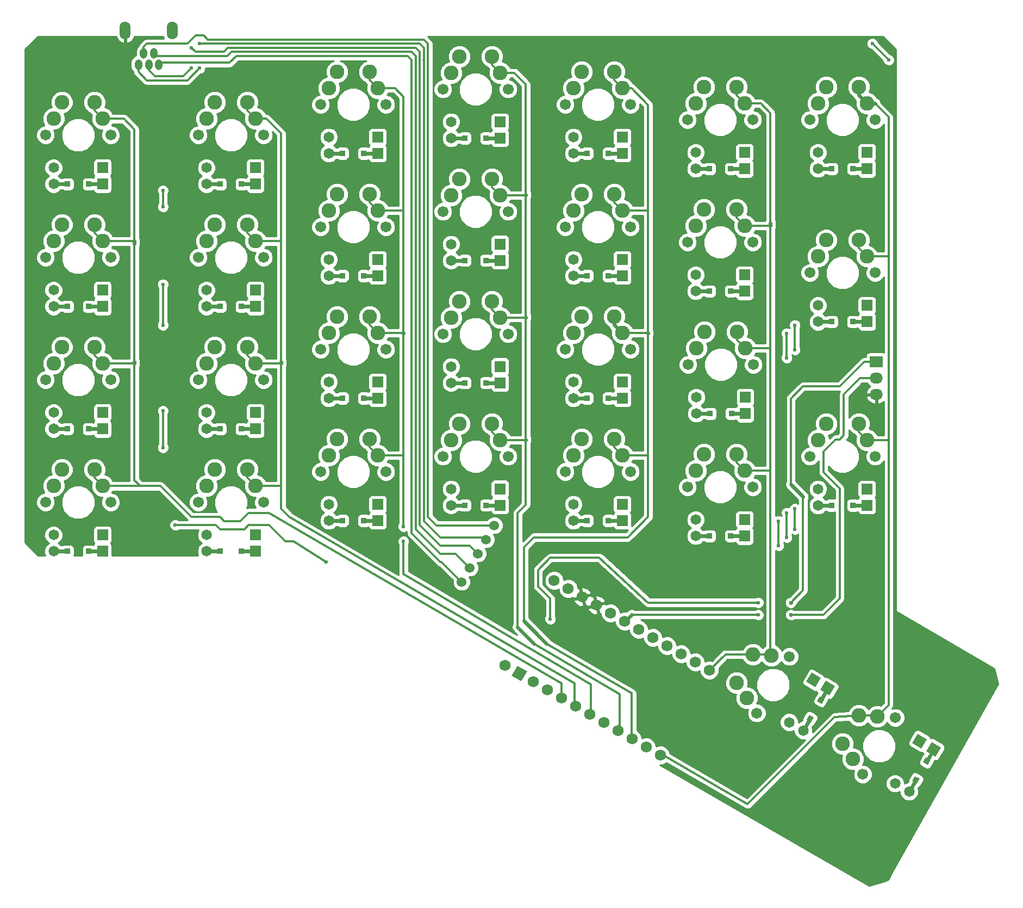
<source format=gbr>
G04 #@! TF.FileFunction,Copper,L1,Top,Signal*
%FSLAX46Y46*%
G04 Gerber Fmt 4.6, Leading zero omitted, Abs format (unit mm)*
G04 Created by KiCad (PCBNEW 4.0.2-4+6225~38~ubuntu14.04.1-stable) date ma 18 apr 2016 22:17:21 CEST*
%MOMM*%
G01*
G04 APERTURE LIST*
%ADD10C,0.100000*%
%ADD11C,0.609600*%
%ADD12R,2.032000X1.727200*%
%ADD13O,2.032000X1.727200*%
%ADD14C,1.752600*%
%ADD15C,2.286000*%
%ADD16C,1.701800*%
%ADD17C,1.651000*%
%ADD18R,1.651000X1.651000*%
%ADD19R,0.838200X0.838200*%
%ADD20O,1.143000X1.651000*%
%ADD21O,1.701800X2.794000*%
%ADD22C,1.524000*%
%ADD23C,0.600000*%
%ADD24C,0.300000*%
%ADD25C,0.600000*%
%ADD26C,0.254000*%
G04 APERTURE END LIST*
D10*
D11*
X5188000Y-23761000D02*
X7334300Y-23761000D01*
X10661700Y-23761000D02*
X12808000Y-23761000D01*
X29000000Y-23760000D02*
X31146300Y-23760000D01*
X34473700Y-23760000D02*
X36620000Y-23760000D01*
X48050000Y-18999000D02*
X50196300Y-18999000D01*
X53523700Y-18999000D02*
X55670000Y-18999000D01*
X67100000Y-16618000D02*
X69246300Y-16618000D01*
X72573700Y-16618000D02*
X74720000Y-16618000D01*
X86150000Y-18999000D02*
X88296300Y-18999000D01*
X91623700Y-18999000D02*
X93770000Y-18999000D01*
X105200000Y-21380000D02*
X107346300Y-21380000D01*
X110673700Y-21380000D02*
X112820000Y-21380000D01*
X124250000Y-21380000D02*
X126396300Y-21380000D01*
X129723700Y-21380000D02*
X131870000Y-21380000D01*
X5188000Y-42811000D02*
X7334300Y-42811000D01*
X10661700Y-42811000D02*
X12808000Y-42811000D01*
X29000000Y-42811000D02*
X31146300Y-42811000D01*
X34473700Y-42811000D02*
X36620000Y-42811000D01*
X48050000Y-38049000D02*
X50196300Y-38049000D01*
X53523700Y-38049000D02*
X55670000Y-38049000D01*
X67100000Y-35658000D02*
X69246300Y-35658000D01*
X72573700Y-35658000D02*
X74720000Y-35658000D01*
X86150000Y-38049000D02*
X88296300Y-38049000D01*
X91623700Y-38049000D02*
X93770000Y-38049000D01*
X105200000Y-40430000D02*
X107346300Y-40430000D01*
X110673700Y-40430000D02*
X112820000Y-40430000D01*
X5188000Y-61861000D02*
X7334300Y-61861000D01*
X10661700Y-61861000D02*
X12808000Y-61861000D01*
X29000000Y-61861000D02*
X31146300Y-61861000D01*
X34473700Y-61861000D02*
X36620000Y-61861000D01*
X48050000Y-57099000D02*
X50196300Y-57099000D01*
X53523700Y-57099000D02*
X55670000Y-57099000D01*
X67100000Y-54708000D02*
X69246300Y-54708000D01*
X72573700Y-54708000D02*
X74720000Y-54708000D01*
X86150000Y-57099000D02*
X88296300Y-57099000D01*
X91623700Y-57099000D02*
X93770000Y-57099000D01*
X105291000Y-59480000D02*
X107437300Y-59480000D01*
X110764700Y-59480000D02*
X112911000Y-59480000D01*
X124250000Y-45193000D02*
X126396300Y-45193000D01*
X129723700Y-45193000D02*
X131870000Y-45193000D01*
X5188000Y-80911000D02*
X7334300Y-80911000D01*
X10661700Y-80911000D02*
X12808000Y-80911000D01*
X29000000Y-80911000D02*
X31146300Y-80911000D01*
X34473700Y-80911000D02*
X36620000Y-80911000D01*
X48050000Y-76149000D02*
X50196300Y-76149000D01*
X53523700Y-76149000D02*
X55670000Y-76149000D01*
X67100000Y-73758000D02*
X69246300Y-73758000D01*
X72573700Y-73758000D02*
X74720000Y-73758000D01*
X86150000Y-76149000D02*
X88296300Y-76149000D01*
X91623700Y-76149000D02*
X93770000Y-76149000D01*
X105200000Y-78530000D02*
X107346300Y-78530000D01*
X110673700Y-78530000D02*
X112820000Y-78530000D01*
X124250000Y-73768000D02*
X126396300Y-73768000D01*
X129723700Y-73768000D02*
X131870000Y-73768000D01*
X121953114Y-108804557D02*
X123026264Y-106945806D01*
X124689964Y-104064194D02*
X125763114Y-102205443D01*
X138451114Y-118329557D02*
X139524264Y-116470806D01*
X141187964Y-113589194D02*
X142261114Y-111730443D01*
D12*
X133350000Y-51435000D03*
D13*
X133350000Y-53975000D03*
X133350000Y-56515000D03*
D14*
X85351330Y-86745886D03*
X87551034Y-88015886D03*
X89750739Y-89285886D03*
X91950443Y-90555886D03*
X94150148Y-91825886D03*
X96349852Y-93095886D03*
X98549557Y-94365886D03*
X100749261Y-95635886D03*
X102948966Y-96905886D03*
X105148670Y-98175886D03*
X107348375Y-99445886D03*
X99728375Y-112644114D03*
X97528670Y-111374114D03*
X95328966Y-110104114D03*
X93129261Y-108834114D03*
X90929557Y-107564114D03*
X88729852Y-106294114D03*
X86530148Y-105024114D03*
X84330443Y-103754114D03*
X82130739Y-102484114D03*
X79931034Y-101214114D03*
D10*
G36*
X76534282Y-100264862D02*
X77410582Y-98747066D01*
X78928378Y-99623366D01*
X78052078Y-101141162D01*
X76534282Y-100264862D01*
X76534282Y-100264862D01*
G37*
D14*
X75531625Y-98674114D03*
X83151625Y-85475886D03*
D15*
X11538000Y-11061000D03*
X5188000Y-13601000D03*
D16*
X3918000Y-16141000D03*
X14078000Y-16141000D03*
D15*
X12808000Y-13601000D03*
X6458000Y-11061000D03*
D17*
X5188000Y-21221000D03*
D18*
X12808000Y-21221000D03*
D17*
X5188000Y-23761000D03*
D18*
X12808000Y-23761000D03*
D19*
X7334300Y-23761000D03*
X10661700Y-23761000D03*
D15*
X35350000Y-11060000D03*
X29000000Y-13600000D03*
D16*
X27730000Y-16140000D03*
X37890000Y-16140000D03*
D15*
X36620000Y-13600000D03*
X30270000Y-11060000D03*
D17*
X29000000Y-21220000D03*
D18*
X36620000Y-21220000D03*
D17*
X29000000Y-23760000D03*
D18*
X36620000Y-23760000D03*
D19*
X31146300Y-23760000D03*
X34473700Y-23760000D03*
D15*
X54400000Y-6299000D03*
X48050000Y-8839000D03*
D16*
X46780000Y-11379000D03*
X56940000Y-11379000D03*
D15*
X55670000Y-8839000D03*
X49320000Y-6299000D03*
D17*
X48050000Y-16459000D03*
D18*
X55670000Y-16459000D03*
D17*
X48050000Y-18999000D03*
D18*
X55670000Y-18999000D03*
D19*
X50196300Y-18999000D03*
X53523700Y-18999000D03*
D15*
X73450000Y-3918000D03*
X67100000Y-6458000D03*
D16*
X65830000Y-8998000D03*
X75990000Y-8998000D03*
D15*
X74720000Y-6458000D03*
X68370000Y-3918000D03*
D17*
X67100000Y-14078000D03*
D18*
X74720000Y-14078000D03*
D17*
X67100000Y-16618000D03*
D18*
X74720000Y-16618000D03*
D19*
X69246300Y-16618000D03*
X72573700Y-16618000D03*
D15*
X92500000Y-6299000D03*
X86150000Y-8839000D03*
D16*
X84880000Y-11379000D03*
X95040000Y-11379000D03*
D15*
X93770000Y-8839000D03*
X87420000Y-6299000D03*
D17*
X86150000Y-16459000D03*
D18*
X93770000Y-16459000D03*
D17*
X86150000Y-18999000D03*
D18*
X93770000Y-18999000D03*
D19*
X88296300Y-18999000D03*
X91623700Y-18999000D03*
D15*
X111550000Y-8680000D03*
X105200000Y-11220000D03*
D16*
X103930000Y-13760000D03*
X114090000Y-13760000D03*
D15*
X112820000Y-11220000D03*
X106470000Y-8680000D03*
D17*
X105200000Y-18840000D03*
D18*
X112820000Y-18840000D03*
D17*
X105200000Y-21380000D03*
D18*
X112820000Y-21380000D03*
D19*
X107346300Y-21380000D03*
X110673700Y-21380000D03*
D15*
X130600000Y-8680000D03*
X124250000Y-11220000D03*
D16*
X122980000Y-13760000D03*
X133140000Y-13760000D03*
D15*
X131870000Y-11220000D03*
X125520000Y-8680000D03*
D17*
X124250000Y-18840000D03*
D18*
X131870000Y-18840000D03*
D17*
X124250000Y-21380000D03*
D18*
X131870000Y-21380000D03*
D19*
X126396300Y-21380000D03*
X129723700Y-21380000D03*
D15*
X11538000Y-30111000D03*
X5188000Y-32651000D03*
D16*
X3918000Y-35191000D03*
X14078000Y-35191000D03*
D15*
X12808000Y-32651000D03*
X6458000Y-30111000D03*
D17*
X5188000Y-40271000D03*
D18*
X12808000Y-40271000D03*
D17*
X5188000Y-42811000D03*
D18*
X12808000Y-42811000D03*
D19*
X7334300Y-42811000D03*
X10661700Y-42811000D03*
D15*
X35350000Y-30111000D03*
X29000000Y-32651000D03*
D16*
X27730000Y-35191000D03*
X37890000Y-35191000D03*
D15*
X36620000Y-32651000D03*
X30270000Y-30111000D03*
D17*
X29000000Y-40271000D03*
D18*
X36620000Y-40271000D03*
D17*
X29000000Y-42811000D03*
D18*
X36620000Y-42811000D03*
D19*
X31146300Y-42811000D03*
X34473700Y-42811000D03*
D15*
X54400000Y-25349000D03*
X48050000Y-27889000D03*
D16*
X46780000Y-30429000D03*
X56940000Y-30429000D03*
D15*
X55670000Y-27889000D03*
X49320000Y-25349000D03*
D17*
X48050000Y-35509000D03*
D18*
X55670000Y-35509000D03*
D17*
X48050000Y-38049000D03*
D18*
X55670000Y-38049000D03*
D19*
X50196300Y-38049000D03*
X53523700Y-38049000D03*
D15*
X73450000Y-22958000D03*
X67100000Y-25498000D03*
D16*
X65830000Y-28038000D03*
X75990000Y-28038000D03*
D15*
X74720000Y-25498000D03*
X68370000Y-22958000D03*
D17*
X67100000Y-33118000D03*
D18*
X74720000Y-33118000D03*
D17*
X67100000Y-35658000D03*
D18*
X74720000Y-35658000D03*
D19*
X69246300Y-35658000D03*
X72573700Y-35658000D03*
D15*
X92500000Y-25349000D03*
X86150000Y-27889000D03*
D16*
X84880000Y-30429000D03*
X95040000Y-30429000D03*
D15*
X93770000Y-27889000D03*
X87420000Y-25349000D03*
D17*
X86150000Y-35509000D03*
D18*
X93770000Y-35509000D03*
D17*
X86150000Y-38049000D03*
D18*
X93770000Y-38049000D03*
D19*
X88296300Y-38049000D03*
X91623700Y-38049000D03*
D15*
X111550000Y-27730000D03*
X105200000Y-30270000D03*
D16*
X103930000Y-32810000D03*
X114090000Y-32810000D03*
D15*
X112820000Y-30270000D03*
X106470000Y-27730000D03*
D17*
X105200000Y-37890000D03*
D18*
X112820000Y-37890000D03*
D17*
X105200000Y-40430000D03*
D18*
X112820000Y-40430000D03*
D19*
X107346300Y-40430000D03*
X110673700Y-40430000D03*
D15*
X11538000Y-49161000D03*
X5188000Y-51701000D03*
D16*
X3918000Y-54241000D03*
X14078000Y-54241000D03*
D15*
X12808000Y-51701000D03*
X6458000Y-49161000D03*
D17*
X5188000Y-59321000D03*
D18*
X12808000Y-59321000D03*
D17*
X5188000Y-61861000D03*
D18*
X12808000Y-61861000D03*
D19*
X7334300Y-61861000D03*
X10661700Y-61861000D03*
D15*
X35350000Y-49161000D03*
X29000000Y-51701000D03*
D16*
X27730000Y-54241000D03*
X37890000Y-54241000D03*
D15*
X36620000Y-51701000D03*
X30270000Y-49161000D03*
D17*
X29000000Y-59321000D03*
D18*
X36620000Y-59321000D03*
D17*
X29000000Y-61861000D03*
D18*
X36620000Y-61861000D03*
D19*
X31146300Y-61861000D03*
X34473700Y-61861000D03*
D15*
X54400000Y-44399000D03*
X48050000Y-46939000D03*
D16*
X46780000Y-49479000D03*
X56940000Y-49479000D03*
D15*
X55670000Y-46939000D03*
X49320000Y-44399000D03*
D17*
X48050000Y-54559000D03*
D18*
X55670000Y-54559000D03*
D17*
X48050000Y-57099000D03*
D18*
X55670000Y-57099000D03*
D19*
X50196300Y-57099000D03*
X53523700Y-57099000D03*
D15*
X73450000Y-42008000D03*
X67100000Y-44548000D03*
D16*
X65830000Y-47088000D03*
X75990000Y-47088000D03*
D15*
X74720000Y-44548000D03*
X68370000Y-42008000D03*
D17*
X67100000Y-52168000D03*
D18*
X74720000Y-52168000D03*
D17*
X67100000Y-54708000D03*
D18*
X74720000Y-54708000D03*
D19*
X69246300Y-54708000D03*
X72573700Y-54708000D03*
D15*
X92500000Y-44399000D03*
X86150000Y-46939000D03*
D16*
X84880000Y-49479000D03*
X95040000Y-49479000D03*
D15*
X93770000Y-46939000D03*
X87420000Y-44399000D03*
D17*
X86150000Y-54559000D03*
D18*
X93770000Y-54559000D03*
D17*
X86150000Y-57099000D03*
D18*
X93770000Y-57099000D03*
D19*
X88296300Y-57099000D03*
X91623700Y-57099000D03*
D15*
X111641000Y-46780000D03*
X105291000Y-49320000D03*
D16*
X104021000Y-51860000D03*
X114181000Y-51860000D03*
D15*
X112911000Y-49320000D03*
X106561000Y-46780000D03*
D17*
X105291000Y-56940000D03*
D18*
X112911000Y-56940000D03*
D17*
X105291000Y-59480000D03*
D18*
X112911000Y-59480000D03*
D19*
X107437300Y-59480000D03*
X110764700Y-59480000D03*
D15*
X130600000Y-32493000D03*
X124250000Y-35033000D03*
D16*
X122980000Y-37573000D03*
X133140000Y-37573000D03*
D15*
X131870000Y-35033000D03*
X125520000Y-32493000D03*
D17*
X124250000Y-42653000D03*
D18*
X131870000Y-42653000D03*
D17*
X124250000Y-45193000D03*
D18*
X131870000Y-45193000D03*
D19*
X126396300Y-45193000D03*
X129723700Y-45193000D03*
D15*
X11538000Y-68211000D03*
X5188000Y-70751000D03*
D16*
X3918000Y-73291000D03*
X14078000Y-73291000D03*
D15*
X12808000Y-70751000D03*
X6458000Y-68211000D03*
D17*
X5188000Y-78371000D03*
D18*
X12808000Y-78371000D03*
D17*
X5188000Y-80911000D03*
D18*
X12808000Y-80911000D03*
D19*
X7334300Y-80911000D03*
X10661700Y-80911000D03*
D15*
X35350000Y-68211000D03*
X29000000Y-70751000D03*
D16*
X27730000Y-73291000D03*
X37890000Y-73291000D03*
D15*
X36620000Y-70751000D03*
X30270000Y-68211000D03*
D17*
X29000000Y-78371000D03*
D18*
X36620000Y-78371000D03*
D17*
X29000000Y-80911000D03*
D18*
X36620000Y-80911000D03*
D19*
X31146300Y-80911000D03*
X34473700Y-80911000D03*
D15*
X54400000Y-63449000D03*
X48050000Y-65989000D03*
D16*
X46780000Y-68529000D03*
X56940000Y-68529000D03*
D15*
X55670000Y-65989000D03*
X49320000Y-63449000D03*
D17*
X48050000Y-73609000D03*
D18*
X55670000Y-73609000D03*
D17*
X48050000Y-76149000D03*
D18*
X55670000Y-76149000D03*
D19*
X50196300Y-76149000D03*
X53523700Y-76149000D03*
D15*
X73450000Y-61058000D03*
X67100000Y-63598000D03*
D16*
X65830000Y-66138000D03*
X75990000Y-66138000D03*
D15*
X74720000Y-63598000D03*
X68370000Y-61058000D03*
D17*
X67100000Y-71218000D03*
D18*
X74720000Y-71218000D03*
D17*
X67100000Y-73758000D03*
D18*
X74720000Y-73758000D03*
D19*
X69246300Y-73758000D03*
X72573700Y-73758000D03*
D15*
X92500000Y-63449000D03*
X86150000Y-65989000D03*
D16*
X84880000Y-68529000D03*
X95040000Y-68529000D03*
D15*
X93770000Y-65989000D03*
X87420000Y-63449000D03*
D17*
X86150000Y-73609000D03*
D18*
X93770000Y-73609000D03*
D17*
X86150000Y-76149000D03*
D18*
X93770000Y-76149000D03*
D19*
X88296300Y-76149000D03*
X91623700Y-76149000D03*
D15*
X111550000Y-65830000D03*
X105200000Y-68370000D03*
D16*
X103930000Y-70910000D03*
X114090000Y-70910000D03*
D15*
X112820000Y-68370000D03*
X106470000Y-65830000D03*
D17*
X105200000Y-75990000D03*
D18*
X112820000Y-75990000D03*
D17*
X105200000Y-78530000D03*
D18*
X112820000Y-78530000D03*
D19*
X107346300Y-78530000D03*
X110673700Y-78530000D03*
D15*
X130600000Y-61068000D03*
X124250000Y-63608000D03*
D16*
X122980000Y-66148000D03*
X133140000Y-66148000D03*
D15*
X131870000Y-63608000D03*
X125520000Y-61068000D03*
D17*
X124250000Y-71228000D03*
D18*
X131870000Y-71228000D03*
D17*
X124250000Y-73768000D03*
D18*
X131870000Y-73768000D03*
D19*
X126396300Y-73768000D03*
X129723700Y-73768000D03*
D15*
X114129591Y-96955295D03*
X113154295Y-103724557D03*
D16*
X114719000Y-106094409D03*
X119799000Y-97295591D03*
D15*
X116964295Y-97125443D03*
X111589591Y-101354705D03*
D17*
X119753409Y-107534557D03*
D10*
G36*
X123865563Y-102063097D02*
X122435755Y-101237597D01*
X123261255Y-99807789D01*
X124691063Y-100633289D01*
X123865563Y-102063097D01*
X123865563Y-102063097D01*
G37*
D17*
X121953114Y-108804557D03*
D10*
G36*
X126065268Y-103333097D02*
X124635460Y-102507597D01*
X125460960Y-101077789D01*
X126890768Y-101903289D01*
X126065268Y-103333097D01*
X126065268Y-103333097D01*
G37*
G36*
X123179665Y-107518307D02*
X122453763Y-107099207D01*
X122872863Y-106373305D01*
X123598765Y-106792405D01*
X123179665Y-107518307D01*
X123179665Y-107518307D01*
G37*
G36*
X124843365Y-104636695D02*
X124117463Y-104217595D01*
X124536563Y-103491693D01*
X125262465Y-103910793D01*
X124843365Y-104636695D01*
X124843365Y-104636695D01*
G37*
D15*
X130627591Y-106480295D03*
X129652295Y-113249557D03*
D16*
X131217000Y-115619409D03*
X136297000Y-106820591D03*
D15*
X133462295Y-106650443D03*
X128087591Y-110879705D03*
D17*
X136251409Y-117059557D03*
D10*
G36*
X140363563Y-111588097D02*
X138933755Y-110762597D01*
X139759255Y-109332789D01*
X141189063Y-110158289D01*
X140363563Y-111588097D01*
X140363563Y-111588097D01*
G37*
D17*
X138451114Y-118329557D03*
D10*
G36*
X142563268Y-112858097D02*
X141133460Y-112032597D01*
X141958960Y-110602789D01*
X143388768Y-111428289D01*
X142563268Y-112858097D01*
X142563268Y-112858097D01*
G37*
G36*
X139677665Y-117043307D02*
X138951763Y-116624207D01*
X139370863Y-115898305D01*
X140096765Y-116317405D01*
X139677665Y-117043307D01*
X139677665Y-117043307D01*
G37*
G36*
X141341365Y-114161695D02*
X140615463Y-113742595D01*
X141034563Y-113016693D01*
X141760465Y-113435793D01*
X141341365Y-114161695D01*
X141341365Y-114161695D01*
G37*
D20*
X21600200Y-5168900D03*
X20800100Y-3421380D03*
X20000000Y-5168900D03*
X19199900Y-3421380D03*
X18399800Y-5168900D03*
D21*
X16352560Y154940D03*
X23647440Y154940D03*
D22*
X73830148Y-76880591D03*
X72560148Y-79080295D03*
X71290148Y-81280000D03*
X70020148Y-83479705D03*
X68750148Y-85679409D03*
D23*
X114935000Y-88900000D03*
X82550000Y-91440000D03*
X120015000Y-88900000D03*
X120015000Y-90805000D03*
X114935000Y-90805000D03*
X118110000Y-80010000D03*
X118110000Y-76200000D03*
X119380000Y-74930000D03*
X119380000Y-78740000D03*
X119380000Y-46990000D03*
X119380000Y-50800000D03*
X120650000Y-45720000D03*
X120650000Y-49530000D03*
X120650000Y-74295000D03*
X120650000Y-77470000D03*
X47625000Y-82550000D03*
X24130000Y-76835000D03*
X22225000Y-24765000D03*
X22225000Y-27305000D03*
X22225000Y-39370000D03*
X22225000Y-45720000D03*
X22225000Y-59055000D03*
X22225000Y-64770000D03*
X135255000Y-4445000D03*
X132715000Y-1905000D03*
X59690000Y-77049002D03*
X59690000Y-79375000D03*
X26670000Y-5715000D03*
X26670000Y-2540000D03*
X27940000Y-1905000D03*
X27940000Y-5715000D03*
D24*
X131445000Y-51435000D02*
X133350000Y-51435000D01*
X82550000Y-88265000D02*
X80645000Y-86360000D01*
X80645000Y-86360000D02*
X80645000Y-83820000D01*
X80645000Y-83820000D02*
X82550000Y-81915000D01*
X82550000Y-81915000D02*
X90170000Y-81915000D01*
X90170000Y-81915000D02*
X97790000Y-88900000D01*
X97790000Y-88900000D02*
X114935000Y-88900000D01*
X82550000Y-89535000D02*
X82550000Y-91440000D01*
X82550000Y-89535000D02*
X82550000Y-88265000D01*
X120015000Y-59055000D02*
X120015000Y-57150000D01*
D25*
X121920000Y-72390000D02*
X120015000Y-70485000D01*
D24*
X120015000Y-70485000D02*
X120015000Y-59055000D01*
X121920000Y-86995000D02*
X121920000Y-72390000D01*
X127635000Y-55245000D02*
X131445000Y-51435000D01*
X121920000Y-55245000D02*
X127635000Y-55245000D01*
X120015000Y-57150000D02*
X121920000Y-55245000D01*
D25*
X120015000Y-88900000D02*
X120015000Y-88900000D01*
D24*
X120015000Y-88900000D02*
X121920000Y-86995000D01*
X133350000Y-53975000D02*
X130810000Y-53975000D01*
X95250000Y-90805000D02*
X114935000Y-90805000D01*
D25*
X95250000Y-90805000D02*
X94229114Y-91825886D01*
D24*
X130810000Y-53975000D02*
X128270000Y-56515000D01*
D25*
X94150148Y-91825886D02*
X94229114Y-91825886D01*
X120015000Y-90805000D02*
X120015000Y-90805000D01*
D24*
X125095000Y-90805000D02*
X120015000Y-90805000D01*
X127635000Y-88265000D02*
X125095000Y-90805000D01*
X127635000Y-71120000D02*
X127635000Y-88265000D01*
X125095000Y-68580000D02*
X127635000Y-71120000D01*
X125095000Y-65405000D02*
X125095000Y-68580000D01*
X127000000Y-63500000D02*
X125095000Y-65405000D01*
X127635000Y-63500000D02*
X127000000Y-63500000D01*
X128270000Y-62865000D02*
X127635000Y-63500000D01*
X128270000Y-61595000D02*
X128270000Y-62865000D01*
X128270000Y-56515000D02*
X128270000Y-61595000D01*
D25*
X105148670Y-98175886D02*
X105148670Y-98051330D01*
D24*
X118110000Y-76200000D02*
X118110000Y-80010000D01*
X114129591Y-96955295D02*
X109838966Y-96955295D01*
X109838966Y-96955295D02*
X107348375Y-99445886D01*
X116840000Y-68370000D02*
X116840000Y-97001148D01*
D25*
X116840000Y-97001148D02*
X116964295Y-97125443D01*
D24*
X112820000Y-30270000D02*
X116840000Y-30270000D01*
D25*
X116840000Y-30270000D02*
X116840000Y-29845000D01*
D24*
X112911000Y-49320000D02*
X116840000Y-49320000D01*
X116840000Y-49320000D02*
X116840000Y-49530000D01*
X112820000Y-68370000D02*
X116840000Y-68370000D01*
X116840000Y-68370000D02*
X116840000Y-68580000D01*
X112820000Y-11220000D02*
X115360000Y-11220000D01*
X115360000Y-11220000D02*
X116840000Y-12700000D01*
X116840000Y-12700000D02*
X116840000Y-29845000D01*
X116840000Y-29845000D02*
X116840000Y-49530000D01*
X116840000Y-49530000D02*
X116840000Y-68580000D01*
X114129591Y-96955295D02*
X116794147Y-96955295D01*
D25*
X116794147Y-96955295D02*
X116964295Y-97125443D01*
D24*
X111550000Y-65830000D02*
X111550000Y-67100000D01*
X111550000Y-67100000D02*
X112820000Y-68370000D01*
X111641000Y-46780000D02*
X111641000Y-48050000D01*
X111641000Y-48050000D02*
X112911000Y-49320000D01*
X111550000Y-27730000D02*
X111550000Y-29000000D01*
X111550000Y-29000000D02*
X112820000Y-30270000D01*
X111550000Y-8680000D02*
X111550000Y-9950000D01*
X111550000Y-9950000D02*
X112820000Y-11220000D01*
X119380000Y-74930000D02*
X119380000Y-78740000D01*
X119380000Y-46990000D02*
X119380000Y-50800000D01*
X120650000Y-45720000D02*
X120650000Y-49530000D01*
X120650000Y-74295000D02*
X120650000Y-77470000D01*
X78422500Y-91757500D02*
X78422500Y-80327500D01*
X78422500Y-80327500D02*
X80010000Y-78740000D01*
D25*
X78422500Y-91757500D02*
X80645000Y-93980000D01*
D24*
X95328966Y-109298966D02*
X95250000Y-109220000D01*
X95250000Y-109220000D02*
X95250000Y-103002907D01*
D25*
X81915000Y-95250000D02*
X81280000Y-94615000D01*
D24*
X94615000Y-78740000D02*
X97790000Y-75565000D01*
X94615000Y-78740000D02*
X80010000Y-78740000D01*
X97790000Y-66040000D02*
X97790000Y-75565000D01*
D25*
X81280000Y-94615000D02*
X80645000Y-93980000D01*
D24*
X95250000Y-103002907D02*
X81915000Y-95250000D01*
X95328966Y-110104114D02*
X95328966Y-109298966D01*
X93770000Y-27889000D02*
X97790000Y-27889000D01*
X97790000Y-27889000D02*
X97790000Y-27940000D01*
X93770000Y-46939000D02*
X97790000Y-46939000D01*
D25*
X97790000Y-46939000D02*
X97790000Y-46990000D01*
D24*
X93770000Y-65989000D02*
X97790000Y-65989000D01*
X97790000Y-65989000D02*
X97790000Y-66040000D01*
X93770000Y-8839000D02*
X95199000Y-8839000D01*
X95199000Y-8839000D02*
X97790000Y-11430000D01*
X97790000Y-11430000D02*
X97790000Y-27940000D01*
X97790000Y-27940000D02*
X97790000Y-46990000D01*
X97790000Y-46990000D02*
X97790000Y-66040000D01*
X92500000Y-6299000D02*
X92500000Y-7569000D01*
X92500000Y-7569000D02*
X93770000Y-8839000D01*
X92500000Y-25349000D02*
X92500000Y-26619000D01*
X92500000Y-26619000D02*
X93770000Y-27889000D01*
D25*
X92500000Y-44399000D02*
X92500000Y-45669000D01*
X92500000Y-45669000D02*
X93770000Y-46939000D01*
D24*
X92500000Y-63449000D02*
X92500000Y-64719000D01*
X92500000Y-64719000D02*
X93770000Y-65989000D01*
X130627591Y-106480295D02*
X126825318Y-106740908D01*
X126825318Y-106740908D02*
X113290613Y-120275613D01*
X113290613Y-120275613D02*
X99695000Y-112395000D01*
X135255000Y-76200000D02*
X135255000Y-104857738D01*
X135255000Y-64135000D02*
X135255000Y-76200000D01*
X135255000Y-104857738D02*
X133462295Y-106650443D01*
X131870000Y-35033000D02*
X135255000Y-35033000D01*
X135255000Y-35033000D02*
X135255000Y-35560000D01*
X131870000Y-63608000D02*
X135255000Y-63608000D01*
X135255000Y-63608000D02*
X135255000Y-64135000D01*
D25*
X131870000Y-11220000D02*
X133140000Y-11220000D01*
D24*
X135255000Y-13335000D02*
X135255000Y-35560000D01*
X133140000Y-11220000D02*
X135255000Y-13335000D01*
X135255000Y-35560000D02*
X135255000Y-64135000D01*
X130627591Y-106480295D02*
X133292147Y-106480295D01*
D25*
X133292147Y-106480295D02*
X133462295Y-106650443D01*
X130600000Y-8680000D02*
X130600000Y-9950000D01*
X130600000Y-9950000D02*
X131870000Y-11220000D01*
D24*
X130600000Y-32493000D02*
X130600000Y-33763000D01*
X130600000Y-33763000D02*
X131870000Y-35033000D01*
X130600000Y-61068000D02*
X130600000Y-62338000D01*
X130600000Y-62338000D02*
X131870000Y-63608000D01*
X77470000Y-92710000D02*
X77470000Y-74930000D01*
X78740000Y-73660000D02*
X77470000Y-74930000D01*
X78740000Y-64770000D02*
X78740000Y-63500000D01*
X78740000Y-64770000D02*
X78740000Y-73660000D01*
D25*
X77470000Y-92710000D02*
X78740000Y-93980000D01*
X78740000Y-93980000D02*
X80010000Y-95250000D01*
X78740000Y-63598000D02*
X78740000Y-63500000D01*
D24*
X78740000Y-44450000D02*
X78740000Y-63500000D01*
X93129261Y-108834114D02*
X93129261Y-108165739D01*
X93129261Y-108165739D02*
X93345000Y-107950000D01*
X93345000Y-107950000D02*
X93345000Y-103129773D01*
X80010000Y-95250000D02*
X93345000Y-103129773D01*
X74720000Y-44548000D02*
X78740000Y-44548000D01*
D25*
X78740000Y-44548000D02*
X78740000Y-44450000D01*
D24*
X74720000Y-25498000D02*
X78740000Y-25498000D01*
D25*
X78740000Y-25498000D02*
X78740000Y-25400000D01*
D24*
X74720000Y-63598000D02*
X78740000Y-63598000D01*
X74720000Y-6458000D02*
X76943000Y-6458000D01*
X78740000Y-8255000D02*
X78740000Y-25400000D01*
X76943000Y-6458000D02*
X78740000Y-8255000D01*
X78740000Y-25400000D02*
X78740000Y-44450000D01*
X73450000Y-61058000D02*
X73450000Y-62328000D01*
X73450000Y-62328000D02*
X74720000Y-63598000D01*
X73450000Y-42008000D02*
X73450000Y-43278000D01*
X73450000Y-43278000D02*
X74720000Y-44548000D01*
X73450000Y-22958000D02*
X73450000Y-24228000D01*
X73450000Y-24228000D02*
X74720000Y-25498000D01*
X73450000Y-3918000D02*
X73450000Y-5188000D01*
X73450000Y-5188000D02*
X74720000Y-6458000D01*
X42545000Y-79375000D02*
X41275000Y-79375000D01*
X41275000Y-79375000D02*
X38735000Y-76835000D01*
X38735000Y-76835000D02*
X35560000Y-76835000D01*
X47625000Y-82550000D02*
X42545000Y-79375000D01*
X30480000Y-76835000D02*
X24130000Y-76835000D01*
X31115000Y-77470000D02*
X30480000Y-76835000D01*
X34925000Y-77470000D02*
X31115000Y-77470000D01*
X35560000Y-76835000D02*
X34925000Y-77470000D01*
X22225000Y-27305000D02*
X22225000Y-24765000D01*
X22225000Y-45720000D02*
X22225000Y-39370000D01*
X22225000Y-64770000D02*
X22225000Y-59055000D01*
X135255000Y-4445000D02*
X132715000Y-1905000D01*
X88900000Y-101600000D02*
X88900000Y-106123966D01*
X59690000Y-84455000D02*
X88900000Y-101600000D01*
X59690000Y-84455000D02*
X59690000Y-79375000D01*
X59690000Y-77049002D02*
X59690000Y-66040000D01*
X59690000Y-66040000D02*
X59690000Y-65989000D01*
X55670000Y-27889000D02*
X59690000Y-27889000D01*
X59690000Y-27889000D02*
X59690000Y-27940000D01*
X55670000Y-46939000D02*
X59690000Y-46939000D01*
D25*
X59690000Y-46939000D02*
X59690000Y-46990000D01*
D24*
X55670000Y-65989000D02*
X59690000Y-65989000D01*
X59690000Y-65989000D02*
X59690000Y-66040000D01*
X55670000Y-8839000D02*
X58369000Y-8839000D01*
X58369000Y-8839000D02*
X59690000Y-10160000D01*
X59690000Y-10160000D02*
X59690000Y-27940000D01*
X59690000Y-45720000D02*
X59690000Y-46990000D01*
X59690000Y-27940000D02*
X59690000Y-45720000D01*
X59690000Y-46990000D02*
X59690000Y-66040000D01*
X54400000Y-6299000D02*
X54400000Y-7569000D01*
X54400000Y-7569000D02*
X55670000Y-8839000D01*
X54400000Y-25349000D02*
X54400000Y-26619000D01*
X54400000Y-26619000D02*
X55670000Y-27889000D01*
X54400000Y-44399000D02*
X54400000Y-45669000D01*
X54400000Y-45669000D02*
X55670000Y-46939000D01*
X54400000Y-63449000D02*
X54400000Y-64719000D01*
X54400000Y-64719000D02*
X55670000Y-65989000D01*
D25*
X88900000Y-106123966D02*
X88729852Y-106294114D01*
D24*
X40640000Y-74295000D02*
X40640000Y-70485000D01*
X40640000Y-74295000D02*
X41910000Y-75565000D01*
X41910000Y-75565000D02*
X86360000Y-101494167D01*
X36620000Y-32651000D02*
X40640000Y-32651000D01*
X40640000Y-32651000D02*
X40640000Y-33020000D01*
X36620000Y-51701000D02*
X40640000Y-51701000D01*
D25*
X40640000Y-51701000D02*
X40640000Y-51435000D01*
D24*
X36620000Y-70751000D02*
X40640000Y-70751000D01*
X40640000Y-70751000D02*
X40640000Y-70485000D01*
X40640000Y-70485000D02*
X40640000Y-68580000D01*
X40640000Y-68580000D02*
X40640000Y-53975000D01*
X40640000Y-53975000D02*
X40640000Y-51435000D01*
X40640000Y-51435000D02*
X40640000Y-43180000D01*
X40640000Y-34925000D02*
X40640000Y-33020000D01*
X40640000Y-43180000D02*
X40640000Y-34925000D01*
X38365000Y-13600000D02*
X36620000Y-13600000D01*
X40640000Y-15875000D02*
X38365000Y-13600000D01*
X40640000Y-24765000D02*
X40640000Y-15875000D01*
X40640000Y-33020000D02*
X40640000Y-24765000D01*
X35350000Y-68211000D02*
X35350000Y-69481000D01*
X35350000Y-69481000D02*
X36620000Y-70751000D01*
X35350000Y-49161000D02*
X35350000Y-50431000D01*
X35350000Y-50431000D02*
X36620000Y-51701000D01*
X35350000Y-30111000D02*
X35350000Y-31381000D01*
X35350000Y-31381000D02*
X36620000Y-32651000D01*
X35350000Y-11060000D02*
X35350000Y-12330000D01*
X35350000Y-12330000D02*
X36620000Y-13600000D01*
X86360000Y-104853966D02*
X86360000Y-101494167D01*
X86360000Y-104853966D02*
X86530148Y-105024114D01*
X34290000Y-76200000D02*
X31750000Y-76200000D01*
X35560000Y-74930000D02*
X34290000Y-76200000D01*
X84330443Y-101475443D02*
X38735000Y-74930000D01*
X38735000Y-74930000D02*
X35560000Y-74930000D01*
X21856000Y-70751000D02*
X18681000Y-70751000D01*
X26670000Y-75565000D02*
X21856000Y-70751000D01*
X31115000Y-75565000D02*
X26670000Y-75565000D01*
X31750000Y-76200000D02*
X31115000Y-75565000D01*
X12808000Y-32651000D02*
X17780000Y-32651000D01*
D25*
X17780000Y-32651000D02*
X17780000Y-33020000D01*
D24*
X12808000Y-51701000D02*
X17780000Y-51701000D01*
D25*
X17780000Y-51701000D02*
X17780000Y-51435000D01*
D24*
X12808000Y-70751000D02*
X18681000Y-70751000D01*
X18681000Y-70751000D02*
X18415000Y-70485000D01*
X17780000Y-69850000D02*
X17780000Y-68580000D01*
X17780000Y-69850000D02*
X18415000Y-70485000D01*
X17780000Y-68580000D02*
X17780000Y-64135000D01*
X12808000Y-13601000D02*
X16141000Y-13601000D01*
X17780000Y-15240000D02*
X17780000Y-33020000D01*
X16141000Y-13601000D02*
X17780000Y-15240000D01*
X17780000Y-33020000D02*
X17780000Y-34925000D01*
X17780000Y-36830000D02*
X17780000Y-51435000D01*
X17780000Y-34925000D02*
X17780000Y-36830000D01*
X17780000Y-51435000D02*
X17780000Y-53975000D01*
X17780000Y-53975000D02*
X17780000Y-64135000D01*
X17780000Y-64135000D02*
X17780000Y-63500000D01*
X11538000Y-11061000D02*
X11538000Y-12331000D01*
X11538000Y-12331000D02*
X12808000Y-13601000D01*
X11538000Y-30111000D02*
X11538000Y-31381000D01*
X11538000Y-31381000D02*
X12808000Y-32651000D01*
X11538000Y-49161000D02*
X11538000Y-50431000D01*
X11538000Y-50431000D02*
X12808000Y-51701000D01*
X11538000Y-68211000D02*
X11538000Y-69481000D01*
X11538000Y-69481000D02*
X12808000Y-70751000D01*
X84330443Y-103754114D02*
X84330443Y-101475443D01*
X51435000Y-3810000D02*
X33655000Y-3810000D01*
X21600200Y-4894580D02*
X32570420Y-4894580D01*
X33655000Y-3810000D02*
X32570420Y-4894580D01*
X60325000Y-3810000D02*
X51435000Y-3810000D01*
X60960000Y-4445000D02*
X60960000Y-68580000D01*
X60960000Y-4445000D02*
X60325000Y-3810000D01*
X60960000Y-78105000D02*
X60960000Y-68580000D01*
X65405000Y-82550000D02*
X60960000Y-78105000D01*
X65405000Y-82550000D02*
X65620739Y-82550000D01*
X65620739Y-82550000D02*
X68750148Y-85679409D01*
X51435000Y-3175000D02*
X32869578Y-3175000D01*
X20914400Y-3810000D02*
X32234578Y-3810000D01*
X32869578Y-3175000D02*
X32234578Y-3810000D01*
X20914400Y-3810000D02*
X20800100Y-3695700D01*
X60960000Y-3175000D02*
X51435000Y-3175000D01*
X61595000Y-3810000D02*
X60960000Y-3175000D01*
X61595000Y-4445000D02*
X61595000Y-68580000D01*
X65405000Y-81280000D02*
X61595000Y-77470000D01*
X61595000Y-77470000D02*
X61595000Y-68580000D01*
X61595000Y-4445000D02*
X61595000Y-3810000D01*
X65405000Y-81280000D02*
X67820443Y-81280000D01*
X67820443Y-81280000D02*
X70020148Y-83479705D01*
X51435000Y-2574998D02*
X32350002Y-2574998D01*
X32350002Y-2574998D02*
X31750000Y-3175000D01*
X20000000Y-6030000D02*
X20000000Y-4894580D01*
X20955000Y-6985000D02*
X20000000Y-6030000D01*
X25400000Y-6985000D02*
X20955000Y-6985000D01*
X26670000Y-5715000D02*
X25400000Y-6985000D01*
X27305000Y-3175000D02*
X26670000Y-2540000D01*
X31750000Y-3175000D02*
X27305000Y-3175000D01*
X62230000Y-4445000D02*
X62230000Y-3175000D01*
X62230000Y-76835000D02*
X62230000Y-68580000D01*
X65405000Y-80010000D02*
X62230000Y-76835000D01*
X62230000Y-4445000D02*
X62230000Y-68580000D01*
X51435000Y-2574998D02*
X61629998Y-2574998D01*
X62230000Y-3175000D02*
X61629998Y-2574998D01*
X51435000Y-2574998D02*
X51435000Y-2574998D01*
X51435000Y-2574998D02*
X51435000Y-2574998D01*
X65405000Y-80010000D02*
X70020148Y-80010000D01*
X70020148Y-80010000D02*
X71290148Y-81280000D01*
X29210000Y-1270000D02*
X28575000Y-635000D01*
X28575000Y-635000D02*
X27305000Y-635000D01*
X27305000Y-635000D02*
X26035000Y-1905000D01*
X26035000Y-1905000D02*
X19685000Y-1905000D01*
X19685000Y-1905000D02*
X19199900Y-2390100D01*
X51435000Y-1270000D02*
X29210000Y-1270000D01*
X19199900Y-3695700D02*
X19199900Y-2390100D01*
X62865000Y-1270000D02*
X51435000Y-1270000D01*
X63500000Y-1905000D02*
X62865000Y-1270000D01*
X73830148Y-76880591D02*
X64815591Y-76880591D01*
X64815591Y-76880591D02*
X64770000Y-76835000D01*
X63500000Y-4445000D02*
X63500000Y-1905000D01*
X64770000Y-76835000D02*
X63500000Y-75565000D01*
X63500000Y-75565000D02*
X63500000Y-68580000D01*
X63500000Y-4445000D02*
X63500000Y-68580000D01*
X62230000Y-1905000D02*
X27940000Y-1905000D01*
X27940000Y-5715000D02*
X26035000Y-7620000D01*
X26035000Y-7620000D02*
X19685000Y-7620000D01*
X19685000Y-7620000D02*
X18399800Y-6334800D01*
X18399800Y-6334800D02*
X18399800Y-4894580D01*
X62865000Y-68580000D02*
X62865000Y-4479998D01*
X62865000Y-68580000D02*
X62865000Y-69215000D01*
X65405000Y-78740000D02*
X62865000Y-76200000D01*
X62865000Y-76200000D02*
X62865000Y-69215000D01*
X62865000Y-4479998D02*
X62865000Y-2540000D01*
X62865000Y-2540000D02*
X62230000Y-1905000D01*
X62865000Y-4479998D02*
X62830002Y-4445000D01*
X72219853Y-78740000D02*
X65405000Y-78740000D01*
X72219853Y-78740000D02*
X72560148Y-79080295D01*
D26*
G36*
X15028368Y-1077122D02*
X15391672Y-1531653D01*
X15901263Y-1812554D01*
X15995528Y-1833529D01*
X16225560Y-1712219D01*
X16225560Y-762000D01*
X16479560Y-762000D01*
X16479560Y-1712219D01*
X16709592Y-1833529D01*
X16803857Y-1812554D01*
X17313448Y-1531653D01*
X17676752Y-1077122D01*
X17767917Y-762000D01*
X22232083Y-762000D01*
X22323248Y-1077122D01*
X22357520Y-1120000D01*
X19685000Y-1120000D01*
X19384593Y-1179755D01*
X19129921Y-1349921D01*
X18644821Y-1835021D01*
X18474655Y-2089693D01*
X18474655Y-2089694D01*
X18449305Y-2217135D01*
X18346776Y-2285643D01*
X18085239Y-2677059D01*
X17993400Y-3138767D01*
X17993400Y-3703993D01*
X18004236Y-3758469D01*
X17938092Y-3771626D01*
X17546676Y-4033163D01*
X17285139Y-4424579D01*
X17193300Y-4886287D01*
X17193300Y-5451513D01*
X17285139Y-5913221D01*
X17546676Y-6304637D01*
X17618323Y-6352510D01*
X17674555Y-6635207D01*
X17844721Y-6889879D01*
X19129921Y-8175079D01*
X19384593Y-8345245D01*
X19685000Y-8405000D01*
X26035000Y-8405000D01*
X26335407Y-8345245D01*
X26590079Y-8175079D01*
X28115005Y-6650153D01*
X28125167Y-6650162D01*
X28468943Y-6508117D01*
X28732192Y-6245327D01*
X28874838Y-5901799D01*
X28875032Y-5679580D01*
X32570420Y-5679580D01*
X32870827Y-5619825D01*
X33125499Y-5449659D01*
X33980158Y-4595000D01*
X48788047Y-4595000D01*
X48314160Y-4790806D01*
X47813564Y-5290529D01*
X47542309Y-5943782D01*
X47541692Y-6651114D01*
X47710931Y-7060703D01*
X47697886Y-7060692D01*
X47044160Y-7330806D01*
X46543564Y-7830529D01*
X46272309Y-8483782D01*
X46271692Y-9191114D01*
X46541806Y-9844840D01*
X46589815Y-9892933D01*
X46485733Y-9892842D01*
X45939405Y-10118580D01*
X45521049Y-10536206D01*
X45294358Y-11082139D01*
X45293842Y-11673267D01*
X45519580Y-12219595D01*
X45937206Y-12637951D01*
X46483139Y-12864642D01*
X47074267Y-12865158D01*
X47620595Y-12639420D01*
X48038951Y-12221794D01*
X48172726Y-11899626D01*
X49230645Y-11899626D01*
X49630028Y-12866207D01*
X50368904Y-13606373D01*
X51334785Y-14007442D01*
X52380626Y-14008355D01*
X53347207Y-13608972D01*
X54087373Y-12870096D01*
X54488442Y-11904215D01*
X54489355Y-10858374D01*
X54089972Y-9891793D01*
X53351096Y-9151627D01*
X52385215Y-8750558D01*
X51339374Y-8749645D01*
X50372793Y-9149028D01*
X49632627Y-9887904D01*
X49231558Y-10853785D01*
X49230645Y-11899626D01*
X48172726Y-11899626D01*
X48265642Y-11675861D01*
X48266158Y-11084733D01*
X48072903Y-10617021D01*
X48402114Y-10617308D01*
X49055840Y-10347194D01*
X49556436Y-9847471D01*
X49827691Y-9194218D01*
X49828308Y-8486886D01*
X49659069Y-8077297D01*
X49672114Y-8077308D01*
X50325840Y-7807194D01*
X50826436Y-7307471D01*
X51097691Y-6654218D01*
X51098308Y-5946886D01*
X50828194Y-5293160D01*
X50328471Y-4792564D01*
X49852685Y-4595000D01*
X53868047Y-4595000D01*
X53394160Y-4790806D01*
X52893564Y-5290529D01*
X52622309Y-5943782D01*
X52621692Y-6651114D01*
X52891806Y-7304840D01*
X53391529Y-7805436D01*
X53724354Y-7943637D01*
X53844921Y-8124079D01*
X53983944Y-8263102D01*
X53892309Y-8483782D01*
X53891692Y-9191114D01*
X54161806Y-9844840D01*
X54661529Y-10345436D01*
X55314782Y-10616691D01*
X55647508Y-10616981D01*
X55454358Y-11082139D01*
X55453842Y-11673267D01*
X55679580Y-12219595D01*
X56097206Y-12637951D01*
X56643139Y-12864642D01*
X57234267Y-12865158D01*
X57780595Y-12639420D01*
X58198951Y-12221794D01*
X58425642Y-11675861D01*
X58426158Y-11084733D01*
X58200420Y-10538405D01*
X57782794Y-10120049D01*
X57236861Y-9893358D01*
X57130562Y-9893265D01*
X57176436Y-9847471D01*
X57269229Y-9624000D01*
X58043842Y-9624000D01*
X58905000Y-10485158D01*
X58905000Y-27104000D01*
X57269443Y-27104000D01*
X57178194Y-26883160D01*
X56678471Y-26382564D01*
X56025218Y-26111309D01*
X56008658Y-26111295D01*
X56177691Y-25704218D01*
X56178308Y-24996886D01*
X55908194Y-24343160D01*
X55408471Y-23842564D01*
X54755218Y-23571309D01*
X54047886Y-23570692D01*
X53394160Y-23840806D01*
X52893564Y-24340529D01*
X52622309Y-24993782D01*
X52621692Y-25701114D01*
X52891806Y-26354840D01*
X53391529Y-26855436D01*
X53724354Y-26993637D01*
X53844921Y-27174079D01*
X53983944Y-27313102D01*
X53892309Y-27533782D01*
X53891692Y-28241114D01*
X54161806Y-28894840D01*
X54661529Y-29395436D01*
X55314782Y-29666691D01*
X55647508Y-29666981D01*
X55454358Y-30132139D01*
X55453842Y-30723267D01*
X55679580Y-31269595D01*
X56097206Y-31687951D01*
X56643139Y-31914642D01*
X57234267Y-31915158D01*
X57780595Y-31689420D01*
X58198951Y-31271794D01*
X58425642Y-30725861D01*
X58426158Y-30134733D01*
X58200420Y-29588405D01*
X57782794Y-29170049D01*
X57236861Y-28943358D01*
X57130562Y-28943265D01*
X57176436Y-28897471D01*
X57269229Y-28674000D01*
X58905000Y-28674000D01*
X58905000Y-46154000D01*
X57269443Y-46154000D01*
X57178194Y-45933160D01*
X56678471Y-45432564D01*
X56025218Y-45161309D01*
X56008658Y-45161295D01*
X56177691Y-44754218D01*
X56178308Y-44046886D01*
X55908194Y-43393160D01*
X55408471Y-42892564D01*
X54755218Y-42621309D01*
X54047886Y-42620692D01*
X53394160Y-42890806D01*
X52893564Y-43390529D01*
X52622309Y-44043782D01*
X52621692Y-44751114D01*
X52891806Y-45404840D01*
X53391529Y-45905436D01*
X53724354Y-46043637D01*
X53844921Y-46224079D01*
X53983944Y-46363102D01*
X53892309Y-46583782D01*
X53891692Y-47291114D01*
X54161806Y-47944840D01*
X54661529Y-48445436D01*
X55314782Y-48716691D01*
X55647508Y-48716981D01*
X55454358Y-49182139D01*
X55453842Y-49773267D01*
X55679580Y-50319595D01*
X56097206Y-50737951D01*
X56643139Y-50964642D01*
X57234267Y-50965158D01*
X57780595Y-50739420D01*
X58198951Y-50321794D01*
X58425642Y-49775861D01*
X58426158Y-49184733D01*
X58200420Y-48638405D01*
X57782794Y-48220049D01*
X57236861Y-47993358D01*
X57130562Y-47993265D01*
X57176436Y-47947471D01*
X57269229Y-47724000D01*
X58905000Y-47724000D01*
X58905000Y-65204000D01*
X57269443Y-65204000D01*
X57178194Y-64983160D01*
X56678471Y-64482564D01*
X56025218Y-64211309D01*
X56008658Y-64211295D01*
X56177691Y-63804218D01*
X56178308Y-63096886D01*
X55908194Y-62443160D01*
X55408471Y-61942564D01*
X54755218Y-61671309D01*
X54047886Y-61670692D01*
X53394160Y-61940806D01*
X52893564Y-62440529D01*
X52622309Y-63093782D01*
X52621692Y-63801114D01*
X52891806Y-64454840D01*
X53391529Y-64955436D01*
X53724354Y-65093637D01*
X53844921Y-65274079D01*
X53983944Y-65413102D01*
X53892309Y-65633782D01*
X53891692Y-66341114D01*
X54161806Y-66994840D01*
X54661529Y-67495436D01*
X55314782Y-67766691D01*
X55647508Y-67766981D01*
X55454358Y-68232139D01*
X55453842Y-68823267D01*
X55679580Y-69369595D01*
X56097206Y-69787951D01*
X56643139Y-70014642D01*
X57234267Y-70015158D01*
X57780595Y-69789420D01*
X58198951Y-69371794D01*
X58425642Y-68825861D01*
X58426158Y-68234733D01*
X58200420Y-67688405D01*
X57782794Y-67270049D01*
X57236861Y-67043358D01*
X57130562Y-67043265D01*
X57176436Y-66997471D01*
X57269229Y-66774000D01*
X58905000Y-66774000D01*
X58905000Y-76511496D01*
X58897808Y-76518675D01*
X58755162Y-76862203D01*
X58754838Y-77234169D01*
X58896883Y-77577945D01*
X59159673Y-77841194D01*
X59503201Y-77983840D01*
X59875167Y-77984164D01*
X60175000Y-77860276D01*
X60175000Y-78105000D01*
X60234755Y-78405407D01*
X60404921Y-78660079D01*
X64849921Y-83105079D01*
X65104593Y-83275245D01*
X65268412Y-83307831D01*
X67355591Y-85395010D01*
X67353391Y-85400309D01*
X67352906Y-85956070D01*
X67565138Y-86469712D01*
X67957778Y-86863038D01*
X68471048Y-87076166D01*
X69026809Y-87076651D01*
X69540451Y-86864419D01*
X69933777Y-86471779D01*
X70146905Y-85958509D01*
X70147390Y-85402748D01*
X69935158Y-84889106D01*
X69922694Y-84876621D01*
X70296809Y-84876947D01*
X70810451Y-84664715D01*
X71203777Y-84272075D01*
X71416905Y-83758805D01*
X71417390Y-83203044D01*
X71205158Y-82689402D01*
X71192693Y-82676916D01*
X71566809Y-82677242D01*
X72080451Y-82465010D01*
X72473777Y-82072370D01*
X72686905Y-81559100D01*
X72687390Y-81003339D01*
X72475158Y-80489697D01*
X72462693Y-80477211D01*
X72836809Y-80477537D01*
X73350451Y-80265305D01*
X73743777Y-79872665D01*
X73956905Y-79359395D01*
X73957390Y-78803634D01*
X73745158Y-78289992D01*
X73732694Y-78277507D01*
X74106809Y-78277833D01*
X74620451Y-78065601D01*
X75013777Y-77672961D01*
X75226905Y-77159691D01*
X75227390Y-76603930D01*
X75015158Y-76090288D01*
X74622518Y-75696962D01*
X74109248Y-75483834D01*
X73553487Y-75483349D01*
X73039845Y-75695581D01*
X72646519Y-76088221D01*
X72643459Y-76095591D01*
X65140749Y-76095591D01*
X64285000Y-75239842D01*
X64285000Y-71507237D01*
X65639247Y-71507237D01*
X65861126Y-72044226D01*
X66271613Y-72455430D01*
X66349579Y-72487804D01*
X66273774Y-72519126D01*
X65862570Y-72929613D01*
X65639754Y-73466214D01*
X65639247Y-74047237D01*
X65861126Y-74584226D01*
X66271613Y-74995430D01*
X66808214Y-75218246D01*
X67389237Y-75218753D01*
X67926226Y-74996874D01*
X68225822Y-74697800D01*
X68464474Y-74697800D01*
X68575310Y-74773531D01*
X68827200Y-74824540D01*
X69665400Y-74824540D01*
X69900717Y-74780262D01*
X70116841Y-74641190D01*
X70261831Y-74428990D01*
X70312840Y-74177100D01*
X70312840Y-73338900D01*
X71507160Y-73338900D01*
X71507160Y-74177100D01*
X71551438Y-74412417D01*
X71690510Y-74628541D01*
X71902710Y-74773531D01*
X72154600Y-74824540D01*
X72992800Y-74824540D01*
X73228117Y-74780262D01*
X73278039Y-74748138D01*
X73291338Y-74818817D01*
X73430410Y-75034941D01*
X73642610Y-75179931D01*
X73894500Y-75230940D01*
X75545500Y-75230940D01*
X75780817Y-75186662D01*
X75996941Y-75047590D01*
X76141931Y-74835390D01*
X76192940Y-74583500D01*
X76192940Y-72932500D01*
X76148662Y-72697183D01*
X76012247Y-72485189D01*
X76141931Y-72295390D01*
X76192940Y-72043500D01*
X76192940Y-70392500D01*
X76148662Y-70157183D01*
X76009590Y-69941059D01*
X75797390Y-69796069D01*
X75545500Y-69745060D01*
X73894500Y-69745060D01*
X73659183Y-69789338D01*
X73443059Y-69928410D01*
X73298069Y-70140610D01*
X73247060Y-70392500D01*
X73247060Y-72043500D01*
X73291338Y-72278817D01*
X73427753Y-72490811D01*
X73298069Y-72680610D01*
X73280577Y-72766989D01*
X73244690Y-72742469D01*
X72992800Y-72691460D01*
X72154600Y-72691460D01*
X71919283Y-72735738D01*
X71703159Y-72874810D01*
X71558169Y-73087010D01*
X71507160Y-73338900D01*
X70312840Y-73338900D01*
X70268562Y-73103583D01*
X70129490Y-72887459D01*
X69917290Y-72742469D01*
X69665400Y-72691460D01*
X68827200Y-72691460D01*
X68591883Y-72735738D01*
X68463733Y-72818200D01*
X68225498Y-72818200D01*
X67928387Y-72520570D01*
X67850421Y-72488196D01*
X67926226Y-72456874D01*
X68337430Y-72046387D01*
X68560246Y-71509786D01*
X68560753Y-70928763D01*
X68338874Y-70391774D01*
X67928387Y-69980570D01*
X67391786Y-69757754D01*
X66810763Y-69757247D01*
X66273774Y-69979126D01*
X65862570Y-70389613D01*
X65639754Y-70926214D01*
X65639247Y-71507237D01*
X64285000Y-71507237D01*
X64285000Y-66432267D01*
X64343842Y-66432267D01*
X64569580Y-66978595D01*
X64987206Y-67396951D01*
X65533139Y-67623642D01*
X66124267Y-67624158D01*
X66670595Y-67398420D01*
X67088951Y-66980794D01*
X67222726Y-66658626D01*
X68280645Y-66658626D01*
X68680028Y-67625207D01*
X69418904Y-68365373D01*
X70384785Y-68766442D01*
X71430626Y-68767355D01*
X72397207Y-68367972D01*
X73137373Y-67629096D01*
X73538442Y-66663215D01*
X73539355Y-65617374D01*
X73139972Y-64650793D01*
X72401096Y-63910627D01*
X71435215Y-63509558D01*
X70389374Y-63508645D01*
X69422793Y-63908028D01*
X68682627Y-64646904D01*
X68281558Y-65612785D01*
X68280645Y-66658626D01*
X67222726Y-66658626D01*
X67315642Y-66434861D01*
X67316158Y-65843733D01*
X67122903Y-65376021D01*
X67452114Y-65376308D01*
X68105840Y-65106194D01*
X68606436Y-64606471D01*
X68877691Y-63953218D01*
X68878308Y-63245886D01*
X68709069Y-62836297D01*
X68722114Y-62836308D01*
X69375840Y-62566194D01*
X69876436Y-62066471D01*
X70147691Y-61413218D01*
X70148308Y-60705886D01*
X69878194Y-60052160D01*
X69378471Y-59551564D01*
X68725218Y-59280309D01*
X68017886Y-59279692D01*
X67364160Y-59549806D01*
X66863564Y-60049529D01*
X66592309Y-60702782D01*
X66591692Y-61410114D01*
X66760931Y-61819703D01*
X66747886Y-61819692D01*
X66094160Y-62089806D01*
X65593564Y-62589529D01*
X65322309Y-63242782D01*
X65321692Y-63950114D01*
X65591806Y-64603840D01*
X65639815Y-64651933D01*
X65535733Y-64651842D01*
X64989405Y-64877580D01*
X64571049Y-65295206D01*
X64344358Y-65841139D01*
X64343842Y-66432267D01*
X64285000Y-66432267D01*
X64285000Y-52457237D01*
X65639247Y-52457237D01*
X65861126Y-52994226D01*
X66271613Y-53405430D01*
X66349579Y-53437804D01*
X66273774Y-53469126D01*
X65862570Y-53879613D01*
X65639754Y-54416214D01*
X65639247Y-54997237D01*
X65861126Y-55534226D01*
X66271613Y-55945430D01*
X66808214Y-56168246D01*
X67389237Y-56168753D01*
X67926226Y-55946874D01*
X68225822Y-55647800D01*
X68464474Y-55647800D01*
X68575310Y-55723531D01*
X68827200Y-55774540D01*
X69665400Y-55774540D01*
X69900717Y-55730262D01*
X70116841Y-55591190D01*
X70261831Y-55378990D01*
X70312840Y-55127100D01*
X70312840Y-54288900D01*
X71507160Y-54288900D01*
X71507160Y-55127100D01*
X71551438Y-55362417D01*
X71690510Y-55578541D01*
X71902710Y-55723531D01*
X72154600Y-55774540D01*
X72992800Y-55774540D01*
X73228117Y-55730262D01*
X73278039Y-55698138D01*
X73291338Y-55768817D01*
X73430410Y-55984941D01*
X73642610Y-56129931D01*
X73894500Y-56180940D01*
X75545500Y-56180940D01*
X75780817Y-56136662D01*
X75996941Y-55997590D01*
X76141931Y-55785390D01*
X76192940Y-55533500D01*
X76192940Y-53882500D01*
X76148662Y-53647183D01*
X76012247Y-53435189D01*
X76141931Y-53245390D01*
X76192940Y-52993500D01*
X76192940Y-51342500D01*
X76148662Y-51107183D01*
X76009590Y-50891059D01*
X75797390Y-50746069D01*
X75545500Y-50695060D01*
X73894500Y-50695060D01*
X73659183Y-50739338D01*
X73443059Y-50878410D01*
X73298069Y-51090610D01*
X73247060Y-51342500D01*
X73247060Y-52993500D01*
X73291338Y-53228817D01*
X73427753Y-53440811D01*
X73298069Y-53630610D01*
X73280577Y-53716989D01*
X73244690Y-53692469D01*
X72992800Y-53641460D01*
X72154600Y-53641460D01*
X71919283Y-53685738D01*
X71703159Y-53824810D01*
X71558169Y-54037010D01*
X71507160Y-54288900D01*
X70312840Y-54288900D01*
X70268562Y-54053583D01*
X70129490Y-53837459D01*
X69917290Y-53692469D01*
X69665400Y-53641460D01*
X68827200Y-53641460D01*
X68591883Y-53685738D01*
X68463733Y-53768200D01*
X68225498Y-53768200D01*
X67928387Y-53470570D01*
X67850421Y-53438196D01*
X67926226Y-53406874D01*
X68337430Y-52996387D01*
X68560246Y-52459786D01*
X68560753Y-51878763D01*
X68338874Y-51341774D01*
X67928387Y-50930570D01*
X67391786Y-50707754D01*
X66810763Y-50707247D01*
X66273774Y-50929126D01*
X65862570Y-51339613D01*
X65639754Y-51876214D01*
X65639247Y-52457237D01*
X64285000Y-52457237D01*
X64285000Y-47382267D01*
X64343842Y-47382267D01*
X64569580Y-47928595D01*
X64987206Y-48346951D01*
X65533139Y-48573642D01*
X66124267Y-48574158D01*
X66670595Y-48348420D01*
X67088951Y-47930794D01*
X67222726Y-47608626D01*
X68280645Y-47608626D01*
X68680028Y-48575207D01*
X69418904Y-49315373D01*
X70384785Y-49716442D01*
X71430626Y-49717355D01*
X72397207Y-49317972D01*
X73137373Y-48579096D01*
X73538442Y-47613215D01*
X73539355Y-46567374D01*
X73139972Y-45600793D01*
X72401096Y-44860627D01*
X71435215Y-44459558D01*
X70389374Y-44458645D01*
X69422793Y-44858028D01*
X68682627Y-45596904D01*
X68281558Y-46562785D01*
X68280645Y-47608626D01*
X67222726Y-47608626D01*
X67315642Y-47384861D01*
X67316158Y-46793733D01*
X67122903Y-46326021D01*
X67452114Y-46326308D01*
X68105840Y-46056194D01*
X68606436Y-45556471D01*
X68877691Y-44903218D01*
X68878308Y-44195886D01*
X68709069Y-43786297D01*
X68722114Y-43786308D01*
X69375840Y-43516194D01*
X69876436Y-43016471D01*
X70147691Y-42363218D01*
X70148308Y-41655886D01*
X69878194Y-41002160D01*
X69378471Y-40501564D01*
X68725218Y-40230309D01*
X68017886Y-40229692D01*
X67364160Y-40499806D01*
X66863564Y-40999529D01*
X66592309Y-41652782D01*
X66591692Y-42360114D01*
X66760931Y-42769703D01*
X66747886Y-42769692D01*
X66094160Y-43039806D01*
X65593564Y-43539529D01*
X65322309Y-44192782D01*
X65321692Y-44900114D01*
X65591806Y-45553840D01*
X65639815Y-45601933D01*
X65535733Y-45601842D01*
X64989405Y-45827580D01*
X64571049Y-46245206D01*
X64344358Y-46791139D01*
X64343842Y-47382267D01*
X64285000Y-47382267D01*
X64285000Y-33407237D01*
X65639247Y-33407237D01*
X65861126Y-33944226D01*
X66271613Y-34355430D01*
X66349579Y-34387804D01*
X66273774Y-34419126D01*
X65862570Y-34829613D01*
X65639754Y-35366214D01*
X65639247Y-35947237D01*
X65861126Y-36484226D01*
X66271613Y-36895430D01*
X66808214Y-37118246D01*
X67389237Y-37118753D01*
X67926226Y-36896874D01*
X68225822Y-36597800D01*
X68464474Y-36597800D01*
X68575310Y-36673531D01*
X68827200Y-36724540D01*
X69665400Y-36724540D01*
X69900717Y-36680262D01*
X70116841Y-36541190D01*
X70261831Y-36328990D01*
X70312840Y-36077100D01*
X70312840Y-35238900D01*
X71507160Y-35238900D01*
X71507160Y-36077100D01*
X71551438Y-36312417D01*
X71690510Y-36528541D01*
X71902710Y-36673531D01*
X72154600Y-36724540D01*
X72992800Y-36724540D01*
X73228117Y-36680262D01*
X73278039Y-36648138D01*
X73291338Y-36718817D01*
X73430410Y-36934941D01*
X73642610Y-37079931D01*
X73894500Y-37130940D01*
X75545500Y-37130940D01*
X75780817Y-37086662D01*
X75996941Y-36947590D01*
X76141931Y-36735390D01*
X76192940Y-36483500D01*
X76192940Y-34832500D01*
X76148662Y-34597183D01*
X76012247Y-34385189D01*
X76141931Y-34195390D01*
X76192940Y-33943500D01*
X76192940Y-32292500D01*
X76148662Y-32057183D01*
X76009590Y-31841059D01*
X75797390Y-31696069D01*
X75545500Y-31645060D01*
X73894500Y-31645060D01*
X73659183Y-31689338D01*
X73443059Y-31828410D01*
X73298069Y-32040610D01*
X73247060Y-32292500D01*
X73247060Y-33943500D01*
X73291338Y-34178817D01*
X73427753Y-34390811D01*
X73298069Y-34580610D01*
X73280577Y-34666989D01*
X73244690Y-34642469D01*
X72992800Y-34591460D01*
X72154600Y-34591460D01*
X71919283Y-34635738D01*
X71703159Y-34774810D01*
X71558169Y-34987010D01*
X71507160Y-35238900D01*
X70312840Y-35238900D01*
X70268562Y-35003583D01*
X70129490Y-34787459D01*
X69917290Y-34642469D01*
X69665400Y-34591460D01*
X68827200Y-34591460D01*
X68591883Y-34635738D01*
X68463733Y-34718200D01*
X68225498Y-34718200D01*
X67928387Y-34420570D01*
X67850421Y-34388196D01*
X67926226Y-34356874D01*
X68337430Y-33946387D01*
X68560246Y-33409786D01*
X68560753Y-32828763D01*
X68338874Y-32291774D01*
X67928387Y-31880570D01*
X67391786Y-31657754D01*
X66810763Y-31657247D01*
X66273774Y-31879126D01*
X65862570Y-32289613D01*
X65639754Y-32826214D01*
X65639247Y-33407237D01*
X64285000Y-33407237D01*
X64285000Y-28332267D01*
X64343842Y-28332267D01*
X64569580Y-28878595D01*
X64987206Y-29296951D01*
X65533139Y-29523642D01*
X66124267Y-29524158D01*
X66670595Y-29298420D01*
X67088951Y-28880794D01*
X67222726Y-28558626D01*
X68280645Y-28558626D01*
X68680028Y-29525207D01*
X69418904Y-30265373D01*
X70384785Y-30666442D01*
X71430626Y-30667355D01*
X72397207Y-30267972D01*
X73137373Y-29529096D01*
X73538442Y-28563215D01*
X73539355Y-27517374D01*
X73139972Y-26550793D01*
X72401096Y-25810627D01*
X71435215Y-25409558D01*
X70389374Y-25408645D01*
X69422793Y-25808028D01*
X68682627Y-26546904D01*
X68281558Y-27512785D01*
X68280645Y-28558626D01*
X67222726Y-28558626D01*
X67315642Y-28334861D01*
X67316158Y-27743733D01*
X67122903Y-27276021D01*
X67452114Y-27276308D01*
X68105840Y-27006194D01*
X68606436Y-26506471D01*
X68877691Y-25853218D01*
X68878308Y-25145886D01*
X68709069Y-24736297D01*
X68722114Y-24736308D01*
X69375840Y-24466194D01*
X69876436Y-23966471D01*
X70147691Y-23313218D01*
X70148308Y-22605886D01*
X69878194Y-21952160D01*
X69378471Y-21451564D01*
X68725218Y-21180309D01*
X68017886Y-21179692D01*
X67364160Y-21449806D01*
X66863564Y-21949529D01*
X66592309Y-22602782D01*
X66591692Y-23310114D01*
X66760931Y-23719703D01*
X66747886Y-23719692D01*
X66094160Y-23989806D01*
X65593564Y-24489529D01*
X65322309Y-25142782D01*
X65321692Y-25850114D01*
X65591806Y-26503840D01*
X65639815Y-26551933D01*
X65535733Y-26551842D01*
X64989405Y-26777580D01*
X64571049Y-27195206D01*
X64344358Y-27741139D01*
X64343842Y-28332267D01*
X64285000Y-28332267D01*
X64285000Y-14367237D01*
X65639247Y-14367237D01*
X65861126Y-14904226D01*
X66271613Y-15315430D01*
X66349579Y-15347804D01*
X66273774Y-15379126D01*
X65862570Y-15789613D01*
X65639754Y-16326214D01*
X65639247Y-16907237D01*
X65861126Y-17444226D01*
X66271613Y-17855430D01*
X66808214Y-18078246D01*
X67389237Y-18078753D01*
X67926226Y-17856874D01*
X68225822Y-17557800D01*
X68464474Y-17557800D01*
X68575310Y-17633531D01*
X68827200Y-17684540D01*
X69665400Y-17684540D01*
X69900717Y-17640262D01*
X70116841Y-17501190D01*
X70261831Y-17288990D01*
X70312840Y-17037100D01*
X70312840Y-16198900D01*
X71507160Y-16198900D01*
X71507160Y-17037100D01*
X71551438Y-17272417D01*
X71690510Y-17488541D01*
X71902710Y-17633531D01*
X72154600Y-17684540D01*
X72992800Y-17684540D01*
X73228117Y-17640262D01*
X73278039Y-17608138D01*
X73291338Y-17678817D01*
X73430410Y-17894941D01*
X73642610Y-18039931D01*
X73894500Y-18090940D01*
X75545500Y-18090940D01*
X75780817Y-18046662D01*
X75996941Y-17907590D01*
X76141931Y-17695390D01*
X76192940Y-17443500D01*
X76192940Y-15792500D01*
X76148662Y-15557183D01*
X76012247Y-15345189D01*
X76141931Y-15155390D01*
X76192940Y-14903500D01*
X76192940Y-13252500D01*
X76148662Y-13017183D01*
X76009590Y-12801059D01*
X75797390Y-12656069D01*
X75545500Y-12605060D01*
X73894500Y-12605060D01*
X73659183Y-12649338D01*
X73443059Y-12788410D01*
X73298069Y-13000610D01*
X73247060Y-13252500D01*
X73247060Y-14903500D01*
X73291338Y-15138817D01*
X73427753Y-15350811D01*
X73298069Y-15540610D01*
X73280577Y-15626989D01*
X73244690Y-15602469D01*
X72992800Y-15551460D01*
X72154600Y-15551460D01*
X71919283Y-15595738D01*
X71703159Y-15734810D01*
X71558169Y-15947010D01*
X71507160Y-16198900D01*
X70312840Y-16198900D01*
X70268562Y-15963583D01*
X70129490Y-15747459D01*
X69917290Y-15602469D01*
X69665400Y-15551460D01*
X68827200Y-15551460D01*
X68591883Y-15595738D01*
X68463733Y-15678200D01*
X68225498Y-15678200D01*
X67928387Y-15380570D01*
X67850421Y-15348196D01*
X67926226Y-15316874D01*
X68337430Y-14906387D01*
X68560246Y-14369786D01*
X68560753Y-13788763D01*
X68338874Y-13251774D01*
X67928387Y-12840570D01*
X67391786Y-12617754D01*
X66810763Y-12617247D01*
X66273774Y-12839126D01*
X65862570Y-13249613D01*
X65639754Y-13786214D01*
X65639247Y-14367237D01*
X64285000Y-14367237D01*
X64285000Y-9292267D01*
X64343842Y-9292267D01*
X64569580Y-9838595D01*
X64987206Y-10256951D01*
X65533139Y-10483642D01*
X66124267Y-10484158D01*
X66670595Y-10258420D01*
X67088951Y-9840794D01*
X67222726Y-9518626D01*
X68280645Y-9518626D01*
X68680028Y-10485207D01*
X69418904Y-11225373D01*
X70384785Y-11626442D01*
X71430626Y-11627355D01*
X72397207Y-11227972D01*
X73137373Y-10489096D01*
X73538442Y-9523215D01*
X73539355Y-8477374D01*
X73139972Y-7510793D01*
X72401096Y-6770627D01*
X71435215Y-6369558D01*
X70389374Y-6368645D01*
X69422793Y-6768028D01*
X68682627Y-7506904D01*
X68281558Y-8472785D01*
X68280645Y-9518626D01*
X67222726Y-9518626D01*
X67315642Y-9294861D01*
X67316158Y-8703733D01*
X67122903Y-8236021D01*
X67452114Y-8236308D01*
X68105840Y-7966194D01*
X68606436Y-7466471D01*
X68877691Y-6813218D01*
X68878308Y-6105886D01*
X68709069Y-5696297D01*
X68722114Y-5696308D01*
X69375840Y-5426194D01*
X69876436Y-4926471D01*
X70147691Y-4273218D01*
X70148308Y-3565886D01*
X69878194Y-2912160D01*
X69378471Y-2411564D01*
X68725218Y-2140309D01*
X68017886Y-2139692D01*
X67364160Y-2409806D01*
X66863564Y-2909529D01*
X66592309Y-3562782D01*
X66591692Y-4270114D01*
X66760931Y-4679703D01*
X66747886Y-4679692D01*
X66094160Y-4949806D01*
X65593564Y-5449529D01*
X65322309Y-6102782D01*
X65321692Y-6810114D01*
X65591806Y-7463840D01*
X65639815Y-7511933D01*
X65535733Y-7511842D01*
X64989405Y-7737580D01*
X64571049Y-8155206D01*
X64344358Y-8701139D01*
X64343842Y-9292267D01*
X64285000Y-9292267D01*
X64285000Y-2090167D01*
X131779838Y-2090167D01*
X131921883Y-2433943D01*
X132184673Y-2697192D01*
X132528201Y-2839838D01*
X132539690Y-2839848D01*
X134319847Y-4620005D01*
X134319838Y-4630167D01*
X134461883Y-4973943D01*
X134724673Y-5237192D01*
X135068201Y-5379838D01*
X135440167Y-5380162D01*
X135783943Y-5238117D01*
X136047192Y-4975327D01*
X136189838Y-4631799D01*
X136190162Y-4259833D01*
X136048117Y-3916057D01*
X135785327Y-3652808D01*
X135441799Y-3510162D01*
X135430310Y-3510152D01*
X133650153Y-1729995D01*
X133650162Y-1719833D01*
X133508117Y-1376057D01*
X133245327Y-1112808D01*
X132901799Y-970162D01*
X132529833Y-969838D01*
X132186057Y-1111883D01*
X131922808Y-1374673D01*
X131780162Y-1718201D01*
X131779838Y-2090167D01*
X64285000Y-2090167D01*
X64285000Y-1905005D01*
X64285001Y-1905000D01*
X64225245Y-1604594D01*
X64055079Y-1349921D01*
X63467158Y-762000D01*
X134315075Y-762000D01*
X136340000Y-2793425D01*
X136340000Y-89689000D01*
X136358127Y-89780128D01*
X136364213Y-89872837D01*
X136384916Y-89914807D01*
X136394046Y-89960705D01*
X136398000Y-89966623D01*
X136398000Y-90170000D01*
X136408006Y-90219410D01*
X136436447Y-90261035D01*
X136461008Y-90279700D01*
X151654774Y-99142730D01*
X152264536Y-101581779D01*
X135785172Y-130878426D01*
X135144745Y-131987318D01*
X133975540Y-132455000D01*
X132187966Y-132935868D01*
X99661358Y-114155356D01*
X100027672Y-114155676D01*
X100583339Y-113926079D01*
X100652303Y-113857236D01*
X112896945Y-120954767D01*
X112946589Y-120971714D01*
X112990206Y-121000858D01*
X113090268Y-121020762D01*
X113186812Y-121053719D01*
X113239161Y-121050378D01*
X113290613Y-121060613D01*
X113390672Y-121040710D01*
X113492483Y-121034213D01*
X113539572Y-121011092D01*
X113591020Y-121000858D01*
X113675846Y-120944179D01*
X113767420Y-120899215D01*
X113802074Y-120859837D01*
X113845692Y-120830692D01*
X117327590Y-117348794D01*
X134790656Y-117348794D01*
X135012535Y-117885783D01*
X135423022Y-118296987D01*
X135959623Y-118519803D01*
X136540646Y-118520310D01*
X136990609Y-118334389D01*
X136990361Y-118618794D01*
X137212240Y-119155783D01*
X137622727Y-119566987D01*
X138159328Y-119789803D01*
X138740351Y-119790310D01*
X139277340Y-119568431D01*
X139688544Y-119157944D01*
X139911360Y-118621343D01*
X139911867Y-118040320D01*
X139824863Y-117829754D01*
X139947243Y-117617786D01*
X140068244Y-117559666D01*
X140238364Y-117367027D01*
X140657464Y-116641125D01*
X140736777Y-116415196D01*
X140724399Y-116158491D01*
X140613124Y-115926826D01*
X140420485Y-115756706D01*
X139694583Y-115337606D01*
X139468654Y-115258293D01*
X139211949Y-115270671D01*
X138980284Y-115381946D01*
X138810164Y-115574585D01*
X138391064Y-116300487D01*
X138311751Y-116526416D01*
X138319090Y-116678628D01*
X138209268Y-116868845D01*
X138161877Y-116868804D01*
X137711914Y-117054725D01*
X137712162Y-116770320D01*
X137490283Y-116233331D01*
X137079796Y-115822127D01*
X136543195Y-115599311D01*
X135962172Y-115598804D01*
X135425183Y-115820683D01*
X135013979Y-116231170D01*
X134791163Y-116767771D01*
X134790656Y-117348794D01*
X117327590Y-117348794D01*
X123444565Y-111231819D01*
X126309283Y-111231819D01*
X126579397Y-111885545D01*
X127079120Y-112386141D01*
X127732373Y-112657396D01*
X127972904Y-112657606D01*
X127874604Y-112894339D01*
X127873987Y-113601671D01*
X128144101Y-114255397D01*
X128643824Y-114755993D01*
X129297077Y-115027248D01*
X129853776Y-115027734D01*
X129731358Y-115322548D01*
X129730842Y-115913676D01*
X129956580Y-116460004D01*
X130374206Y-116878360D01*
X130920139Y-117105051D01*
X131511267Y-117105567D01*
X132057595Y-116879829D01*
X132475951Y-116462203D01*
X132702642Y-115916270D01*
X132703158Y-115325142D01*
X132477420Y-114778814D01*
X132059794Y-114360458D01*
X131513861Y-114133767D01*
X131210439Y-114133502D01*
X131429986Y-113604775D01*
X131430603Y-112897443D01*
X131160489Y-112243717D01*
X130660766Y-111743121D01*
X130654758Y-111740626D01*
X131127645Y-111740626D01*
X131527028Y-112707207D01*
X132265904Y-113447373D01*
X133231785Y-113848442D01*
X134277626Y-113849355D01*
X135244207Y-113449972D01*
X135984373Y-112711096D01*
X136385442Y-111745215D01*
X136386355Y-110699374D01*
X136372072Y-110664806D01*
X138293743Y-110664806D01*
X138306121Y-110921511D01*
X138417396Y-111153176D01*
X138610035Y-111323296D01*
X140039843Y-112148796D01*
X140265772Y-112228109D01*
X140517573Y-112215967D01*
X140617101Y-112423176D01*
X140683163Y-112481515D01*
X140643984Y-112500334D01*
X140473864Y-112692973D01*
X140054764Y-113418875D01*
X139975451Y-113644804D01*
X139987829Y-113901509D01*
X140099104Y-114133174D01*
X140291743Y-114303294D01*
X141017645Y-114722394D01*
X141243574Y-114801707D01*
X141500279Y-114789329D01*
X141731944Y-114678054D01*
X141902064Y-114485415D01*
X142321164Y-113759513D01*
X142400477Y-113533584D01*
X142397618Y-113474287D01*
X142465477Y-113498109D01*
X142722182Y-113485731D01*
X142953847Y-113374456D01*
X143123967Y-113181817D01*
X143949467Y-111752009D01*
X144028780Y-111526080D01*
X144016402Y-111269375D01*
X143905127Y-111037710D01*
X143712488Y-110867590D01*
X142282680Y-110042090D01*
X142056751Y-109962777D01*
X141804950Y-109974919D01*
X141705422Y-109767710D01*
X141512783Y-109597590D01*
X140082975Y-108772090D01*
X139857046Y-108692777D01*
X139600341Y-108705155D01*
X139368676Y-108816430D01*
X139198556Y-109009069D01*
X138373056Y-110438877D01*
X138293743Y-110664806D01*
X136372072Y-110664806D01*
X135986972Y-109732793D01*
X135248096Y-108992627D01*
X134282215Y-108591558D01*
X133236374Y-108590645D01*
X132269793Y-108990028D01*
X131529627Y-109728904D01*
X131128558Y-110694785D01*
X131127645Y-111740626D01*
X130654758Y-111740626D01*
X130007513Y-111471866D01*
X129766982Y-111471656D01*
X129865282Y-111234923D01*
X129865899Y-110527591D01*
X129595785Y-109873865D01*
X129096062Y-109373269D01*
X128442809Y-109102014D01*
X127735477Y-109101397D01*
X127081751Y-109371511D01*
X126581155Y-109871234D01*
X126309900Y-110524487D01*
X126309283Y-111231819D01*
X123444565Y-111231819D01*
X127172425Y-107503959D01*
X129072938Y-107373695D01*
X129119397Y-107486135D01*
X129619120Y-107986731D01*
X130272373Y-108257986D01*
X130979705Y-108258603D01*
X131633431Y-107988489D01*
X131960149Y-107662341D01*
X132453824Y-108156879D01*
X133107077Y-108428134D01*
X133814409Y-108428751D01*
X134468135Y-108158637D01*
X134968731Y-107658914D01*
X135002269Y-107578146D01*
X135036580Y-107661186D01*
X135454206Y-108079542D01*
X136000139Y-108306233D01*
X136591267Y-108306749D01*
X137137595Y-108081011D01*
X137555951Y-107663385D01*
X137782642Y-107117452D01*
X137783158Y-106526324D01*
X137557420Y-105979996D01*
X137139794Y-105561640D01*
X136593861Y-105334949D01*
X136002733Y-105334433D01*
X135808002Y-105414894D01*
X135810079Y-105412817D01*
X135980245Y-105158144D01*
X136040000Y-104857738D01*
X136040000Y-13335000D01*
X135980245Y-13034594D01*
X135810079Y-12779921D01*
X134031507Y-11001349D01*
X134003827Y-10862191D01*
X133801145Y-10558855D01*
X133497809Y-10356173D01*
X133431416Y-10342966D01*
X133378194Y-10214160D01*
X132878471Y-9713564D01*
X132225218Y-9442309D01*
X132208658Y-9442295D01*
X132377691Y-9035218D01*
X132378308Y-8327886D01*
X132108194Y-7674160D01*
X131608471Y-7173564D01*
X130955218Y-6902309D01*
X130247886Y-6901692D01*
X129594160Y-7171806D01*
X129093564Y-7671529D01*
X128822309Y-8324782D01*
X128821692Y-9032114D01*
X129091806Y-9685840D01*
X129591529Y-10186436D01*
X129722879Y-10240978D01*
X129736173Y-10307809D01*
X129938855Y-10611145D01*
X130121703Y-10793993D01*
X130092309Y-10864782D01*
X130091692Y-11572114D01*
X130361806Y-12225840D01*
X130861529Y-12726436D01*
X131514782Y-12997691D01*
X131847508Y-12997981D01*
X131654358Y-13463139D01*
X131653842Y-14054267D01*
X131879580Y-14600595D01*
X132297206Y-15018951D01*
X132843139Y-15245642D01*
X133434267Y-15246158D01*
X133980595Y-15020420D01*
X134398951Y-14602794D01*
X134470000Y-14431689D01*
X134470000Y-34248000D01*
X133469443Y-34248000D01*
X133378194Y-34027160D01*
X132878471Y-33526564D01*
X132225218Y-33255309D01*
X132208658Y-33255295D01*
X132377691Y-32848218D01*
X132378308Y-32140886D01*
X132108194Y-31487160D01*
X131608471Y-30986564D01*
X130955218Y-30715309D01*
X130247886Y-30714692D01*
X129594160Y-30984806D01*
X129093564Y-31484529D01*
X128822309Y-32137782D01*
X128821692Y-32845114D01*
X129091806Y-33498840D01*
X129591529Y-33999436D01*
X129924354Y-34137637D01*
X130044921Y-34318079D01*
X130183944Y-34457102D01*
X130092309Y-34677782D01*
X130091692Y-35385114D01*
X130361806Y-36038840D01*
X130861529Y-36539436D01*
X131514782Y-36810691D01*
X131847508Y-36810981D01*
X131654358Y-37276139D01*
X131653842Y-37867267D01*
X131879580Y-38413595D01*
X132297206Y-38831951D01*
X132843139Y-39058642D01*
X133434267Y-39059158D01*
X133980595Y-38833420D01*
X134398951Y-38415794D01*
X134470000Y-38244689D01*
X134470000Y-49945021D01*
X134366000Y-49923960D01*
X132334000Y-49923960D01*
X132098683Y-49968238D01*
X131882559Y-50107310D01*
X131737569Y-50319510D01*
X131686560Y-50571400D01*
X131686560Y-50650000D01*
X131445000Y-50650000D01*
X131144594Y-50709755D01*
X130889921Y-50879921D01*
X127309842Y-54460000D01*
X121920000Y-54460000D01*
X121619594Y-54519755D01*
X121364921Y-54689921D01*
X119459921Y-56594921D01*
X119289755Y-56849593D01*
X119289755Y-56849594D01*
X119230000Y-57150000D01*
X119230000Y-70009218D01*
X119151173Y-70127191D01*
X119080000Y-70485000D01*
X119151173Y-70842809D01*
X119353855Y-71146145D01*
X121135000Y-72927290D01*
X121135000Y-73483986D01*
X120836799Y-73360162D01*
X120464833Y-73359838D01*
X120121057Y-73501883D01*
X119857808Y-73764673D01*
X119733378Y-74064332D01*
X119566799Y-73995162D01*
X119194833Y-73994838D01*
X118851057Y-74136883D01*
X118587808Y-74399673D01*
X118445162Y-74743201D01*
X118444838Y-75115167D01*
X118550310Y-75370430D01*
X118296799Y-75265162D01*
X117924833Y-75264838D01*
X117625000Y-75388726D01*
X117625000Y-47175167D01*
X118444838Y-47175167D01*
X118586883Y-47518943D01*
X118595000Y-47527074D01*
X118595000Y-50262494D01*
X118587808Y-50269673D01*
X118445162Y-50613201D01*
X118444838Y-50985167D01*
X118586883Y-51328943D01*
X118849673Y-51592192D01*
X119193201Y-51734838D01*
X119565167Y-51735162D01*
X119908943Y-51593117D01*
X120172192Y-51330327D01*
X120314838Y-50986799D01*
X120315162Y-50614833D01*
X120209690Y-50359570D01*
X120463201Y-50464838D01*
X120835167Y-50465162D01*
X121178943Y-50323117D01*
X121442192Y-50060327D01*
X121584838Y-49716799D01*
X121585162Y-49344833D01*
X121443117Y-49001057D01*
X121435000Y-48992926D01*
X121435000Y-46257506D01*
X121442192Y-46250327D01*
X121584838Y-45906799D01*
X121585162Y-45534833D01*
X121443117Y-45191057D01*
X121180327Y-44927808D01*
X120836799Y-44785162D01*
X120464833Y-44784838D01*
X120121057Y-44926883D01*
X119857808Y-45189673D01*
X119715162Y-45533201D01*
X119714838Y-45905167D01*
X119820310Y-46160430D01*
X119566799Y-46055162D01*
X119194833Y-46054838D01*
X118851057Y-46196883D01*
X118587808Y-46459673D01*
X118445162Y-46803201D01*
X118444838Y-47175167D01*
X117625000Y-47175167D01*
X117625000Y-42942237D01*
X122789247Y-42942237D01*
X123011126Y-43479226D01*
X123421613Y-43890430D01*
X123499579Y-43922804D01*
X123423774Y-43954126D01*
X123012570Y-44364613D01*
X122789754Y-44901214D01*
X122789247Y-45482237D01*
X123011126Y-46019226D01*
X123421613Y-46430430D01*
X123958214Y-46653246D01*
X124539237Y-46653753D01*
X125076226Y-46431874D01*
X125375822Y-46132800D01*
X125614474Y-46132800D01*
X125725310Y-46208531D01*
X125977200Y-46259540D01*
X126815400Y-46259540D01*
X127050717Y-46215262D01*
X127266841Y-46076190D01*
X127411831Y-45863990D01*
X127462840Y-45612100D01*
X127462840Y-44773900D01*
X128657160Y-44773900D01*
X128657160Y-45612100D01*
X128701438Y-45847417D01*
X128840510Y-46063541D01*
X129052710Y-46208531D01*
X129304600Y-46259540D01*
X130142800Y-46259540D01*
X130378117Y-46215262D01*
X130428039Y-46183138D01*
X130441338Y-46253817D01*
X130580410Y-46469941D01*
X130792610Y-46614931D01*
X131044500Y-46665940D01*
X132695500Y-46665940D01*
X132930817Y-46621662D01*
X133146941Y-46482590D01*
X133291931Y-46270390D01*
X133342940Y-46018500D01*
X133342940Y-44367500D01*
X133298662Y-44132183D01*
X133162247Y-43920189D01*
X133291931Y-43730390D01*
X133342940Y-43478500D01*
X133342940Y-41827500D01*
X133298662Y-41592183D01*
X133159590Y-41376059D01*
X132947390Y-41231069D01*
X132695500Y-41180060D01*
X131044500Y-41180060D01*
X130809183Y-41224338D01*
X130593059Y-41363410D01*
X130448069Y-41575610D01*
X130397060Y-41827500D01*
X130397060Y-43478500D01*
X130441338Y-43713817D01*
X130577753Y-43925811D01*
X130448069Y-44115610D01*
X130430577Y-44201989D01*
X130394690Y-44177469D01*
X130142800Y-44126460D01*
X129304600Y-44126460D01*
X129069283Y-44170738D01*
X128853159Y-44309810D01*
X128708169Y-44522010D01*
X128657160Y-44773900D01*
X127462840Y-44773900D01*
X127418562Y-44538583D01*
X127279490Y-44322459D01*
X127067290Y-44177469D01*
X126815400Y-44126460D01*
X125977200Y-44126460D01*
X125741883Y-44170738D01*
X125613733Y-44253200D01*
X125375498Y-44253200D01*
X125078387Y-43955570D01*
X125000421Y-43923196D01*
X125076226Y-43891874D01*
X125487430Y-43481387D01*
X125710246Y-42944786D01*
X125710753Y-42363763D01*
X125488874Y-41826774D01*
X125078387Y-41415570D01*
X124541786Y-41192754D01*
X123960763Y-41192247D01*
X123423774Y-41414126D01*
X123012570Y-41824613D01*
X122789754Y-42361214D01*
X122789247Y-42942237D01*
X117625000Y-42942237D01*
X117625000Y-37867267D01*
X121493842Y-37867267D01*
X121719580Y-38413595D01*
X122137206Y-38831951D01*
X122683139Y-39058642D01*
X123274267Y-39059158D01*
X123820595Y-38833420D01*
X124238951Y-38415794D01*
X124372726Y-38093626D01*
X125430645Y-38093626D01*
X125830028Y-39060207D01*
X126568904Y-39800373D01*
X127534785Y-40201442D01*
X128580626Y-40202355D01*
X129547207Y-39802972D01*
X130287373Y-39064096D01*
X130688442Y-38098215D01*
X130689355Y-37052374D01*
X130289972Y-36085793D01*
X129551096Y-35345627D01*
X128585215Y-34944558D01*
X127539374Y-34943645D01*
X126572793Y-35343028D01*
X125832627Y-36081904D01*
X125431558Y-37047785D01*
X125430645Y-38093626D01*
X124372726Y-38093626D01*
X124465642Y-37869861D01*
X124466158Y-37278733D01*
X124272903Y-36811021D01*
X124602114Y-36811308D01*
X125255840Y-36541194D01*
X125756436Y-36041471D01*
X126027691Y-35388218D01*
X126028308Y-34680886D01*
X125859069Y-34271297D01*
X125872114Y-34271308D01*
X126525840Y-34001194D01*
X127026436Y-33501471D01*
X127297691Y-32848218D01*
X127298308Y-32140886D01*
X127028194Y-31487160D01*
X126528471Y-30986564D01*
X125875218Y-30715309D01*
X125167886Y-30714692D01*
X124514160Y-30984806D01*
X124013564Y-31484529D01*
X123742309Y-32137782D01*
X123741692Y-32845114D01*
X123910931Y-33254703D01*
X123897886Y-33254692D01*
X123244160Y-33524806D01*
X122743564Y-34024529D01*
X122472309Y-34677782D01*
X122471692Y-35385114D01*
X122741806Y-36038840D01*
X122789815Y-36086933D01*
X122685733Y-36086842D01*
X122139405Y-36312580D01*
X121721049Y-36730206D01*
X121494358Y-37276139D01*
X121493842Y-37867267D01*
X117625000Y-37867267D01*
X117625000Y-30745782D01*
X117703827Y-30627809D01*
X117775000Y-30270000D01*
X117775000Y-29845000D01*
X117703827Y-29487191D01*
X117625000Y-29369218D01*
X117625000Y-19129237D01*
X122789247Y-19129237D01*
X123011126Y-19666226D01*
X123421613Y-20077430D01*
X123499579Y-20109804D01*
X123423774Y-20141126D01*
X123012570Y-20551613D01*
X122789754Y-21088214D01*
X122789247Y-21669237D01*
X123011126Y-22206226D01*
X123421613Y-22617430D01*
X123958214Y-22840246D01*
X124539237Y-22840753D01*
X125076226Y-22618874D01*
X125375822Y-22319800D01*
X125614474Y-22319800D01*
X125725310Y-22395531D01*
X125977200Y-22446540D01*
X126815400Y-22446540D01*
X127050717Y-22402262D01*
X127266841Y-22263190D01*
X127411831Y-22050990D01*
X127462840Y-21799100D01*
X127462840Y-20960900D01*
X128657160Y-20960900D01*
X128657160Y-21799100D01*
X128701438Y-22034417D01*
X128840510Y-22250541D01*
X129052710Y-22395531D01*
X129304600Y-22446540D01*
X130142800Y-22446540D01*
X130378117Y-22402262D01*
X130428039Y-22370138D01*
X130441338Y-22440817D01*
X130580410Y-22656941D01*
X130792610Y-22801931D01*
X131044500Y-22852940D01*
X132695500Y-22852940D01*
X132930817Y-22808662D01*
X133146941Y-22669590D01*
X133291931Y-22457390D01*
X133342940Y-22205500D01*
X133342940Y-20554500D01*
X133298662Y-20319183D01*
X133162247Y-20107189D01*
X133291931Y-19917390D01*
X133342940Y-19665500D01*
X133342940Y-18014500D01*
X133298662Y-17779183D01*
X133159590Y-17563059D01*
X132947390Y-17418069D01*
X132695500Y-17367060D01*
X131044500Y-17367060D01*
X130809183Y-17411338D01*
X130593059Y-17550410D01*
X130448069Y-17762610D01*
X130397060Y-18014500D01*
X130397060Y-19665500D01*
X130441338Y-19900817D01*
X130577753Y-20112811D01*
X130448069Y-20302610D01*
X130430577Y-20388989D01*
X130394690Y-20364469D01*
X130142800Y-20313460D01*
X129304600Y-20313460D01*
X129069283Y-20357738D01*
X128853159Y-20496810D01*
X128708169Y-20709010D01*
X128657160Y-20960900D01*
X127462840Y-20960900D01*
X127418562Y-20725583D01*
X127279490Y-20509459D01*
X127067290Y-20364469D01*
X126815400Y-20313460D01*
X125977200Y-20313460D01*
X125741883Y-20357738D01*
X125613733Y-20440200D01*
X125375498Y-20440200D01*
X125078387Y-20142570D01*
X125000421Y-20110196D01*
X125076226Y-20078874D01*
X125487430Y-19668387D01*
X125710246Y-19131786D01*
X125710753Y-18550763D01*
X125488874Y-18013774D01*
X125078387Y-17602570D01*
X124541786Y-17379754D01*
X123960763Y-17379247D01*
X123423774Y-17601126D01*
X123012570Y-18011613D01*
X122789754Y-18548214D01*
X122789247Y-19129237D01*
X117625000Y-19129237D01*
X117625000Y-14054267D01*
X121493842Y-14054267D01*
X121719580Y-14600595D01*
X122137206Y-15018951D01*
X122683139Y-15245642D01*
X123274267Y-15246158D01*
X123820595Y-15020420D01*
X124238951Y-14602794D01*
X124372726Y-14280626D01*
X125430645Y-14280626D01*
X125830028Y-15247207D01*
X126568904Y-15987373D01*
X127534785Y-16388442D01*
X128580626Y-16389355D01*
X129547207Y-15989972D01*
X130287373Y-15251096D01*
X130688442Y-14285215D01*
X130689355Y-13239374D01*
X130289972Y-12272793D01*
X129551096Y-11532627D01*
X128585215Y-11131558D01*
X127539374Y-11130645D01*
X126572793Y-11530028D01*
X125832627Y-12268904D01*
X125431558Y-13234785D01*
X125430645Y-14280626D01*
X124372726Y-14280626D01*
X124465642Y-14056861D01*
X124466158Y-13465733D01*
X124272903Y-12998021D01*
X124602114Y-12998308D01*
X125255840Y-12728194D01*
X125756436Y-12228471D01*
X126027691Y-11575218D01*
X126028308Y-10867886D01*
X125859069Y-10458297D01*
X125872114Y-10458308D01*
X126525840Y-10188194D01*
X127026436Y-9688471D01*
X127297691Y-9035218D01*
X127298308Y-8327886D01*
X127028194Y-7674160D01*
X126528471Y-7173564D01*
X125875218Y-6902309D01*
X125167886Y-6901692D01*
X124514160Y-7171806D01*
X124013564Y-7671529D01*
X123742309Y-8324782D01*
X123741692Y-9032114D01*
X123910931Y-9441703D01*
X123897886Y-9441692D01*
X123244160Y-9711806D01*
X122743564Y-10211529D01*
X122472309Y-10864782D01*
X122471692Y-11572114D01*
X122741806Y-12225840D01*
X122789815Y-12273933D01*
X122685733Y-12273842D01*
X122139405Y-12499580D01*
X121721049Y-12917206D01*
X121494358Y-13463139D01*
X121493842Y-14054267D01*
X117625000Y-14054267D01*
X117625000Y-12700000D01*
X117603947Y-12594160D01*
X117565245Y-12399593D01*
X117395079Y-12144921D01*
X115915079Y-10664921D01*
X115660407Y-10494755D01*
X115360000Y-10435000D01*
X114419443Y-10435000D01*
X114328194Y-10214160D01*
X113828471Y-9713564D01*
X113175218Y-9442309D01*
X113158658Y-9442295D01*
X113327691Y-9035218D01*
X113328308Y-8327886D01*
X113058194Y-7674160D01*
X112558471Y-7173564D01*
X111905218Y-6902309D01*
X111197886Y-6901692D01*
X110544160Y-7171806D01*
X110043564Y-7671529D01*
X109772309Y-8324782D01*
X109771692Y-9032114D01*
X110041806Y-9685840D01*
X110541529Y-10186436D01*
X110874354Y-10324637D01*
X110994921Y-10505079D01*
X111133944Y-10644102D01*
X111042309Y-10864782D01*
X111041692Y-11572114D01*
X111311806Y-12225840D01*
X111811529Y-12726436D01*
X112464782Y-12997691D01*
X112797508Y-12997981D01*
X112604358Y-13463139D01*
X112603842Y-14054267D01*
X112829580Y-14600595D01*
X113247206Y-15018951D01*
X113793139Y-15245642D01*
X114384267Y-15246158D01*
X114930595Y-15020420D01*
X115348951Y-14602794D01*
X115575642Y-14056861D01*
X115576158Y-13465733D01*
X115350420Y-12919405D01*
X114932794Y-12501049D01*
X114386861Y-12274358D01*
X114280562Y-12274265D01*
X114326436Y-12228471D01*
X114419229Y-12005000D01*
X115034842Y-12005000D01*
X116055000Y-13025158D01*
X116055000Y-29369218D01*
X115977637Y-29485000D01*
X114419443Y-29485000D01*
X114328194Y-29264160D01*
X113828471Y-28763564D01*
X113175218Y-28492309D01*
X113158658Y-28492295D01*
X113327691Y-28085218D01*
X113328308Y-27377886D01*
X113058194Y-26724160D01*
X112558471Y-26223564D01*
X111905218Y-25952309D01*
X111197886Y-25951692D01*
X110544160Y-26221806D01*
X110043564Y-26721529D01*
X109772309Y-27374782D01*
X109771692Y-28082114D01*
X110041806Y-28735840D01*
X110541529Y-29236436D01*
X110874354Y-29374637D01*
X110994921Y-29555079D01*
X111133944Y-29694102D01*
X111042309Y-29914782D01*
X111041692Y-30622114D01*
X111311806Y-31275840D01*
X111811529Y-31776436D01*
X112464782Y-32047691D01*
X112797508Y-32047981D01*
X112604358Y-32513139D01*
X112603842Y-33104267D01*
X112829580Y-33650595D01*
X113247206Y-34068951D01*
X113793139Y-34295642D01*
X114384267Y-34296158D01*
X114930595Y-34070420D01*
X115348951Y-33652794D01*
X115575642Y-33106861D01*
X115576158Y-32515733D01*
X115350420Y-31969405D01*
X114932794Y-31551049D01*
X114386861Y-31324358D01*
X114280562Y-31324265D01*
X114326436Y-31278471D01*
X114419229Y-31055000D01*
X116055000Y-31055000D01*
X116055000Y-48535000D01*
X114510443Y-48535000D01*
X114419194Y-48314160D01*
X113919471Y-47813564D01*
X113266218Y-47542309D01*
X113249658Y-47542295D01*
X113418691Y-47135218D01*
X113419308Y-46427886D01*
X113149194Y-45774160D01*
X112649471Y-45273564D01*
X111996218Y-45002309D01*
X111288886Y-45001692D01*
X110635160Y-45271806D01*
X110134564Y-45771529D01*
X109863309Y-46424782D01*
X109862692Y-47132114D01*
X110132806Y-47785840D01*
X110632529Y-48286436D01*
X110965354Y-48424637D01*
X111085921Y-48605079D01*
X111224944Y-48744102D01*
X111133309Y-48964782D01*
X111132692Y-49672114D01*
X111402806Y-50325840D01*
X111902529Y-50826436D01*
X112555782Y-51097691D01*
X112888508Y-51097981D01*
X112695358Y-51563139D01*
X112694842Y-52154267D01*
X112920580Y-52700595D01*
X113338206Y-53118951D01*
X113884139Y-53345642D01*
X114475267Y-53346158D01*
X115021595Y-53120420D01*
X115439951Y-52702794D01*
X115666642Y-52156861D01*
X115667158Y-51565733D01*
X115441420Y-51019405D01*
X115023794Y-50601049D01*
X114477861Y-50374358D01*
X114371562Y-50374265D01*
X114417436Y-50328471D01*
X114510229Y-50105000D01*
X116055000Y-50105000D01*
X116055000Y-67585000D01*
X114419443Y-67585000D01*
X114328194Y-67364160D01*
X113828471Y-66863564D01*
X113175218Y-66592309D01*
X113158658Y-66592295D01*
X113327691Y-66185218D01*
X113328308Y-65477886D01*
X113058194Y-64824160D01*
X112558471Y-64323564D01*
X111905218Y-64052309D01*
X111197886Y-64051692D01*
X110544160Y-64321806D01*
X110043564Y-64821529D01*
X109772309Y-65474782D01*
X109771692Y-66182114D01*
X110041806Y-66835840D01*
X110541529Y-67336436D01*
X110874354Y-67474637D01*
X110994921Y-67655079D01*
X111133944Y-67794102D01*
X111042309Y-68014782D01*
X111041692Y-68722114D01*
X111311806Y-69375840D01*
X111811529Y-69876436D01*
X112464782Y-70147691D01*
X112797508Y-70147981D01*
X112604358Y-70613139D01*
X112603842Y-71204267D01*
X112829580Y-71750595D01*
X113247206Y-72168951D01*
X113793139Y-72395642D01*
X114384267Y-72396158D01*
X114930595Y-72170420D01*
X115348951Y-71752794D01*
X115575642Y-71206861D01*
X115576158Y-70615733D01*
X115350420Y-70069405D01*
X114932794Y-69651049D01*
X114386861Y-69424358D01*
X114280562Y-69424265D01*
X114326436Y-69378471D01*
X114419229Y-69155000D01*
X116055000Y-69155000D01*
X116055000Y-95577357D01*
X115958455Y-95617249D01*
X115631737Y-95943397D01*
X115138062Y-95448859D01*
X114484809Y-95177604D01*
X113777477Y-95176987D01*
X113123751Y-95447101D01*
X112623155Y-95946824D01*
X112530362Y-96170295D01*
X109838971Y-96170295D01*
X109838966Y-96170294D01*
X109538560Y-96230050D01*
X109283887Y-96400216D01*
X107720223Y-97963880D01*
X107650310Y-97934849D01*
X107049078Y-97934324D01*
X106660041Y-98095071D01*
X106660232Y-97876589D01*
X106430635Y-97320922D01*
X106005870Y-96895415D01*
X105450605Y-96664849D01*
X104849373Y-96664324D01*
X104460337Y-96825070D01*
X104460528Y-96606589D01*
X104230931Y-96050922D01*
X103806166Y-95625415D01*
X103250901Y-95394849D01*
X102649669Y-95394324D01*
X102260632Y-95555071D01*
X102260823Y-95336589D01*
X102031226Y-94780922D01*
X101606461Y-94355415D01*
X101051196Y-94124849D01*
X100449964Y-94124324D01*
X100060928Y-94285070D01*
X100061119Y-94066589D01*
X99831522Y-93510922D01*
X99406757Y-93085415D01*
X98851492Y-92854849D01*
X98250260Y-92854324D01*
X97861223Y-93015071D01*
X97861414Y-92796589D01*
X97631817Y-92240922D01*
X97207052Y-91815415D01*
X96664192Y-91590000D01*
X114397494Y-91590000D01*
X114404673Y-91597192D01*
X114748201Y-91739838D01*
X115120167Y-91740162D01*
X115463943Y-91598117D01*
X115727192Y-91335327D01*
X115869838Y-90991799D01*
X115870162Y-90619833D01*
X115728117Y-90276057D01*
X115465327Y-90012808D01*
X115121799Y-89870162D01*
X114749833Y-89869838D01*
X114406057Y-90011883D01*
X114397926Y-90020000D01*
X95725782Y-90020000D01*
X95607809Y-89941173D01*
X95250000Y-89870000D01*
X94892191Y-89941173D01*
X94588855Y-90143855D01*
X94417891Y-90314819D01*
X93850851Y-90314324D01*
X93461814Y-90475071D01*
X93462005Y-90256589D01*
X93232408Y-89700922D01*
X92807643Y-89275415D01*
X92252378Y-89044849D01*
X91651146Y-89044324D01*
X91252972Y-89208846D01*
X91113023Y-89052343D01*
X89996087Y-89351626D01*
X89944488Y-89300027D01*
X89764880Y-89479635D01*
X89996085Y-89710840D01*
X90229627Y-90582430D01*
X90439081Y-90626202D01*
X90438881Y-90855183D01*
X90668478Y-91410850D01*
X91093243Y-91836357D01*
X91648508Y-92066923D01*
X92249740Y-92067448D01*
X92638777Y-91906701D01*
X92638586Y-92125183D01*
X92868183Y-92680850D01*
X93292948Y-93106357D01*
X93848213Y-93336923D01*
X94449445Y-93337448D01*
X94838481Y-93176702D01*
X94838290Y-93395183D01*
X95067887Y-93950850D01*
X95492652Y-94376357D01*
X96047917Y-94606923D01*
X96649149Y-94607448D01*
X97038186Y-94446701D01*
X97037995Y-94665183D01*
X97267592Y-95220850D01*
X97692357Y-95646357D01*
X98247622Y-95876923D01*
X98848854Y-95877448D01*
X99237890Y-95716702D01*
X99237699Y-95935183D01*
X99467296Y-96490850D01*
X99892061Y-96916357D01*
X100447326Y-97146923D01*
X101048558Y-97147448D01*
X101437595Y-96986701D01*
X101437404Y-97205183D01*
X101667001Y-97760850D01*
X102091766Y-98186357D01*
X102647031Y-98416923D01*
X103248263Y-98417448D01*
X103637299Y-98256702D01*
X103637108Y-98475183D01*
X103866705Y-99030850D01*
X104291470Y-99456357D01*
X104846735Y-99686923D01*
X105447967Y-99687448D01*
X105837004Y-99526701D01*
X105836813Y-99745183D01*
X106066410Y-100300850D01*
X106491175Y-100726357D01*
X107046440Y-100956923D01*
X107647672Y-100957448D01*
X108203339Y-100727851D01*
X108628846Y-100303086D01*
X108859412Y-99747821D01*
X108859937Y-99146589D01*
X108830083Y-99074336D01*
X110164124Y-97740295D01*
X112530148Y-97740295D01*
X112621397Y-97961135D01*
X113121120Y-98461731D01*
X113774373Y-98732986D01*
X114481705Y-98733603D01*
X115135431Y-98463489D01*
X115462149Y-98137341D01*
X115955824Y-98631879D01*
X116609077Y-98903134D01*
X117316409Y-98903751D01*
X117970135Y-98633637D01*
X118470731Y-98133914D01*
X118504269Y-98053146D01*
X118538580Y-98136186D01*
X118956206Y-98554542D01*
X119502139Y-98781233D01*
X120093267Y-98781749D01*
X120639595Y-98556011D01*
X121057951Y-98138385D01*
X121284642Y-97592452D01*
X121285158Y-97001324D01*
X121059420Y-96454996D01*
X120641794Y-96036640D01*
X120095861Y-95809949D01*
X119504733Y-95809433D01*
X118958405Y-96035171D01*
X118589687Y-96403245D01*
X118472489Y-96119603D01*
X117972766Y-95619007D01*
X117625000Y-95474602D01*
X117625000Y-80821014D01*
X117923201Y-80944838D01*
X118295167Y-80945162D01*
X118638943Y-80803117D01*
X118902192Y-80540327D01*
X119044838Y-80196799D01*
X119045162Y-79824833D01*
X118939690Y-79569570D01*
X119193201Y-79674838D01*
X119565167Y-79675162D01*
X119908943Y-79533117D01*
X120172192Y-79270327D01*
X120314838Y-78926799D01*
X120315162Y-78554833D01*
X120209690Y-78299570D01*
X120463201Y-78404838D01*
X120835167Y-78405162D01*
X121135000Y-78281274D01*
X121135000Y-86669842D01*
X119839995Y-87964847D01*
X119829833Y-87964838D01*
X119486057Y-88106883D01*
X119222808Y-88369673D01*
X119080162Y-88713201D01*
X119079838Y-89085167D01*
X119221883Y-89428943D01*
X119484673Y-89692192D01*
X119828201Y-89834838D01*
X120200167Y-89835162D01*
X120543943Y-89693117D01*
X120807192Y-89430327D01*
X120949838Y-89086799D01*
X120949848Y-89075310D01*
X122475079Y-87550079D01*
X122645245Y-87295406D01*
X122705000Y-86995000D01*
X122705000Y-72865782D01*
X122783827Y-72747809D01*
X122855000Y-72390000D01*
X122783827Y-72032191D01*
X122581145Y-71728855D01*
X120800000Y-69947710D01*
X120800000Y-57475158D01*
X122245158Y-56030000D01*
X127635000Y-56030000D01*
X127673169Y-56022408D01*
X127544755Y-56214593D01*
X127501020Y-56434461D01*
X127485000Y-56515000D01*
X127485000Y-62539842D01*
X127309842Y-62715000D01*
X127000000Y-62715000D01*
X126699594Y-62774755D01*
X126444921Y-62944921D01*
X126028216Y-63361626D01*
X126028308Y-63255886D01*
X125859069Y-62846297D01*
X125872114Y-62846308D01*
X126525840Y-62576194D01*
X127026436Y-62076471D01*
X127297691Y-61423218D01*
X127298308Y-60715886D01*
X127028194Y-60062160D01*
X126528471Y-59561564D01*
X125875218Y-59290309D01*
X125167886Y-59289692D01*
X124514160Y-59559806D01*
X124013564Y-60059529D01*
X123742309Y-60712782D01*
X123741692Y-61420114D01*
X123910931Y-61829703D01*
X123897886Y-61829692D01*
X123244160Y-62099806D01*
X122743564Y-62599529D01*
X122472309Y-63252782D01*
X122471692Y-63960114D01*
X122741806Y-64613840D01*
X122789815Y-64661933D01*
X122685733Y-64661842D01*
X122139405Y-64887580D01*
X121721049Y-65305206D01*
X121494358Y-65851139D01*
X121493842Y-66442267D01*
X121719580Y-66988595D01*
X122137206Y-67406951D01*
X122683139Y-67633642D01*
X123274267Y-67634158D01*
X123820595Y-67408420D01*
X124238951Y-66990794D01*
X124310000Y-66819689D01*
X124310000Y-68580000D01*
X124369755Y-68880407D01*
X124539921Y-69135079D01*
X126850000Y-71445158D01*
X126850000Y-72708467D01*
X126815400Y-72701460D01*
X125977200Y-72701460D01*
X125741883Y-72745738D01*
X125613733Y-72828200D01*
X125375498Y-72828200D01*
X125078387Y-72530570D01*
X125000421Y-72498196D01*
X125076226Y-72466874D01*
X125487430Y-72056387D01*
X125710246Y-71519786D01*
X125710753Y-70938763D01*
X125488874Y-70401774D01*
X125078387Y-69990570D01*
X124541786Y-69767754D01*
X123960763Y-69767247D01*
X123423774Y-69989126D01*
X123012570Y-70399613D01*
X122789754Y-70936214D01*
X122789247Y-71517237D01*
X123011126Y-72054226D01*
X123421613Y-72465430D01*
X123499579Y-72497804D01*
X123423774Y-72529126D01*
X123012570Y-72939613D01*
X122789754Y-73476214D01*
X122789247Y-74057237D01*
X123011126Y-74594226D01*
X123421613Y-75005430D01*
X123958214Y-75228246D01*
X124539237Y-75228753D01*
X125076226Y-75006874D01*
X125375822Y-74707800D01*
X125614474Y-74707800D01*
X125725310Y-74783531D01*
X125977200Y-74834540D01*
X126815400Y-74834540D01*
X126850000Y-74828030D01*
X126850000Y-87939842D01*
X124769842Y-90020000D01*
X120552506Y-90020000D01*
X120545327Y-90012808D01*
X120201799Y-89870162D01*
X119829833Y-89869838D01*
X119486057Y-90011883D01*
X119222808Y-90274673D01*
X119080162Y-90618201D01*
X119079838Y-90990167D01*
X119221883Y-91333943D01*
X119484673Y-91597192D01*
X119828201Y-91739838D01*
X120200167Y-91740162D01*
X120543943Y-91598117D01*
X120552074Y-91590000D01*
X125095000Y-91590000D01*
X125395407Y-91530245D01*
X125650079Y-91360079D01*
X128190079Y-88820079D01*
X128198819Y-88806998D01*
X128360245Y-88565406D01*
X128420000Y-88265000D01*
X128420000Y-73348900D01*
X128657160Y-73348900D01*
X128657160Y-74187100D01*
X128701438Y-74422417D01*
X128840510Y-74638541D01*
X129052710Y-74783531D01*
X129304600Y-74834540D01*
X130142800Y-74834540D01*
X130378117Y-74790262D01*
X130428039Y-74758138D01*
X130441338Y-74828817D01*
X130580410Y-75044941D01*
X130792610Y-75189931D01*
X131044500Y-75240940D01*
X132695500Y-75240940D01*
X132930817Y-75196662D01*
X133146941Y-75057590D01*
X133291931Y-74845390D01*
X133342940Y-74593500D01*
X133342940Y-72942500D01*
X133298662Y-72707183D01*
X133162247Y-72495189D01*
X133291931Y-72305390D01*
X133342940Y-72053500D01*
X133342940Y-70402500D01*
X133298662Y-70167183D01*
X133159590Y-69951059D01*
X132947390Y-69806069D01*
X132695500Y-69755060D01*
X131044500Y-69755060D01*
X130809183Y-69799338D01*
X130593059Y-69938410D01*
X130448069Y-70150610D01*
X130397060Y-70402500D01*
X130397060Y-72053500D01*
X130441338Y-72288817D01*
X130577753Y-72500811D01*
X130448069Y-72690610D01*
X130430577Y-72776989D01*
X130394690Y-72752469D01*
X130142800Y-72701460D01*
X129304600Y-72701460D01*
X129069283Y-72745738D01*
X128853159Y-72884810D01*
X128708169Y-73097010D01*
X128657160Y-73348900D01*
X128420000Y-73348900D01*
X128420000Y-71120000D01*
X128360245Y-70819594D01*
X128190079Y-70564921D01*
X125880000Y-68254842D01*
X125880000Y-67685266D01*
X126568904Y-68375373D01*
X127534785Y-68776442D01*
X128580626Y-68777355D01*
X129547207Y-68377972D01*
X130287373Y-67639096D01*
X130688442Y-66673215D01*
X130689355Y-65627374D01*
X130289972Y-64660793D01*
X129551096Y-63920627D01*
X128684410Y-63560748D01*
X128825079Y-63420079D01*
X128995245Y-63165406D01*
X129055001Y-62865000D01*
X129055000Y-62864995D01*
X129055000Y-61984763D01*
X129091806Y-62073840D01*
X129591529Y-62574436D01*
X129924354Y-62712637D01*
X130044921Y-62893079D01*
X130183944Y-63032102D01*
X130092309Y-63252782D01*
X130091692Y-63960114D01*
X130361806Y-64613840D01*
X130861529Y-65114436D01*
X131514782Y-65385691D01*
X131847508Y-65385981D01*
X131654358Y-65851139D01*
X131653842Y-66442267D01*
X131879580Y-66988595D01*
X132297206Y-67406951D01*
X132843139Y-67633642D01*
X133434267Y-67634158D01*
X133980595Y-67408420D01*
X134398951Y-66990794D01*
X134470000Y-66819689D01*
X134470000Y-104532580D01*
X134038193Y-104964387D01*
X133817513Y-104872752D01*
X133110181Y-104872135D01*
X132456455Y-105142249D01*
X132129737Y-105468397D01*
X131636062Y-104973859D01*
X130982809Y-104702604D01*
X130275477Y-104701987D01*
X129621751Y-104972101D01*
X129121155Y-105471824D01*
X128982300Y-105806223D01*
X126771639Y-105957745D01*
X126649265Y-105990927D01*
X126524911Y-106015663D01*
X126502284Y-106030782D01*
X126476022Y-106037903D01*
X126375666Y-106115385D01*
X126270239Y-106185829D01*
X123413407Y-109042661D01*
X123413867Y-108515320D01*
X123326863Y-108304754D01*
X123449243Y-108092786D01*
X123570244Y-108034666D01*
X123740364Y-107842027D01*
X124159464Y-107116125D01*
X124238777Y-106890196D01*
X124226399Y-106633491D01*
X124115124Y-106401826D01*
X123922485Y-106231706D01*
X123196583Y-105812606D01*
X122970654Y-105733293D01*
X122713949Y-105745671D01*
X122482284Y-105856946D01*
X122312164Y-106049585D01*
X121893064Y-106775487D01*
X121813751Y-107001416D01*
X121821090Y-107153628D01*
X121711268Y-107343845D01*
X121663877Y-107343804D01*
X121213914Y-107529725D01*
X121214162Y-107245320D01*
X120992283Y-106708331D01*
X120581796Y-106297127D01*
X120045195Y-106074311D01*
X119464172Y-106073804D01*
X118927183Y-106295683D01*
X118515979Y-106706170D01*
X118293163Y-107242771D01*
X118292656Y-107823794D01*
X118514535Y-108360783D01*
X118925022Y-108771987D01*
X119461623Y-108994803D01*
X120042646Y-108995310D01*
X120492609Y-108809389D01*
X120492361Y-109093794D01*
X120714240Y-109630783D01*
X121124727Y-110041987D01*
X121661328Y-110264803D01*
X122190803Y-110265265D01*
X113162219Y-119293849D01*
X101239904Y-112383153D01*
X101239937Y-112344817D01*
X101010340Y-111789150D01*
X100585575Y-111363643D01*
X100030310Y-111133077D01*
X99429078Y-111132552D01*
X99040041Y-111293299D01*
X99040232Y-111074817D01*
X98810635Y-110519150D01*
X98385870Y-110093643D01*
X97830605Y-109863077D01*
X97229373Y-109862552D01*
X96840337Y-110023298D01*
X96840528Y-109804817D01*
X96610931Y-109249150D01*
X96186166Y-108823643D01*
X96035000Y-108760873D01*
X96035000Y-103002907D01*
X96015196Y-102903348D01*
X96008864Y-102802031D01*
X95985578Y-102754450D01*
X95975245Y-102702501D01*
X95918848Y-102618096D01*
X95874226Y-102526918D01*
X95834509Y-102491874D01*
X95805079Y-102447828D01*
X95720673Y-102391430D01*
X95644557Y-102324269D01*
X94582544Y-101706819D01*
X109811283Y-101706819D01*
X110081397Y-102360545D01*
X110581120Y-102861141D01*
X111234373Y-103132396D01*
X111474904Y-103132606D01*
X111376604Y-103369339D01*
X111375987Y-104076671D01*
X111646101Y-104730397D01*
X112145824Y-105230993D01*
X112799077Y-105502248D01*
X113355776Y-105502734D01*
X113233358Y-105797548D01*
X113232842Y-106388676D01*
X113458580Y-106935004D01*
X113876206Y-107353360D01*
X114422139Y-107580051D01*
X115013267Y-107580567D01*
X115559595Y-107354829D01*
X115977951Y-106937203D01*
X116204642Y-106391270D01*
X116205158Y-105800142D01*
X115979420Y-105253814D01*
X115561794Y-104835458D01*
X115015861Y-104608767D01*
X114712439Y-104608502D01*
X114931986Y-104079775D01*
X114932603Y-103372443D01*
X114662489Y-102718717D01*
X114162766Y-102218121D01*
X114156758Y-102215626D01*
X114629645Y-102215626D01*
X115029028Y-103182207D01*
X115767904Y-103922373D01*
X116733785Y-104323442D01*
X117779626Y-104324355D01*
X118746207Y-103924972D01*
X119486373Y-103186096D01*
X119887442Y-102220215D01*
X119888355Y-101174374D01*
X119874072Y-101139806D01*
X121795743Y-101139806D01*
X121808121Y-101396511D01*
X121919396Y-101628176D01*
X122112035Y-101798296D01*
X123541843Y-102623796D01*
X123767772Y-102703109D01*
X124019573Y-102690967D01*
X124119101Y-102898176D01*
X124185163Y-102956515D01*
X124145984Y-102975334D01*
X123975864Y-103167973D01*
X123556764Y-103893875D01*
X123477451Y-104119804D01*
X123489829Y-104376509D01*
X123601104Y-104608174D01*
X123793743Y-104778294D01*
X124519645Y-105197394D01*
X124745574Y-105276707D01*
X125002279Y-105264329D01*
X125233944Y-105153054D01*
X125404064Y-104960415D01*
X125823164Y-104234513D01*
X125902477Y-104008584D01*
X125899618Y-103949287D01*
X125967477Y-103973109D01*
X126224182Y-103960731D01*
X126455847Y-103849456D01*
X126625967Y-103656817D01*
X127451467Y-102227009D01*
X127530780Y-102001080D01*
X127518402Y-101744375D01*
X127407127Y-101512710D01*
X127214488Y-101342590D01*
X125784680Y-100517090D01*
X125558751Y-100437777D01*
X125306950Y-100449919D01*
X125207422Y-100242710D01*
X125014783Y-100072590D01*
X123584975Y-99247090D01*
X123359046Y-99167777D01*
X123102341Y-99180155D01*
X122870676Y-99291430D01*
X122700556Y-99484069D01*
X121875056Y-100913877D01*
X121795743Y-101139806D01*
X119874072Y-101139806D01*
X119488972Y-100207793D01*
X118750096Y-99467627D01*
X117784215Y-99066558D01*
X116738374Y-99065645D01*
X115771793Y-99465028D01*
X115031627Y-100203904D01*
X114630558Y-101169785D01*
X114629645Y-102215626D01*
X114156758Y-102215626D01*
X113509513Y-101946866D01*
X113268982Y-101946656D01*
X113367282Y-101709923D01*
X113367899Y-101002591D01*
X113097785Y-100348865D01*
X112598062Y-99848269D01*
X111944809Y-99577014D01*
X111237477Y-99576397D01*
X110583751Y-99846511D01*
X110083155Y-100346234D01*
X109811900Y-100999487D01*
X109811283Y-101706819D01*
X94582544Y-101706819D01*
X82726382Y-94813702D01*
X82576145Y-94588855D01*
X79207500Y-91220210D01*
X79207500Y-83820000D01*
X79860000Y-83820000D01*
X79860000Y-86360000D01*
X79919755Y-86660407D01*
X80089921Y-86915079D01*
X81765000Y-88590158D01*
X81765000Y-90902494D01*
X81757808Y-90909673D01*
X81615162Y-91253201D01*
X81614838Y-91625167D01*
X81756883Y-91968943D01*
X82019673Y-92232192D01*
X82363201Y-92374838D01*
X82735167Y-92375162D01*
X83078943Y-92233117D01*
X83342192Y-91970327D01*
X83484838Y-91626799D01*
X83485162Y-91254833D01*
X83343117Y-90911057D01*
X83335000Y-90902926D01*
X83335000Y-90026517D01*
X88399495Y-90026517D01*
X88785780Y-90487239D01*
X89318971Y-90765066D01*
X89784956Y-90826413D01*
X89984282Y-90648170D01*
X89660936Y-89441429D01*
X88454195Y-89764774D01*
X88399495Y-90026517D01*
X83335000Y-90026517D01*
X83335000Y-88756517D01*
X86199790Y-88756517D01*
X86586075Y-89217239D01*
X87119266Y-89495066D01*
X87585251Y-89556413D01*
X87784577Y-89378170D01*
X87471469Y-88209635D01*
X87565175Y-88209635D01*
X87796380Y-88440840D01*
X88029922Y-89312430D01*
X88243210Y-89357004D01*
X88388455Y-89519429D01*
X89505391Y-89220146D01*
X89556990Y-89271745D01*
X89736598Y-89092137D01*
X89505393Y-88860932D01*
X89271851Y-87989342D01*
X89058563Y-87944768D01*
X89039636Y-87923602D01*
X89517196Y-87923602D01*
X89840542Y-89130343D01*
X91047283Y-88806998D01*
X91101983Y-88545255D01*
X90715698Y-88084533D01*
X90182507Y-87806706D01*
X89716522Y-87745359D01*
X89517196Y-87923602D01*
X89039636Y-87923602D01*
X88913318Y-87782343D01*
X87796382Y-88081626D01*
X87744783Y-88030027D01*
X87565175Y-88209635D01*
X87471469Y-88209635D01*
X87461231Y-88171429D01*
X86254490Y-88494774D01*
X86199790Y-88756517D01*
X83335000Y-88756517D01*
X83335000Y-88265000D01*
X83275245Y-87964594D01*
X83105079Y-87709921D01*
X81430000Y-86034842D01*
X81430000Y-85775183D01*
X81640063Y-85775183D01*
X81869660Y-86330850D01*
X82294425Y-86756357D01*
X82849690Y-86986923D01*
X83450922Y-86987448D01*
X83839959Y-86826701D01*
X83839768Y-87045183D01*
X84069365Y-87600850D01*
X84494130Y-88026357D01*
X85049395Y-88256923D01*
X85650627Y-88257448D01*
X86048801Y-88092926D01*
X86188750Y-88249429D01*
X87305686Y-87950146D01*
X87357285Y-88001745D01*
X87536893Y-87822137D01*
X87305688Y-87590932D01*
X87072146Y-86719342D01*
X86862692Y-86675570D01*
X86862711Y-86653602D01*
X87317491Y-86653602D01*
X87640837Y-87860343D01*
X88847578Y-87536998D01*
X88902278Y-87275255D01*
X88515993Y-86814533D01*
X87982802Y-86536706D01*
X87516817Y-86475359D01*
X87317491Y-86653602D01*
X86862711Y-86653602D01*
X86862892Y-86446589D01*
X86633295Y-85890922D01*
X86208530Y-85465415D01*
X85653265Y-85234849D01*
X85052033Y-85234324D01*
X84662996Y-85395071D01*
X84663187Y-85176589D01*
X84433590Y-84620922D01*
X84008825Y-84195415D01*
X83453560Y-83964849D01*
X82852328Y-83964324D01*
X82296661Y-84193921D01*
X81871154Y-84618686D01*
X81640588Y-85173951D01*
X81640063Y-85775183D01*
X81430000Y-85775183D01*
X81430000Y-84145158D01*
X82875158Y-82700000D01*
X89864648Y-82700000D01*
X97259556Y-89478666D01*
X97376166Y-89549455D01*
X97489594Y-89625245D01*
X97506578Y-89628623D01*
X97521380Y-89637609D01*
X97656200Y-89658385D01*
X97790000Y-89685000D01*
X114397494Y-89685000D01*
X114404673Y-89692192D01*
X114748201Y-89834838D01*
X115120167Y-89835162D01*
X115463943Y-89693117D01*
X115727192Y-89430327D01*
X115869838Y-89086799D01*
X115870162Y-88714833D01*
X115728117Y-88371057D01*
X115465327Y-88107808D01*
X115121799Y-87965162D01*
X114749833Y-87964838D01*
X114406057Y-88106883D01*
X114397926Y-88115000D01*
X98095352Y-88115000D01*
X90700444Y-81336334D01*
X90583834Y-81265545D01*
X90470406Y-81189755D01*
X90453422Y-81186377D01*
X90438620Y-81177391D01*
X90303800Y-81156615D01*
X90170000Y-81130000D01*
X82550000Y-81130000D01*
X82249594Y-81189755D01*
X81994921Y-81359921D01*
X80089921Y-83264921D01*
X79919755Y-83519593D01*
X79919755Y-83519594D01*
X79860000Y-83820000D01*
X79207500Y-83820000D01*
X79207500Y-80652658D01*
X80335158Y-79525000D01*
X94615000Y-79525000D01*
X94915407Y-79465245D01*
X95170079Y-79295079D01*
X98185921Y-76279237D01*
X103739247Y-76279237D01*
X103961126Y-76816226D01*
X104371613Y-77227430D01*
X104449579Y-77259804D01*
X104373774Y-77291126D01*
X103962570Y-77701613D01*
X103739754Y-78238214D01*
X103739247Y-78819237D01*
X103961126Y-79356226D01*
X104371613Y-79767430D01*
X104908214Y-79990246D01*
X105489237Y-79990753D01*
X106026226Y-79768874D01*
X106325822Y-79469800D01*
X106564474Y-79469800D01*
X106675310Y-79545531D01*
X106927200Y-79596540D01*
X107765400Y-79596540D01*
X108000717Y-79552262D01*
X108216841Y-79413190D01*
X108361831Y-79200990D01*
X108412840Y-78949100D01*
X108412840Y-78110900D01*
X109607160Y-78110900D01*
X109607160Y-78949100D01*
X109651438Y-79184417D01*
X109790510Y-79400541D01*
X110002710Y-79545531D01*
X110254600Y-79596540D01*
X111092800Y-79596540D01*
X111328117Y-79552262D01*
X111378039Y-79520138D01*
X111391338Y-79590817D01*
X111530410Y-79806941D01*
X111742610Y-79951931D01*
X111994500Y-80002940D01*
X113645500Y-80002940D01*
X113880817Y-79958662D01*
X114096941Y-79819590D01*
X114241931Y-79607390D01*
X114292940Y-79355500D01*
X114292940Y-77704500D01*
X114248662Y-77469183D01*
X114112247Y-77257189D01*
X114241931Y-77067390D01*
X114292940Y-76815500D01*
X114292940Y-75164500D01*
X114248662Y-74929183D01*
X114109590Y-74713059D01*
X113897390Y-74568069D01*
X113645500Y-74517060D01*
X111994500Y-74517060D01*
X111759183Y-74561338D01*
X111543059Y-74700410D01*
X111398069Y-74912610D01*
X111347060Y-75164500D01*
X111347060Y-76815500D01*
X111391338Y-77050817D01*
X111527753Y-77262811D01*
X111398069Y-77452610D01*
X111380577Y-77538989D01*
X111344690Y-77514469D01*
X111092800Y-77463460D01*
X110254600Y-77463460D01*
X110019283Y-77507738D01*
X109803159Y-77646810D01*
X109658169Y-77859010D01*
X109607160Y-78110900D01*
X108412840Y-78110900D01*
X108368562Y-77875583D01*
X108229490Y-77659459D01*
X108017290Y-77514469D01*
X107765400Y-77463460D01*
X106927200Y-77463460D01*
X106691883Y-77507738D01*
X106563733Y-77590200D01*
X106325498Y-77590200D01*
X106028387Y-77292570D01*
X105950421Y-77260196D01*
X106026226Y-77228874D01*
X106437430Y-76818387D01*
X106660246Y-76281786D01*
X106660753Y-75700763D01*
X106438874Y-75163774D01*
X106028387Y-74752570D01*
X105491786Y-74529754D01*
X104910763Y-74529247D01*
X104373774Y-74751126D01*
X103962570Y-75161613D01*
X103739754Y-75698214D01*
X103739247Y-76279237D01*
X98185921Y-76279237D01*
X98345079Y-76120079D01*
X98515245Y-75865407D01*
X98575000Y-75565000D01*
X98575000Y-71204267D01*
X102443842Y-71204267D01*
X102669580Y-71750595D01*
X103087206Y-72168951D01*
X103633139Y-72395642D01*
X104224267Y-72396158D01*
X104770595Y-72170420D01*
X105188951Y-71752794D01*
X105322726Y-71430626D01*
X106380645Y-71430626D01*
X106780028Y-72397207D01*
X107518904Y-73137373D01*
X108484785Y-73538442D01*
X109530626Y-73539355D01*
X110497207Y-73139972D01*
X111237373Y-72401096D01*
X111638442Y-71435215D01*
X111639355Y-70389374D01*
X111239972Y-69422793D01*
X110501096Y-68682627D01*
X109535215Y-68281558D01*
X108489374Y-68280645D01*
X107522793Y-68680028D01*
X106782627Y-69418904D01*
X106381558Y-70384785D01*
X106380645Y-71430626D01*
X105322726Y-71430626D01*
X105415642Y-71206861D01*
X105416158Y-70615733D01*
X105222903Y-70148021D01*
X105552114Y-70148308D01*
X106205840Y-69878194D01*
X106706436Y-69378471D01*
X106977691Y-68725218D01*
X106978308Y-68017886D01*
X106809069Y-67608297D01*
X106822114Y-67608308D01*
X107475840Y-67338194D01*
X107976436Y-66838471D01*
X108247691Y-66185218D01*
X108248308Y-65477886D01*
X107978194Y-64824160D01*
X107478471Y-64323564D01*
X106825218Y-64052309D01*
X106117886Y-64051692D01*
X105464160Y-64321806D01*
X104963564Y-64821529D01*
X104692309Y-65474782D01*
X104691692Y-66182114D01*
X104860931Y-66591703D01*
X104847886Y-66591692D01*
X104194160Y-66861806D01*
X103693564Y-67361529D01*
X103422309Y-68014782D01*
X103421692Y-68722114D01*
X103691806Y-69375840D01*
X103739815Y-69423933D01*
X103635733Y-69423842D01*
X103089405Y-69649580D01*
X102671049Y-70067206D01*
X102444358Y-70613139D01*
X102443842Y-71204267D01*
X98575000Y-71204267D01*
X98575000Y-57229237D01*
X103830247Y-57229237D01*
X104052126Y-57766226D01*
X104462613Y-58177430D01*
X104540579Y-58209804D01*
X104464774Y-58241126D01*
X104053570Y-58651613D01*
X103830754Y-59188214D01*
X103830247Y-59769237D01*
X104052126Y-60306226D01*
X104462613Y-60717430D01*
X104999214Y-60940246D01*
X105580237Y-60940753D01*
X106117226Y-60718874D01*
X106416822Y-60419800D01*
X106655474Y-60419800D01*
X106766310Y-60495531D01*
X107018200Y-60546540D01*
X107856400Y-60546540D01*
X108091717Y-60502262D01*
X108307841Y-60363190D01*
X108452831Y-60150990D01*
X108503840Y-59899100D01*
X108503840Y-59060900D01*
X109698160Y-59060900D01*
X109698160Y-59899100D01*
X109742438Y-60134417D01*
X109881510Y-60350541D01*
X110093710Y-60495531D01*
X110345600Y-60546540D01*
X111183800Y-60546540D01*
X111419117Y-60502262D01*
X111469039Y-60470138D01*
X111482338Y-60540817D01*
X111621410Y-60756941D01*
X111833610Y-60901931D01*
X112085500Y-60952940D01*
X113736500Y-60952940D01*
X113971817Y-60908662D01*
X114187941Y-60769590D01*
X114332931Y-60557390D01*
X114383940Y-60305500D01*
X114383940Y-58654500D01*
X114339662Y-58419183D01*
X114203247Y-58207189D01*
X114332931Y-58017390D01*
X114383940Y-57765500D01*
X114383940Y-56114500D01*
X114339662Y-55879183D01*
X114200590Y-55663059D01*
X113988390Y-55518069D01*
X113736500Y-55467060D01*
X112085500Y-55467060D01*
X111850183Y-55511338D01*
X111634059Y-55650410D01*
X111489069Y-55862610D01*
X111438060Y-56114500D01*
X111438060Y-57765500D01*
X111482338Y-58000817D01*
X111618753Y-58212811D01*
X111489069Y-58402610D01*
X111471577Y-58488989D01*
X111435690Y-58464469D01*
X111183800Y-58413460D01*
X110345600Y-58413460D01*
X110110283Y-58457738D01*
X109894159Y-58596810D01*
X109749169Y-58809010D01*
X109698160Y-59060900D01*
X108503840Y-59060900D01*
X108459562Y-58825583D01*
X108320490Y-58609459D01*
X108108290Y-58464469D01*
X107856400Y-58413460D01*
X107018200Y-58413460D01*
X106782883Y-58457738D01*
X106654733Y-58540200D01*
X106416498Y-58540200D01*
X106119387Y-58242570D01*
X106041421Y-58210196D01*
X106117226Y-58178874D01*
X106528430Y-57768387D01*
X106751246Y-57231786D01*
X106751753Y-56650763D01*
X106529874Y-56113774D01*
X106119387Y-55702570D01*
X105582786Y-55479754D01*
X105001763Y-55479247D01*
X104464774Y-55701126D01*
X104053570Y-56111613D01*
X103830754Y-56648214D01*
X103830247Y-57229237D01*
X98575000Y-57229237D01*
X98575000Y-52154267D01*
X102534842Y-52154267D01*
X102760580Y-52700595D01*
X103178206Y-53118951D01*
X103724139Y-53345642D01*
X104315267Y-53346158D01*
X104861595Y-53120420D01*
X105279951Y-52702794D01*
X105413726Y-52380626D01*
X106471645Y-52380626D01*
X106871028Y-53347207D01*
X107609904Y-54087373D01*
X108575785Y-54488442D01*
X109621626Y-54489355D01*
X110588207Y-54089972D01*
X111328373Y-53351096D01*
X111729442Y-52385215D01*
X111730355Y-51339374D01*
X111330972Y-50372793D01*
X110592096Y-49632627D01*
X109626215Y-49231558D01*
X108580374Y-49230645D01*
X107613793Y-49630028D01*
X106873627Y-50368904D01*
X106472558Y-51334785D01*
X106471645Y-52380626D01*
X105413726Y-52380626D01*
X105506642Y-52156861D01*
X105507158Y-51565733D01*
X105313903Y-51098021D01*
X105643114Y-51098308D01*
X106296840Y-50828194D01*
X106797436Y-50328471D01*
X107068691Y-49675218D01*
X107069308Y-48967886D01*
X106900069Y-48558297D01*
X106913114Y-48558308D01*
X107566840Y-48288194D01*
X108067436Y-47788471D01*
X108338691Y-47135218D01*
X108339308Y-46427886D01*
X108069194Y-45774160D01*
X107569471Y-45273564D01*
X106916218Y-45002309D01*
X106208886Y-45001692D01*
X105555160Y-45271806D01*
X105054564Y-45771529D01*
X104783309Y-46424782D01*
X104782692Y-47132114D01*
X104951931Y-47541703D01*
X104938886Y-47541692D01*
X104285160Y-47811806D01*
X103784564Y-48311529D01*
X103513309Y-48964782D01*
X103512692Y-49672114D01*
X103782806Y-50325840D01*
X103830815Y-50373933D01*
X103726733Y-50373842D01*
X103180405Y-50599580D01*
X102762049Y-51017206D01*
X102535358Y-51563139D01*
X102534842Y-52154267D01*
X98575000Y-52154267D01*
X98575000Y-47465782D01*
X98653827Y-47347809D01*
X98725000Y-46990000D01*
X98725000Y-46939000D01*
X98653827Y-46581191D01*
X98575000Y-46463218D01*
X98575000Y-38179237D01*
X103739247Y-38179237D01*
X103961126Y-38716226D01*
X104371613Y-39127430D01*
X104449579Y-39159804D01*
X104373774Y-39191126D01*
X103962570Y-39601613D01*
X103739754Y-40138214D01*
X103739247Y-40719237D01*
X103961126Y-41256226D01*
X104371613Y-41667430D01*
X104908214Y-41890246D01*
X105489237Y-41890753D01*
X106026226Y-41668874D01*
X106325822Y-41369800D01*
X106564474Y-41369800D01*
X106675310Y-41445531D01*
X106927200Y-41496540D01*
X107765400Y-41496540D01*
X108000717Y-41452262D01*
X108216841Y-41313190D01*
X108361831Y-41100990D01*
X108412840Y-40849100D01*
X108412840Y-40010900D01*
X109607160Y-40010900D01*
X109607160Y-40849100D01*
X109651438Y-41084417D01*
X109790510Y-41300541D01*
X110002710Y-41445531D01*
X110254600Y-41496540D01*
X111092800Y-41496540D01*
X111328117Y-41452262D01*
X111378039Y-41420138D01*
X111391338Y-41490817D01*
X111530410Y-41706941D01*
X111742610Y-41851931D01*
X111994500Y-41902940D01*
X113645500Y-41902940D01*
X113880817Y-41858662D01*
X114096941Y-41719590D01*
X114241931Y-41507390D01*
X114292940Y-41255500D01*
X114292940Y-39604500D01*
X114248662Y-39369183D01*
X114112247Y-39157189D01*
X114241931Y-38967390D01*
X114292940Y-38715500D01*
X114292940Y-37064500D01*
X114248662Y-36829183D01*
X114109590Y-36613059D01*
X113897390Y-36468069D01*
X113645500Y-36417060D01*
X111994500Y-36417060D01*
X111759183Y-36461338D01*
X111543059Y-36600410D01*
X111398069Y-36812610D01*
X111347060Y-37064500D01*
X111347060Y-38715500D01*
X111391338Y-38950817D01*
X111527753Y-39162811D01*
X111398069Y-39352610D01*
X111380577Y-39438989D01*
X111344690Y-39414469D01*
X111092800Y-39363460D01*
X110254600Y-39363460D01*
X110019283Y-39407738D01*
X109803159Y-39546810D01*
X109658169Y-39759010D01*
X109607160Y-40010900D01*
X108412840Y-40010900D01*
X108368562Y-39775583D01*
X108229490Y-39559459D01*
X108017290Y-39414469D01*
X107765400Y-39363460D01*
X106927200Y-39363460D01*
X106691883Y-39407738D01*
X106563733Y-39490200D01*
X106325498Y-39490200D01*
X106028387Y-39192570D01*
X105950421Y-39160196D01*
X106026226Y-39128874D01*
X106437430Y-38718387D01*
X106660246Y-38181786D01*
X106660753Y-37600763D01*
X106438874Y-37063774D01*
X106028387Y-36652570D01*
X105491786Y-36429754D01*
X104910763Y-36429247D01*
X104373774Y-36651126D01*
X103962570Y-37061613D01*
X103739754Y-37598214D01*
X103739247Y-38179237D01*
X98575000Y-38179237D01*
X98575000Y-33104267D01*
X102443842Y-33104267D01*
X102669580Y-33650595D01*
X103087206Y-34068951D01*
X103633139Y-34295642D01*
X104224267Y-34296158D01*
X104770595Y-34070420D01*
X105188951Y-33652794D01*
X105322726Y-33330626D01*
X106380645Y-33330626D01*
X106780028Y-34297207D01*
X107518904Y-35037373D01*
X108484785Y-35438442D01*
X109530626Y-35439355D01*
X110497207Y-35039972D01*
X111237373Y-34301096D01*
X111638442Y-33335215D01*
X111639355Y-32289374D01*
X111239972Y-31322793D01*
X110501096Y-30582627D01*
X109535215Y-30181558D01*
X108489374Y-30180645D01*
X107522793Y-30580028D01*
X106782627Y-31318904D01*
X106381558Y-32284785D01*
X106380645Y-33330626D01*
X105322726Y-33330626D01*
X105415642Y-33106861D01*
X105416158Y-32515733D01*
X105222903Y-32048021D01*
X105552114Y-32048308D01*
X106205840Y-31778194D01*
X106706436Y-31278471D01*
X106977691Y-30625218D01*
X106978308Y-29917886D01*
X106809069Y-29508297D01*
X106822114Y-29508308D01*
X107475840Y-29238194D01*
X107976436Y-28738471D01*
X108247691Y-28085218D01*
X108248308Y-27377886D01*
X107978194Y-26724160D01*
X107478471Y-26223564D01*
X106825218Y-25952309D01*
X106117886Y-25951692D01*
X105464160Y-26221806D01*
X104963564Y-26721529D01*
X104692309Y-27374782D01*
X104691692Y-28082114D01*
X104860931Y-28491703D01*
X104847886Y-28491692D01*
X104194160Y-28761806D01*
X103693564Y-29261529D01*
X103422309Y-29914782D01*
X103421692Y-30622114D01*
X103691806Y-31275840D01*
X103739815Y-31323933D01*
X103635733Y-31323842D01*
X103089405Y-31549580D01*
X102671049Y-31967206D01*
X102444358Y-32513139D01*
X102443842Y-33104267D01*
X98575000Y-33104267D01*
X98575000Y-19129237D01*
X103739247Y-19129237D01*
X103961126Y-19666226D01*
X104371613Y-20077430D01*
X104449579Y-20109804D01*
X104373774Y-20141126D01*
X103962570Y-20551613D01*
X103739754Y-21088214D01*
X103739247Y-21669237D01*
X103961126Y-22206226D01*
X104371613Y-22617430D01*
X104908214Y-22840246D01*
X105489237Y-22840753D01*
X106026226Y-22618874D01*
X106325822Y-22319800D01*
X106564474Y-22319800D01*
X106675310Y-22395531D01*
X106927200Y-22446540D01*
X107765400Y-22446540D01*
X108000717Y-22402262D01*
X108216841Y-22263190D01*
X108361831Y-22050990D01*
X108412840Y-21799100D01*
X108412840Y-20960900D01*
X109607160Y-20960900D01*
X109607160Y-21799100D01*
X109651438Y-22034417D01*
X109790510Y-22250541D01*
X110002710Y-22395531D01*
X110254600Y-22446540D01*
X111092800Y-22446540D01*
X111328117Y-22402262D01*
X111378039Y-22370138D01*
X111391338Y-22440817D01*
X111530410Y-22656941D01*
X111742610Y-22801931D01*
X111994500Y-22852940D01*
X113645500Y-22852940D01*
X113880817Y-22808662D01*
X114096941Y-22669590D01*
X114241931Y-22457390D01*
X114292940Y-22205500D01*
X114292940Y-20554500D01*
X114248662Y-20319183D01*
X114112247Y-20107189D01*
X114241931Y-19917390D01*
X114292940Y-19665500D01*
X114292940Y-18014500D01*
X114248662Y-17779183D01*
X114109590Y-17563059D01*
X113897390Y-17418069D01*
X113645500Y-17367060D01*
X111994500Y-17367060D01*
X111759183Y-17411338D01*
X111543059Y-17550410D01*
X111398069Y-17762610D01*
X111347060Y-18014500D01*
X111347060Y-19665500D01*
X111391338Y-19900817D01*
X111527753Y-20112811D01*
X111398069Y-20302610D01*
X111380577Y-20388989D01*
X111344690Y-20364469D01*
X111092800Y-20313460D01*
X110254600Y-20313460D01*
X110019283Y-20357738D01*
X109803159Y-20496810D01*
X109658169Y-20709010D01*
X109607160Y-20960900D01*
X108412840Y-20960900D01*
X108368562Y-20725583D01*
X108229490Y-20509459D01*
X108017290Y-20364469D01*
X107765400Y-20313460D01*
X106927200Y-20313460D01*
X106691883Y-20357738D01*
X106563733Y-20440200D01*
X106325498Y-20440200D01*
X106028387Y-20142570D01*
X105950421Y-20110196D01*
X106026226Y-20078874D01*
X106437430Y-19668387D01*
X106660246Y-19131786D01*
X106660753Y-18550763D01*
X106438874Y-18013774D01*
X106028387Y-17602570D01*
X105491786Y-17379754D01*
X104910763Y-17379247D01*
X104373774Y-17601126D01*
X103962570Y-18011613D01*
X103739754Y-18548214D01*
X103739247Y-19129237D01*
X98575000Y-19129237D01*
X98575000Y-14054267D01*
X102443842Y-14054267D01*
X102669580Y-14600595D01*
X103087206Y-15018951D01*
X103633139Y-15245642D01*
X104224267Y-15246158D01*
X104770595Y-15020420D01*
X105188951Y-14602794D01*
X105322726Y-14280626D01*
X106380645Y-14280626D01*
X106780028Y-15247207D01*
X107518904Y-15987373D01*
X108484785Y-16388442D01*
X109530626Y-16389355D01*
X110497207Y-15989972D01*
X111237373Y-15251096D01*
X111638442Y-14285215D01*
X111639355Y-13239374D01*
X111239972Y-12272793D01*
X110501096Y-11532627D01*
X109535215Y-11131558D01*
X108489374Y-11130645D01*
X107522793Y-11530028D01*
X106782627Y-12268904D01*
X106381558Y-13234785D01*
X106380645Y-14280626D01*
X105322726Y-14280626D01*
X105415642Y-14056861D01*
X105416158Y-13465733D01*
X105222903Y-12998021D01*
X105552114Y-12998308D01*
X106205840Y-12728194D01*
X106706436Y-12228471D01*
X106977691Y-11575218D01*
X106978308Y-10867886D01*
X106809069Y-10458297D01*
X106822114Y-10458308D01*
X107475840Y-10188194D01*
X107976436Y-9688471D01*
X108247691Y-9035218D01*
X108248308Y-8327886D01*
X107978194Y-7674160D01*
X107478471Y-7173564D01*
X106825218Y-6902309D01*
X106117886Y-6901692D01*
X105464160Y-7171806D01*
X104963564Y-7671529D01*
X104692309Y-8324782D01*
X104691692Y-9032114D01*
X104860931Y-9441703D01*
X104847886Y-9441692D01*
X104194160Y-9711806D01*
X103693564Y-10211529D01*
X103422309Y-10864782D01*
X103421692Y-11572114D01*
X103691806Y-12225840D01*
X103739815Y-12273933D01*
X103635733Y-12273842D01*
X103089405Y-12499580D01*
X102671049Y-12917206D01*
X102444358Y-13463139D01*
X102443842Y-14054267D01*
X98575000Y-14054267D01*
X98575000Y-11430000D01*
X98515245Y-11129594D01*
X98515245Y-11129593D01*
X98345079Y-10874921D01*
X95754079Y-8283921D01*
X95499407Y-8113755D01*
X95384706Y-8090939D01*
X95278194Y-7833160D01*
X94778471Y-7332564D01*
X94125218Y-7061309D01*
X94108658Y-7061295D01*
X94277691Y-6654218D01*
X94278308Y-5946886D01*
X94008194Y-5293160D01*
X93508471Y-4792564D01*
X92855218Y-4521309D01*
X92147886Y-4520692D01*
X91494160Y-4790806D01*
X90993564Y-5290529D01*
X90722309Y-5943782D01*
X90721692Y-6651114D01*
X90991806Y-7304840D01*
X91491529Y-7805436D01*
X91824354Y-7943637D01*
X91944921Y-8124079D01*
X92083944Y-8263102D01*
X91992309Y-8483782D01*
X91991692Y-9191114D01*
X92261806Y-9844840D01*
X92761529Y-10345436D01*
X93414782Y-10616691D01*
X93747508Y-10616981D01*
X93554358Y-11082139D01*
X93553842Y-11673267D01*
X93779580Y-12219595D01*
X94197206Y-12637951D01*
X94743139Y-12864642D01*
X95334267Y-12865158D01*
X95880595Y-12639420D01*
X96298951Y-12221794D01*
X96525642Y-11675861D01*
X96525991Y-11276149D01*
X97005000Y-11755158D01*
X97005000Y-27104000D01*
X95369443Y-27104000D01*
X95278194Y-26883160D01*
X94778471Y-26382564D01*
X94125218Y-26111309D01*
X94108658Y-26111295D01*
X94277691Y-25704218D01*
X94278308Y-24996886D01*
X94008194Y-24343160D01*
X93508471Y-23842564D01*
X92855218Y-23571309D01*
X92147886Y-23570692D01*
X91494160Y-23840806D01*
X90993564Y-24340529D01*
X90722309Y-24993782D01*
X90721692Y-25701114D01*
X90991806Y-26354840D01*
X91491529Y-26855436D01*
X91824354Y-26993637D01*
X91944921Y-27174079D01*
X92083944Y-27313102D01*
X91992309Y-27533782D01*
X91991692Y-28241114D01*
X92261806Y-28894840D01*
X92761529Y-29395436D01*
X93414782Y-29666691D01*
X93747508Y-29666981D01*
X93554358Y-30132139D01*
X93553842Y-30723267D01*
X93779580Y-31269595D01*
X94197206Y-31687951D01*
X94743139Y-31914642D01*
X95334267Y-31915158D01*
X95880595Y-31689420D01*
X96298951Y-31271794D01*
X96525642Y-30725861D01*
X96526158Y-30134733D01*
X96300420Y-29588405D01*
X95882794Y-29170049D01*
X95336861Y-28943358D01*
X95230562Y-28943265D01*
X95276436Y-28897471D01*
X95369229Y-28674000D01*
X97005000Y-28674000D01*
X97005000Y-46154000D01*
X95369443Y-46154000D01*
X95278194Y-45933160D01*
X94778471Y-45432564D01*
X94125218Y-45161309D01*
X94108658Y-45161295D01*
X94277691Y-44754218D01*
X94278308Y-44046886D01*
X94008194Y-43393160D01*
X93508471Y-42892564D01*
X92855218Y-42621309D01*
X92147886Y-42620692D01*
X91494160Y-42890806D01*
X90993564Y-43390529D01*
X90722309Y-44043782D01*
X90721692Y-44751114D01*
X90991806Y-45404840D01*
X91491529Y-45905436D01*
X91622879Y-45959978D01*
X91636173Y-46026809D01*
X91838855Y-46330145D01*
X92021703Y-46512993D01*
X91992309Y-46583782D01*
X91991692Y-47291114D01*
X92261806Y-47944840D01*
X92761529Y-48445436D01*
X93414782Y-48716691D01*
X93747508Y-48716981D01*
X93554358Y-49182139D01*
X93553842Y-49773267D01*
X93779580Y-50319595D01*
X94197206Y-50737951D01*
X94743139Y-50964642D01*
X95334267Y-50965158D01*
X95880595Y-50739420D01*
X96298951Y-50321794D01*
X96525642Y-49775861D01*
X96526158Y-49184733D01*
X96300420Y-48638405D01*
X95882794Y-48220049D01*
X95336861Y-47993358D01*
X95230562Y-47993265D01*
X95276436Y-47947471D01*
X95369229Y-47724000D01*
X97005000Y-47724000D01*
X97005000Y-65204000D01*
X95369443Y-65204000D01*
X95278194Y-64983160D01*
X94778471Y-64482564D01*
X94125218Y-64211309D01*
X94108658Y-64211295D01*
X94277691Y-63804218D01*
X94278308Y-63096886D01*
X94008194Y-62443160D01*
X93508471Y-61942564D01*
X92855218Y-61671309D01*
X92147886Y-61670692D01*
X91494160Y-61940806D01*
X90993564Y-62440529D01*
X90722309Y-63093782D01*
X90721692Y-63801114D01*
X90991806Y-64454840D01*
X91491529Y-64955436D01*
X91824354Y-65093637D01*
X91944921Y-65274079D01*
X92083944Y-65413102D01*
X91992309Y-65633782D01*
X91991692Y-66341114D01*
X92261806Y-66994840D01*
X92761529Y-67495436D01*
X93414782Y-67766691D01*
X93747508Y-67766981D01*
X93554358Y-68232139D01*
X93553842Y-68823267D01*
X93779580Y-69369595D01*
X94197206Y-69787951D01*
X94743139Y-70014642D01*
X95334267Y-70015158D01*
X95880595Y-69789420D01*
X96298951Y-69371794D01*
X96525642Y-68825861D01*
X96526158Y-68234733D01*
X96300420Y-67688405D01*
X95882794Y-67270049D01*
X95336861Y-67043358D01*
X95230562Y-67043265D01*
X95276436Y-66997471D01*
X95369229Y-66774000D01*
X97005000Y-66774000D01*
X97005000Y-75239842D01*
X95235982Y-77008860D01*
X95242940Y-76974500D01*
X95242940Y-75323500D01*
X95198662Y-75088183D01*
X95062247Y-74876189D01*
X95191931Y-74686390D01*
X95242940Y-74434500D01*
X95242940Y-72783500D01*
X95198662Y-72548183D01*
X95059590Y-72332059D01*
X94847390Y-72187069D01*
X94595500Y-72136060D01*
X92944500Y-72136060D01*
X92709183Y-72180338D01*
X92493059Y-72319410D01*
X92348069Y-72531610D01*
X92297060Y-72783500D01*
X92297060Y-74434500D01*
X92341338Y-74669817D01*
X92477753Y-74881811D01*
X92348069Y-75071610D01*
X92330577Y-75157989D01*
X92294690Y-75133469D01*
X92042800Y-75082460D01*
X91204600Y-75082460D01*
X90969283Y-75126738D01*
X90753159Y-75265810D01*
X90608169Y-75478010D01*
X90557160Y-75729900D01*
X90557160Y-76568100D01*
X90601438Y-76803417D01*
X90740510Y-77019541D01*
X90952710Y-77164531D01*
X91204600Y-77215540D01*
X92042800Y-77215540D01*
X92278117Y-77171262D01*
X92328039Y-77139138D01*
X92341338Y-77209817D01*
X92480410Y-77425941D01*
X92692610Y-77570931D01*
X92944500Y-77621940D01*
X94595500Y-77621940D01*
X94629253Y-77615589D01*
X94289842Y-77955000D01*
X80010000Y-77955000D01*
X79709593Y-78014755D01*
X79454921Y-78184921D01*
X78255000Y-79384842D01*
X78255000Y-75255158D01*
X79295079Y-74215079D01*
X79465245Y-73960407D01*
X79477611Y-73898237D01*
X84689247Y-73898237D01*
X84911126Y-74435226D01*
X85321613Y-74846430D01*
X85399579Y-74878804D01*
X85323774Y-74910126D01*
X84912570Y-75320613D01*
X84689754Y-75857214D01*
X84689247Y-76438237D01*
X84911126Y-76975226D01*
X85321613Y-77386430D01*
X85858214Y-77609246D01*
X86439237Y-77609753D01*
X86976226Y-77387874D01*
X87275822Y-77088800D01*
X87514474Y-77088800D01*
X87625310Y-77164531D01*
X87877200Y-77215540D01*
X88715400Y-77215540D01*
X88950717Y-77171262D01*
X89166841Y-77032190D01*
X89311831Y-76819990D01*
X89362840Y-76568100D01*
X89362840Y-75729900D01*
X89318562Y-75494583D01*
X89179490Y-75278459D01*
X88967290Y-75133469D01*
X88715400Y-75082460D01*
X87877200Y-75082460D01*
X87641883Y-75126738D01*
X87513733Y-75209200D01*
X87275498Y-75209200D01*
X86978387Y-74911570D01*
X86900421Y-74879196D01*
X86976226Y-74847874D01*
X87387430Y-74437387D01*
X87610246Y-73900786D01*
X87610753Y-73319763D01*
X87388874Y-72782774D01*
X86978387Y-72371570D01*
X86441786Y-72148754D01*
X85860763Y-72148247D01*
X85323774Y-72370126D01*
X84912570Y-72780613D01*
X84689754Y-73317214D01*
X84689247Y-73898237D01*
X79477611Y-73898237D01*
X79525000Y-73660000D01*
X79525000Y-68823267D01*
X83393842Y-68823267D01*
X83619580Y-69369595D01*
X84037206Y-69787951D01*
X84583139Y-70014642D01*
X85174267Y-70015158D01*
X85720595Y-69789420D01*
X86138951Y-69371794D01*
X86272726Y-69049626D01*
X87330645Y-69049626D01*
X87730028Y-70016207D01*
X88468904Y-70756373D01*
X89434785Y-71157442D01*
X90480626Y-71158355D01*
X91447207Y-70758972D01*
X92187373Y-70020096D01*
X92588442Y-69054215D01*
X92589355Y-68008374D01*
X92189972Y-67041793D01*
X91451096Y-66301627D01*
X90485215Y-65900558D01*
X89439374Y-65899645D01*
X88472793Y-66299028D01*
X87732627Y-67037904D01*
X87331558Y-68003785D01*
X87330645Y-69049626D01*
X86272726Y-69049626D01*
X86365642Y-68825861D01*
X86366158Y-68234733D01*
X86172903Y-67767021D01*
X86502114Y-67767308D01*
X87155840Y-67497194D01*
X87656436Y-66997471D01*
X87927691Y-66344218D01*
X87928308Y-65636886D01*
X87759069Y-65227297D01*
X87772114Y-65227308D01*
X88425840Y-64957194D01*
X88926436Y-64457471D01*
X89197691Y-63804218D01*
X89198308Y-63096886D01*
X88928194Y-62443160D01*
X88428471Y-61942564D01*
X87775218Y-61671309D01*
X87067886Y-61670692D01*
X86414160Y-61940806D01*
X85913564Y-62440529D01*
X85642309Y-63093782D01*
X85641692Y-63801114D01*
X85810931Y-64210703D01*
X85797886Y-64210692D01*
X85144160Y-64480806D01*
X84643564Y-64980529D01*
X84372309Y-65633782D01*
X84371692Y-66341114D01*
X84641806Y-66994840D01*
X84689815Y-67042933D01*
X84585733Y-67042842D01*
X84039405Y-67268580D01*
X83621049Y-67686206D01*
X83394358Y-68232139D01*
X83393842Y-68823267D01*
X79525000Y-68823267D01*
X79525000Y-64073782D01*
X79603827Y-63955809D01*
X79675000Y-63598000D01*
X79675000Y-63500000D01*
X79603827Y-63142191D01*
X79525000Y-63024218D01*
X79525000Y-54848237D01*
X84689247Y-54848237D01*
X84911126Y-55385226D01*
X85321613Y-55796430D01*
X85399579Y-55828804D01*
X85323774Y-55860126D01*
X84912570Y-56270613D01*
X84689754Y-56807214D01*
X84689247Y-57388237D01*
X84911126Y-57925226D01*
X85321613Y-58336430D01*
X85858214Y-58559246D01*
X86439237Y-58559753D01*
X86976226Y-58337874D01*
X87275822Y-58038800D01*
X87514474Y-58038800D01*
X87625310Y-58114531D01*
X87877200Y-58165540D01*
X88715400Y-58165540D01*
X88950717Y-58121262D01*
X89166841Y-57982190D01*
X89311831Y-57769990D01*
X89362840Y-57518100D01*
X89362840Y-56679900D01*
X90557160Y-56679900D01*
X90557160Y-57518100D01*
X90601438Y-57753417D01*
X90740510Y-57969541D01*
X90952710Y-58114531D01*
X91204600Y-58165540D01*
X92042800Y-58165540D01*
X92278117Y-58121262D01*
X92328039Y-58089138D01*
X92341338Y-58159817D01*
X92480410Y-58375941D01*
X92692610Y-58520931D01*
X92944500Y-58571940D01*
X94595500Y-58571940D01*
X94830817Y-58527662D01*
X95046941Y-58388590D01*
X95191931Y-58176390D01*
X95242940Y-57924500D01*
X95242940Y-56273500D01*
X95198662Y-56038183D01*
X95062247Y-55826189D01*
X95191931Y-55636390D01*
X95242940Y-55384500D01*
X95242940Y-53733500D01*
X95198662Y-53498183D01*
X95059590Y-53282059D01*
X94847390Y-53137069D01*
X94595500Y-53086060D01*
X92944500Y-53086060D01*
X92709183Y-53130338D01*
X92493059Y-53269410D01*
X92348069Y-53481610D01*
X92297060Y-53733500D01*
X92297060Y-55384500D01*
X92341338Y-55619817D01*
X92477753Y-55831811D01*
X92348069Y-56021610D01*
X92330577Y-56107989D01*
X92294690Y-56083469D01*
X92042800Y-56032460D01*
X91204600Y-56032460D01*
X90969283Y-56076738D01*
X90753159Y-56215810D01*
X90608169Y-56428010D01*
X90557160Y-56679900D01*
X89362840Y-56679900D01*
X89318562Y-56444583D01*
X89179490Y-56228459D01*
X88967290Y-56083469D01*
X88715400Y-56032460D01*
X87877200Y-56032460D01*
X87641883Y-56076738D01*
X87513733Y-56159200D01*
X87275498Y-56159200D01*
X86978387Y-55861570D01*
X86900421Y-55829196D01*
X86976226Y-55797874D01*
X87387430Y-55387387D01*
X87610246Y-54850786D01*
X87610753Y-54269763D01*
X87388874Y-53732774D01*
X86978387Y-53321570D01*
X86441786Y-53098754D01*
X85860763Y-53098247D01*
X85323774Y-53320126D01*
X84912570Y-53730613D01*
X84689754Y-54267214D01*
X84689247Y-54848237D01*
X79525000Y-54848237D01*
X79525000Y-49773267D01*
X83393842Y-49773267D01*
X83619580Y-50319595D01*
X84037206Y-50737951D01*
X84583139Y-50964642D01*
X85174267Y-50965158D01*
X85720595Y-50739420D01*
X86138951Y-50321794D01*
X86272726Y-49999626D01*
X87330645Y-49999626D01*
X87730028Y-50966207D01*
X88468904Y-51706373D01*
X89434785Y-52107442D01*
X90480626Y-52108355D01*
X91447207Y-51708972D01*
X92187373Y-50970096D01*
X92588442Y-50004215D01*
X92589355Y-48958374D01*
X92189972Y-47991793D01*
X91451096Y-47251627D01*
X90485215Y-46850558D01*
X89439374Y-46849645D01*
X88472793Y-47249028D01*
X87732627Y-47987904D01*
X87331558Y-48953785D01*
X87330645Y-49999626D01*
X86272726Y-49999626D01*
X86365642Y-49775861D01*
X86366158Y-49184733D01*
X86172903Y-48717021D01*
X86502114Y-48717308D01*
X87155840Y-48447194D01*
X87656436Y-47947471D01*
X87927691Y-47294218D01*
X87928308Y-46586886D01*
X87759069Y-46177297D01*
X87772114Y-46177308D01*
X88425840Y-45907194D01*
X88926436Y-45407471D01*
X89197691Y-44754218D01*
X89198308Y-44046886D01*
X88928194Y-43393160D01*
X88428471Y-42892564D01*
X87775218Y-42621309D01*
X87067886Y-42620692D01*
X86414160Y-42890806D01*
X85913564Y-43390529D01*
X85642309Y-44043782D01*
X85641692Y-44751114D01*
X85810931Y-45160703D01*
X85797886Y-45160692D01*
X85144160Y-45430806D01*
X84643564Y-45930529D01*
X84372309Y-46583782D01*
X84371692Y-47291114D01*
X84641806Y-47944840D01*
X84689815Y-47992933D01*
X84585733Y-47992842D01*
X84039405Y-48218580D01*
X83621049Y-48636206D01*
X83394358Y-49182139D01*
X83393842Y-49773267D01*
X79525000Y-49773267D01*
X79525000Y-45023782D01*
X79603827Y-44905809D01*
X79675000Y-44548000D01*
X79675000Y-44450000D01*
X79603827Y-44092191D01*
X79525000Y-43974218D01*
X79525000Y-35798237D01*
X84689247Y-35798237D01*
X84911126Y-36335226D01*
X85321613Y-36746430D01*
X85399579Y-36778804D01*
X85323774Y-36810126D01*
X84912570Y-37220613D01*
X84689754Y-37757214D01*
X84689247Y-38338237D01*
X84911126Y-38875226D01*
X85321613Y-39286430D01*
X85858214Y-39509246D01*
X86439237Y-39509753D01*
X86976226Y-39287874D01*
X87275822Y-38988800D01*
X87514474Y-38988800D01*
X87625310Y-39064531D01*
X87877200Y-39115540D01*
X88715400Y-39115540D01*
X88950717Y-39071262D01*
X89166841Y-38932190D01*
X89311831Y-38719990D01*
X89362840Y-38468100D01*
X89362840Y-37629900D01*
X90557160Y-37629900D01*
X90557160Y-38468100D01*
X90601438Y-38703417D01*
X90740510Y-38919541D01*
X90952710Y-39064531D01*
X91204600Y-39115540D01*
X92042800Y-39115540D01*
X92278117Y-39071262D01*
X92328039Y-39039138D01*
X92341338Y-39109817D01*
X92480410Y-39325941D01*
X92692610Y-39470931D01*
X92944500Y-39521940D01*
X94595500Y-39521940D01*
X94830817Y-39477662D01*
X95046941Y-39338590D01*
X95191931Y-39126390D01*
X95242940Y-38874500D01*
X95242940Y-37223500D01*
X95198662Y-36988183D01*
X95062247Y-36776189D01*
X95191931Y-36586390D01*
X95242940Y-36334500D01*
X95242940Y-34683500D01*
X95198662Y-34448183D01*
X95059590Y-34232059D01*
X94847390Y-34087069D01*
X94595500Y-34036060D01*
X92944500Y-34036060D01*
X92709183Y-34080338D01*
X92493059Y-34219410D01*
X92348069Y-34431610D01*
X92297060Y-34683500D01*
X92297060Y-36334500D01*
X92341338Y-36569817D01*
X92477753Y-36781811D01*
X92348069Y-36971610D01*
X92330577Y-37057989D01*
X92294690Y-37033469D01*
X92042800Y-36982460D01*
X91204600Y-36982460D01*
X90969283Y-37026738D01*
X90753159Y-37165810D01*
X90608169Y-37378010D01*
X90557160Y-37629900D01*
X89362840Y-37629900D01*
X89318562Y-37394583D01*
X89179490Y-37178459D01*
X88967290Y-37033469D01*
X88715400Y-36982460D01*
X87877200Y-36982460D01*
X87641883Y-37026738D01*
X87513733Y-37109200D01*
X87275498Y-37109200D01*
X86978387Y-36811570D01*
X86900421Y-36779196D01*
X86976226Y-36747874D01*
X87387430Y-36337387D01*
X87610246Y-35800786D01*
X87610753Y-35219763D01*
X87388874Y-34682774D01*
X86978387Y-34271570D01*
X86441786Y-34048754D01*
X85860763Y-34048247D01*
X85323774Y-34270126D01*
X84912570Y-34680613D01*
X84689754Y-35217214D01*
X84689247Y-35798237D01*
X79525000Y-35798237D01*
X79525000Y-30723267D01*
X83393842Y-30723267D01*
X83619580Y-31269595D01*
X84037206Y-31687951D01*
X84583139Y-31914642D01*
X85174267Y-31915158D01*
X85720595Y-31689420D01*
X86138951Y-31271794D01*
X86272726Y-30949626D01*
X87330645Y-30949626D01*
X87730028Y-31916207D01*
X88468904Y-32656373D01*
X89434785Y-33057442D01*
X90480626Y-33058355D01*
X91447207Y-32658972D01*
X92187373Y-31920096D01*
X92588442Y-30954215D01*
X92589355Y-29908374D01*
X92189972Y-28941793D01*
X91451096Y-28201627D01*
X90485215Y-27800558D01*
X89439374Y-27799645D01*
X88472793Y-28199028D01*
X87732627Y-28937904D01*
X87331558Y-29903785D01*
X87330645Y-30949626D01*
X86272726Y-30949626D01*
X86365642Y-30725861D01*
X86366158Y-30134733D01*
X86172903Y-29667021D01*
X86502114Y-29667308D01*
X87155840Y-29397194D01*
X87656436Y-28897471D01*
X87927691Y-28244218D01*
X87928308Y-27536886D01*
X87759069Y-27127297D01*
X87772114Y-27127308D01*
X88425840Y-26857194D01*
X88926436Y-26357471D01*
X89197691Y-25704218D01*
X89198308Y-24996886D01*
X88928194Y-24343160D01*
X88428471Y-23842564D01*
X87775218Y-23571309D01*
X87067886Y-23570692D01*
X86414160Y-23840806D01*
X85913564Y-24340529D01*
X85642309Y-24993782D01*
X85641692Y-25701114D01*
X85810931Y-26110703D01*
X85797886Y-26110692D01*
X85144160Y-26380806D01*
X84643564Y-26880529D01*
X84372309Y-27533782D01*
X84371692Y-28241114D01*
X84641806Y-28894840D01*
X84689815Y-28942933D01*
X84585733Y-28942842D01*
X84039405Y-29168580D01*
X83621049Y-29586206D01*
X83394358Y-30132139D01*
X83393842Y-30723267D01*
X79525000Y-30723267D01*
X79525000Y-25973782D01*
X79603827Y-25855809D01*
X79675000Y-25498000D01*
X79675000Y-25400000D01*
X79603827Y-25042191D01*
X79525000Y-24924218D01*
X79525000Y-16748237D01*
X84689247Y-16748237D01*
X84911126Y-17285226D01*
X85321613Y-17696430D01*
X85399579Y-17728804D01*
X85323774Y-17760126D01*
X84912570Y-18170613D01*
X84689754Y-18707214D01*
X84689247Y-19288237D01*
X84911126Y-19825226D01*
X85321613Y-20236430D01*
X85858214Y-20459246D01*
X86439237Y-20459753D01*
X86976226Y-20237874D01*
X87275822Y-19938800D01*
X87514474Y-19938800D01*
X87625310Y-20014531D01*
X87877200Y-20065540D01*
X88715400Y-20065540D01*
X88950717Y-20021262D01*
X89166841Y-19882190D01*
X89311831Y-19669990D01*
X89362840Y-19418100D01*
X89362840Y-18579900D01*
X90557160Y-18579900D01*
X90557160Y-19418100D01*
X90601438Y-19653417D01*
X90740510Y-19869541D01*
X90952710Y-20014531D01*
X91204600Y-20065540D01*
X92042800Y-20065540D01*
X92278117Y-20021262D01*
X92328039Y-19989138D01*
X92341338Y-20059817D01*
X92480410Y-20275941D01*
X92692610Y-20420931D01*
X92944500Y-20471940D01*
X94595500Y-20471940D01*
X94830817Y-20427662D01*
X95046941Y-20288590D01*
X95191931Y-20076390D01*
X95242940Y-19824500D01*
X95242940Y-18173500D01*
X95198662Y-17938183D01*
X95062247Y-17726189D01*
X95191931Y-17536390D01*
X95242940Y-17284500D01*
X95242940Y-15633500D01*
X95198662Y-15398183D01*
X95059590Y-15182059D01*
X94847390Y-15037069D01*
X94595500Y-14986060D01*
X92944500Y-14986060D01*
X92709183Y-15030338D01*
X92493059Y-15169410D01*
X92348069Y-15381610D01*
X92297060Y-15633500D01*
X92297060Y-17284500D01*
X92341338Y-17519817D01*
X92477753Y-17731811D01*
X92348069Y-17921610D01*
X92330577Y-18007989D01*
X92294690Y-17983469D01*
X92042800Y-17932460D01*
X91204600Y-17932460D01*
X90969283Y-17976738D01*
X90753159Y-18115810D01*
X90608169Y-18328010D01*
X90557160Y-18579900D01*
X89362840Y-18579900D01*
X89318562Y-18344583D01*
X89179490Y-18128459D01*
X88967290Y-17983469D01*
X88715400Y-17932460D01*
X87877200Y-17932460D01*
X87641883Y-17976738D01*
X87513733Y-18059200D01*
X87275498Y-18059200D01*
X86978387Y-17761570D01*
X86900421Y-17729196D01*
X86976226Y-17697874D01*
X87387430Y-17287387D01*
X87610246Y-16750786D01*
X87610753Y-16169763D01*
X87388874Y-15632774D01*
X86978387Y-15221570D01*
X86441786Y-14998754D01*
X85860763Y-14998247D01*
X85323774Y-15220126D01*
X84912570Y-15630613D01*
X84689754Y-16167214D01*
X84689247Y-16748237D01*
X79525000Y-16748237D01*
X79525000Y-11673267D01*
X83393842Y-11673267D01*
X83619580Y-12219595D01*
X84037206Y-12637951D01*
X84583139Y-12864642D01*
X85174267Y-12865158D01*
X85720595Y-12639420D01*
X86138951Y-12221794D01*
X86272726Y-11899626D01*
X87330645Y-11899626D01*
X87730028Y-12866207D01*
X88468904Y-13606373D01*
X89434785Y-14007442D01*
X90480626Y-14008355D01*
X91447207Y-13608972D01*
X92187373Y-12870096D01*
X92588442Y-11904215D01*
X92589355Y-10858374D01*
X92189972Y-9891793D01*
X91451096Y-9151627D01*
X90485215Y-8750558D01*
X89439374Y-8749645D01*
X88472793Y-9149028D01*
X87732627Y-9887904D01*
X87331558Y-10853785D01*
X87330645Y-11899626D01*
X86272726Y-11899626D01*
X86365642Y-11675861D01*
X86366158Y-11084733D01*
X86172903Y-10617021D01*
X86502114Y-10617308D01*
X87155840Y-10347194D01*
X87656436Y-9847471D01*
X87927691Y-9194218D01*
X87928308Y-8486886D01*
X87759069Y-8077297D01*
X87772114Y-8077308D01*
X88425840Y-7807194D01*
X88926436Y-7307471D01*
X89197691Y-6654218D01*
X89198308Y-5946886D01*
X88928194Y-5293160D01*
X88428471Y-4792564D01*
X87775218Y-4521309D01*
X87067886Y-4520692D01*
X86414160Y-4790806D01*
X85913564Y-5290529D01*
X85642309Y-5943782D01*
X85641692Y-6651114D01*
X85810931Y-7060703D01*
X85797886Y-7060692D01*
X85144160Y-7330806D01*
X84643564Y-7830529D01*
X84372309Y-8483782D01*
X84371692Y-9191114D01*
X84641806Y-9844840D01*
X84689815Y-9892933D01*
X84585733Y-9892842D01*
X84039405Y-10118580D01*
X83621049Y-10536206D01*
X83394358Y-11082139D01*
X83393842Y-11673267D01*
X79525000Y-11673267D01*
X79525000Y-8255000D01*
X79465245Y-7954594D01*
X79295079Y-7699921D01*
X77498079Y-5902921D01*
X77243407Y-5732755D01*
X76943000Y-5673000D01*
X76319443Y-5673000D01*
X76228194Y-5452160D01*
X75728471Y-4951564D01*
X75075218Y-4680309D01*
X75058658Y-4680295D01*
X75227691Y-4273218D01*
X75228308Y-3565886D01*
X74958194Y-2912160D01*
X74458471Y-2411564D01*
X73805218Y-2140309D01*
X73097886Y-2139692D01*
X72444160Y-2409806D01*
X71943564Y-2909529D01*
X71672309Y-3562782D01*
X71671692Y-4270114D01*
X71941806Y-4923840D01*
X72441529Y-5424436D01*
X72774354Y-5562637D01*
X72894921Y-5743079D01*
X73033944Y-5882102D01*
X72942309Y-6102782D01*
X72941692Y-6810114D01*
X73211806Y-7463840D01*
X73711529Y-7964436D01*
X74364782Y-8235691D01*
X74697508Y-8235981D01*
X74504358Y-8701139D01*
X74503842Y-9292267D01*
X74729580Y-9838595D01*
X75147206Y-10256951D01*
X75693139Y-10483642D01*
X76284267Y-10484158D01*
X76830595Y-10258420D01*
X77248951Y-9840794D01*
X77475642Y-9294861D01*
X77476158Y-8703733D01*
X77250420Y-8157405D01*
X76832794Y-7739049D01*
X76286861Y-7512358D01*
X76180562Y-7512265D01*
X76226436Y-7466471D01*
X76319229Y-7243000D01*
X76617842Y-7243000D01*
X77955000Y-8580158D01*
X77955000Y-24713000D01*
X76319443Y-24713000D01*
X76228194Y-24492160D01*
X75728471Y-23991564D01*
X75075218Y-23720309D01*
X75058658Y-23720295D01*
X75227691Y-23313218D01*
X75228308Y-22605886D01*
X74958194Y-21952160D01*
X74458471Y-21451564D01*
X73805218Y-21180309D01*
X73097886Y-21179692D01*
X72444160Y-21449806D01*
X71943564Y-21949529D01*
X71672309Y-22602782D01*
X71671692Y-23310114D01*
X71941806Y-23963840D01*
X72441529Y-24464436D01*
X72774354Y-24602637D01*
X72894921Y-24783079D01*
X73033944Y-24922102D01*
X72942309Y-25142782D01*
X72941692Y-25850114D01*
X73211806Y-26503840D01*
X73711529Y-27004436D01*
X74364782Y-27275691D01*
X74697508Y-27275981D01*
X74504358Y-27741139D01*
X74503842Y-28332267D01*
X74729580Y-28878595D01*
X75147206Y-29296951D01*
X75693139Y-29523642D01*
X76284267Y-29524158D01*
X76830595Y-29298420D01*
X77248951Y-28880794D01*
X77475642Y-28334861D01*
X77476158Y-27743733D01*
X77250420Y-27197405D01*
X76832794Y-26779049D01*
X76286861Y-26552358D01*
X76180562Y-26552265D01*
X76226436Y-26506471D01*
X76319229Y-26283000D01*
X77955000Y-26283000D01*
X77955000Y-43763000D01*
X76319443Y-43763000D01*
X76228194Y-43542160D01*
X75728471Y-43041564D01*
X75075218Y-42770309D01*
X75058658Y-42770295D01*
X75227691Y-42363218D01*
X75228308Y-41655886D01*
X74958194Y-41002160D01*
X74458471Y-40501564D01*
X73805218Y-40230309D01*
X73097886Y-40229692D01*
X72444160Y-40499806D01*
X71943564Y-40999529D01*
X71672309Y-41652782D01*
X71671692Y-42360114D01*
X71941806Y-43013840D01*
X72441529Y-43514436D01*
X72774354Y-43652637D01*
X72894921Y-43833079D01*
X73033944Y-43972102D01*
X72942309Y-44192782D01*
X72941692Y-44900114D01*
X73211806Y-45553840D01*
X73711529Y-46054436D01*
X74364782Y-46325691D01*
X74697508Y-46325981D01*
X74504358Y-46791139D01*
X74503842Y-47382267D01*
X74729580Y-47928595D01*
X75147206Y-48346951D01*
X75693139Y-48573642D01*
X76284267Y-48574158D01*
X76830595Y-48348420D01*
X77248951Y-47930794D01*
X77475642Y-47384861D01*
X77476158Y-46793733D01*
X77250420Y-46247405D01*
X76832794Y-45829049D01*
X76286861Y-45602358D01*
X76180562Y-45602265D01*
X76226436Y-45556471D01*
X76319229Y-45333000D01*
X77955000Y-45333000D01*
X77955000Y-62813000D01*
X76319443Y-62813000D01*
X76228194Y-62592160D01*
X75728471Y-62091564D01*
X75075218Y-61820309D01*
X75058658Y-61820295D01*
X75227691Y-61413218D01*
X75228308Y-60705886D01*
X74958194Y-60052160D01*
X74458471Y-59551564D01*
X73805218Y-59280309D01*
X73097886Y-59279692D01*
X72444160Y-59549806D01*
X71943564Y-60049529D01*
X71672309Y-60702782D01*
X71671692Y-61410114D01*
X71941806Y-62063840D01*
X72441529Y-62564436D01*
X72774354Y-62702637D01*
X72894921Y-62883079D01*
X73033944Y-63022102D01*
X72942309Y-63242782D01*
X72941692Y-63950114D01*
X73211806Y-64603840D01*
X73711529Y-65104436D01*
X74364782Y-65375691D01*
X74697508Y-65375981D01*
X74504358Y-65841139D01*
X74503842Y-66432267D01*
X74729580Y-66978595D01*
X75147206Y-67396951D01*
X75693139Y-67623642D01*
X76284267Y-67624158D01*
X76830595Y-67398420D01*
X77248951Y-66980794D01*
X77475642Y-66434861D01*
X77476158Y-65843733D01*
X77250420Y-65297405D01*
X76832794Y-64879049D01*
X76286861Y-64652358D01*
X76180562Y-64652265D01*
X76226436Y-64606471D01*
X76319229Y-64383000D01*
X77955000Y-64383000D01*
X77955000Y-73334842D01*
X76914921Y-74374921D01*
X76744755Y-74629593D01*
X76720293Y-74752570D01*
X76685000Y-74930000D01*
X76685000Y-92234218D01*
X76606173Y-92352191D01*
X76535000Y-92710000D01*
X76606173Y-93067809D01*
X76808855Y-93371145D01*
X77345469Y-93907759D01*
X60475000Y-84005528D01*
X60475000Y-79912506D01*
X60482192Y-79905327D01*
X60624838Y-79561799D01*
X60625162Y-79189833D01*
X60483117Y-78846057D01*
X60220327Y-78582808D01*
X59876799Y-78440162D01*
X59504833Y-78439838D01*
X59161057Y-78581883D01*
X58897808Y-78844673D01*
X58755162Y-79188201D01*
X58754838Y-79560167D01*
X58896883Y-79903943D01*
X58905000Y-79912074D01*
X58905000Y-84455000D01*
X58924492Y-84552990D01*
X58926203Y-84582321D01*
X42393266Y-74938108D01*
X41425000Y-73969842D01*
X41425000Y-73898237D01*
X46589247Y-73898237D01*
X46811126Y-74435226D01*
X47221613Y-74846430D01*
X47299579Y-74878804D01*
X47223774Y-74910126D01*
X46812570Y-75320613D01*
X46589754Y-75857214D01*
X46589247Y-76438237D01*
X46811126Y-76975226D01*
X47221613Y-77386430D01*
X47758214Y-77609246D01*
X48339237Y-77609753D01*
X48876226Y-77387874D01*
X49175822Y-77088800D01*
X49414474Y-77088800D01*
X49525310Y-77164531D01*
X49777200Y-77215540D01*
X50615400Y-77215540D01*
X50850717Y-77171262D01*
X51066841Y-77032190D01*
X51211831Y-76819990D01*
X51262840Y-76568100D01*
X51262840Y-75729900D01*
X52457160Y-75729900D01*
X52457160Y-76568100D01*
X52501438Y-76803417D01*
X52640510Y-77019541D01*
X52852710Y-77164531D01*
X53104600Y-77215540D01*
X53942800Y-77215540D01*
X54178117Y-77171262D01*
X54228039Y-77139138D01*
X54241338Y-77209817D01*
X54380410Y-77425941D01*
X54592610Y-77570931D01*
X54844500Y-77621940D01*
X56495500Y-77621940D01*
X56730817Y-77577662D01*
X56946941Y-77438590D01*
X57091931Y-77226390D01*
X57142940Y-76974500D01*
X57142940Y-75323500D01*
X57098662Y-75088183D01*
X56962247Y-74876189D01*
X57091931Y-74686390D01*
X57142940Y-74434500D01*
X57142940Y-72783500D01*
X57098662Y-72548183D01*
X56959590Y-72332059D01*
X56747390Y-72187069D01*
X56495500Y-72136060D01*
X54844500Y-72136060D01*
X54609183Y-72180338D01*
X54393059Y-72319410D01*
X54248069Y-72531610D01*
X54197060Y-72783500D01*
X54197060Y-74434500D01*
X54241338Y-74669817D01*
X54377753Y-74881811D01*
X54248069Y-75071610D01*
X54230577Y-75157989D01*
X54194690Y-75133469D01*
X53942800Y-75082460D01*
X53104600Y-75082460D01*
X52869283Y-75126738D01*
X52653159Y-75265810D01*
X52508169Y-75478010D01*
X52457160Y-75729900D01*
X51262840Y-75729900D01*
X51218562Y-75494583D01*
X51079490Y-75278459D01*
X50867290Y-75133469D01*
X50615400Y-75082460D01*
X49777200Y-75082460D01*
X49541883Y-75126738D01*
X49413733Y-75209200D01*
X49175498Y-75209200D01*
X48878387Y-74911570D01*
X48800421Y-74879196D01*
X48876226Y-74847874D01*
X49287430Y-74437387D01*
X49510246Y-73900786D01*
X49510753Y-73319763D01*
X49288874Y-72782774D01*
X48878387Y-72371570D01*
X48341786Y-72148754D01*
X47760763Y-72148247D01*
X47223774Y-72370126D01*
X46812570Y-72780613D01*
X46589754Y-73317214D01*
X46589247Y-73898237D01*
X41425000Y-73898237D01*
X41425000Y-68823267D01*
X45293842Y-68823267D01*
X45519580Y-69369595D01*
X45937206Y-69787951D01*
X46483139Y-70014642D01*
X47074267Y-70015158D01*
X47620595Y-69789420D01*
X48038951Y-69371794D01*
X48172726Y-69049626D01*
X49230645Y-69049626D01*
X49630028Y-70016207D01*
X50368904Y-70756373D01*
X51334785Y-71157442D01*
X52380626Y-71158355D01*
X53347207Y-70758972D01*
X54087373Y-70020096D01*
X54488442Y-69054215D01*
X54489355Y-68008374D01*
X54089972Y-67041793D01*
X53351096Y-66301627D01*
X52385215Y-65900558D01*
X51339374Y-65899645D01*
X50372793Y-66299028D01*
X49632627Y-67037904D01*
X49231558Y-68003785D01*
X49230645Y-69049626D01*
X48172726Y-69049626D01*
X48265642Y-68825861D01*
X48266158Y-68234733D01*
X48072903Y-67767021D01*
X48402114Y-67767308D01*
X49055840Y-67497194D01*
X49556436Y-66997471D01*
X49827691Y-66344218D01*
X49828308Y-65636886D01*
X49659069Y-65227297D01*
X49672114Y-65227308D01*
X50325840Y-64957194D01*
X50826436Y-64457471D01*
X51097691Y-63804218D01*
X51098308Y-63096886D01*
X50828194Y-62443160D01*
X50328471Y-61942564D01*
X49675218Y-61671309D01*
X48967886Y-61670692D01*
X48314160Y-61940806D01*
X47813564Y-62440529D01*
X47542309Y-63093782D01*
X47541692Y-63801114D01*
X47710931Y-64210703D01*
X47697886Y-64210692D01*
X47044160Y-64480806D01*
X46543564Y-64980529D01*
X46272309Y-65633782D01*
X46271692Y-66341114D01*
X46541806Y-66994840D01*
X46589815Y-67042933D01*
X46485733Y-67042842D01*
X45939405Y-67268580D01*
X45521049Y-67686206D01*
X45294358Y-68232139D01*
X45293842Y-68823267D01*
X41425000Y-68823267D01*
X41425000Y-54848237D01*
X46589247Y-54848237D01*
X46811126Y-55385226D01*
X47221613Y-55796430D01*
X47299579Y-55828804D01*
X47223774Y-55860126D01*
X46812570Y-56270613D01*
X46589754Y-56807214D01*
X46589247Y-57388237D01*
X46811126Y-57925226D01*
X47221613Y-58336430D01*
X47758214Y-58559246D01*
X48339237Y-58559753D01*
X48876226Y-58337874D01*
X49175822Y-58038800D01*
X49414474Y-58038800D01*
X49525310Y-58114531D01*
X49777200Y-58165540D01*
X50615400Y-58165540D01*
X50850717Y-58121262D01*
X51066841Y-57982190D01*
X51211831Y-57769990D01*
X51262840Y-57518100D01*
X51262840Y-56679900D01*
X52457160Y-56679900D01*
X52457160Y-57518100D01*
X52501438Y-57753417D01*
X52640510Y-57969541D01*
X52852710Y-58114531D01*
X53104600Y-58165540D01*
X53942800Y-58165540D01*
X54178117Y-58121262D01*
X54228039Y-58089138D01*
X54241338Y-58159817D01*
X54380410Y-58375941D01*
X54592610Y-58520931D01*
X54844500Y-58571940D01*
X56495500Y-58571940D01*
X56730817Y-58527662D01*
X56946941Y-58388590D01*
X57091931Y-58176390D01*
X57142940Y-57924500D01*
X57142940Y-56273500D01*
X57098662Y-56038183D01*
X56962247Y-55826189D01*
X57091931Y-55636390D01*
X57142940Y-55384500D01*
X57142940Y-53733500D01*
X57098662Y-53498183D01*
X56959590Y-53282059D01*
X56747390Y-53137069D01*
X56495500Y-53086060D01*
X54844500Y-53086060D01*
X54609183Y-53130338D01*
X54393059Y-53269410D01*
X54248069Y-53481610D01*
X54197060Y-53733500D01*
X54197060Y-55384500D01*
X54241338Y-55619817D01*
X54377753Y-55831811D01*
X54248069Y-56021610D01*
X54230577Y-56107989D01*
X54194690Y-56083469D01*
X53942800Y-56032460D01*
X53104600Y-56032460D01*
X52869283Y-56076738D01*
X52653159Y-56215810D01*
X52508169Y-56428010D01*
X52457160Y-56679900D01*
X51262840Y-56679900D01*
X51218562Y-56444583D01*
X51079490Y-56228459D01*
X50867290Y-56083469D01*
X50615400Y-56032460D01*
X49777200Y-56032460D01*
X49541883Y-56076738D01*
X49413733Y-56159200D01*
X49175498Y-56159200D01*
X48878387Y-55861570D01*
X48800421Y-55829196D01*
X48876226Y-55797874D01*
X49287430Y-55387387D01*
X49510246Y-54850786D01*
X49510753Y-54269763D01*
X49288874Y-53732774D01*
X48878387Y-53321570D01*
X48341786Y-53098754D01*
X47760763Y-53098247D01*
X47223774Y-53320126D01*
X46812570Y-53730613D01*
X46589754Y-54267214D01*
X46589247Y-54848237D01*
X41425000Y-54848237D01*
X41425000Y-52176782D01*
X41503827Y-52058809D01*
X41575000Y-51701000D01*
X41575000Y-51435000D01*
X41503827Y-51077191D01*
X41425000Y-50959218D01*
X41425000Y-49773267D01*
X45293842Y-49773267D01*
X45519580Y-50319595D01*
X45937206Y-50737951D01*
X46483139Y-50964642D01*
X47074267Y-50965158D01*
X47620595Y-50739420D01*
X48038951Y-50321794D01*
X48172726Y-49999626D01*
X49230645Y-49999626D01*
X49630028Y-50966207D01*
X50368904Y-51706373D01*
X51334785Y-52107442D01*
X52380626Y-52108355D01*
X53347207Y-51708972D01*
X54087373Y-50970096D01*
X54488442Y-50004215D01*
X54489355Y-48958374D01*
X54089972Y-47991793D01*
X53351096Y-47251627D01*
X52385215Y-46850558D01*
X51339374Y-46849645D01*
X50372793Y-47249028D01*
X49632627Y-47987904D01*
X49231558Y-48953785D01*
X49230645Y-49999626D01*
X48172726Y-49999626D01*
X48265642Y-49775861D01*
X48266158Y-49184733D01*
X48072903Y-48717021D01*
X48402114Y-48717308D01*
X49055840Y-48447194D01*
X49556436Y-47947471D01*
X49827691Y-47294218D01*
X49828308Y-46586886D01*
X49659069Y-46177297D01*
X49672114Y-46177308D01*
X50325840Y-45907194D01*
X50826436Y-45407471D01*
X51097691Y-44754218D01*
X51098308Y-44046886D01*
X50828194Y-43393160D01*
X50328471Y-42892564D01*
X49675218Y-42621309D01*
X48967886Y-42620692D01*
X48314160Y-42890806D01*
X47813564Y-43390529D01*
X47542309Y-44043782D01*
X47541692Y-44751114D01*
X47710931Y-45160703D01*
X47697886Y-45160692D01*
X47044160Y-45430806D01*
X46543564Y-45930529D01*
X46272309Y-46583782D01*
X46271692Y-47291114D01*
X46541806Y-47944840D01*
X46589815Y-47992933D01*
X46485733Y-47992842D01*
X45939405Y-48218580D01*
X45521049Y-48636206D01*
X45294358Y-49182139D01*
X45293842Y-49773267D01*
X41425000Y-49773267D01*
X41425000Y-35798237D01*
X46589247Y-35798237D01*
X46811126Y-36335226D01*
X47221613Y-36746430D01*
X47299579Y-36778804D01*
X47223774Y-36810126D01*
X46812570Y-37220613D01*
X46589754Y-37757214D01*
X46589247Y-38338237D01*
X46811126Y-38875226D01*
X47221613Y-39286430D01*
X47758214Y-39509246D01*
X48339237Y-39509753D01*
X48876226Y-39287874D01*
X49175822Y-38988800D01*
X49414474Y-38988800D01*
X49525310Y-39064531D01*
X49777200Y-39115540D01*
X50615400Y-39115540D01*
X50850717Y-39071262D01*
X51066841Y-38932190D01*
X51211831Y-38719990D01*
X51262840Y-38468100D01*
X51262840Y-37629900D01*
X52457160Y-37629900D01*
X52457160Y-38468100D01*
X52501438Y-38703417D01*
X52640510Y-38919541D01*
X52852710Y-39064531D01*
X53104600Y-39115540D01*
X53942800Y-39115540D01*
X54178117Y-39071262D01*
X54228039Y-39039138D01*
X54241338Y-39109817D01*
X54380410Y-39325941D01*
X54592610Y-39470931D01*
X54844500Y-39521940D01*
X56495500Y-39521940D01*
X56730817Y-39477662D01*
X56946941Y-39338590D01*
X57091931Y-39126390D01*
X57142940Y-38874500D01*
X57142940Y-37223500D01*
X57098662Y-36988183D01*
X56962247Y-36776189D01*
X57091931Y-36586390D01*
X57142940Y-36334500D01*
X57142940Y-34683500D01*
X57098662Y-34448183D01*
X56959590Y-34232059D01*
X56747390Y-34087069D01*
X56495500Y-34036060D01*
X54844500Y-34036060D01*
X54609183Y-34080338D01*
X54393059Y-34219410D01*
X54248069Y-34431610D01*
X54197060Y-34683500D01*
X54197060Y-36334500D01*
X54241338Y-36569817D01*
X54377753Y-36781811D01*
X54248069Y-36971610D01*
X54230577Y-37057989D01*
X54194690Y-37033469D01*
X53942800Y-36982460D01*
X53104600Y-36982460D01*
X52869283Y-37026738D01*
X52653159Y-37165810D01*
X52508169Y-37378010D01*
X52457160Y-37629900D01*
X51262840Y-37629900D01*
X51218562Y-37394583D01*
X51079490Y-37178459D01*
X50867290Y-37033469D01*
X50615400Y-36982460D01*
X49777200Y-36982460D01*
X49541883Y-37026738D01*
X49413733Y-37109200D01*
X49175498Y-37109200D01*
X48878387Y-36811570D01*
X48800421Y-36779196D01*
X48876226Y-36747874D01*
X49287430Y-36337387D01*
X49510246Y-35800786D01*
X49510753Y-35219763D01*
X49288874Y-34682774D01*
X48878387Y-34271570D01*
X48341786Y-34048754D01*
X47760763Y-34048247D01*
X47223774Y-34270126D01*
X46812570Y-34680613D01*
X46589754Y-35217214D01*
X46589247Y-35798237D01*
X41425000Y-35798237D01*
X41425000Y-30723267D01*
X45293842Y-30723267D01*
X45519580Y-31269595D01*
X45937206Y-31687951D01*
X46483139Y-31914642D01*
X47074267Y-31915158D01*
X47620595Y-31689420D01*
X48038951Y-31271794D01*
X48172726Y-30949626D01*
X49230645Y-30949626D01*
X49630028Y-31916207D01*
X50368904Y-32656373D01*
X51334785Y-33057442D01*
X52380626Y-33058355D01*
X53347207Y-32658972D01*
X54087373Y-31920096D01*
X54488442Y-30954215D01*
X54489355Y-29908374D01*
X54089972Y-28941793D01*
X53351096Y-28201627D01*
X52385215Y-27800558D01*
X51339374Y-27799645D01*
X50372793Y-28199028D01*
X49632627Y-28937904D01*
X49231558Y-29903785D01*
X49230645Y-30949626D01*
X48172726Y-30949626D01*
X48265642Y-30725861D01*
X48266158Y-30134733D01*
X48072903Y-29667021D01*
X48402114Y-29667308D01*
X49055840Y-29397194D01*
X49556436Y-28897471D01*
X49827691Y-28244218D01*
X49828308Y-27536886D01*
X49659069Y-27127297D01*
X49672114Y-27127308D01*
X50325840Y-26857194D01*
X50826436Y-26357471D01*
X51097691Y-25704218D01*
X51098308Y-24996886D01*
X50828194Y-24343160D01*
X50328471Y-23842564D01*
X49675218Y-23571309D01*
X48967886Y-23570692D01*
X48314160Y-23840806D01*
X47813564Y-24340529D01*
X47542309Y-24993782D01*
X47541692Y-25701114D01*
X47710931Y-26110703D01*
X47697886Y-26110692D01*
X47044160Y-26380806D01*
X46543564Y-26880529D01*
X46272309Y-27533782D01*
X46271692Y-28241114D01*
X46541806Y-28894840D01*
X46589815Y-28942933D01*
X46485733Y-28942842D01*
X45939405Y-29168580D01*
X45521049Y-29586206D01*
X45294358Y-30132139D01*
X45293842Y-30723267D01*
X41425000Y-30723267D01*
X41425000Y-16748237D01*
X46589247Y-16748237D01*
X46811126Y-17285226D01*
X47221613Y-17696430D01*
X47299579Y-17728804D01*
X47223774Y-17760126D01*
X46812570Y-18170613D01*
X46589754Y-18707214D01*
X46589247Y-19288237D01*
X46811126Y-19825226D01*
X47221613Y-20236430D01*
X47758214Y-20459246D01*
X48339237Y-20459753D01*
X48876226Y-20237874D01*
X49175822Y-19938800D01*
X49414474Y-19938800D01*
X49525310Y-20014531D01*
X49777200Y-20065540D01*
X50615400Y-20065540D01*
X50850717Y-20021262D01*
X51066841Y-19882190D01*
X51211831Y-19669990D01*
X51262840Y-19418100D01*
X51262840Y-18579900D01*
X52457160Y-18579900D01*
X52457160Y-19418100D01*
X52501438Y-19653417D01*
X52640510Y-19869541D01*
X52852710Y-20014531D01*
X53104600Y-20065540D01*
X53942800Y-20065540D01*
X54178117Y-20021262D01*
X54228039Y-19989138D01*
X54241338Y-20059817D01*
X54380410Y-20275941D01*
X54592610Y-20420931D01*
X54844500Y-20471940D01*
X56495500Y-20471940D01*
X56730817Y-20427662D01*
X56946941Y-20288590D01*
X57091931Y-20076390D01*
X57142940Y-19824500D01*
X57142940Y-18173500D01*
X57098662Y-17938183D01*
X56962247Y-17726189D01*
X57091931Y-17536390D01*
X57142940Y-17284500D01*
X57142940Y-15633500D01*
X57098662Y-15398183D01*
X56959590Y-15182059D01*
X56747390Y-15037069D01*
X56495500Y-14986060D01*
X54844500Y-14986060D01*
X54609183Y-15030338D01*
X54393059Y-15169410D01*
X54248069Y-15381610D01*
X54197060Y-15633500D01*
X54197060Y-17284500D01*
X54241338Y-17519817D01*
X54377753Y-17731811D01*
X54248069Y-17921610D01*
X54230577Y-18007989D01*
X54194690Y-17983469D01*
X53942800Y-17932460D01*
X53104600Y-17932460D01*
X52869283Y-17976738D01*
X52653159Y-18115810D01*
X52508169Y-18328010D01*
X52457160Y-18579900D01*
X51262840Y-18579900D01*
X51218562Y-18344583D01*
X51079490Y-18128459D01*
X50867290Y-17983469D01*
X50615400Y-17932460D01*
X49777200Y-17932460D01*
X49541883Y-17976738D01*
X49413733Y-18059200D01*
X49175498Y-18059200D01*
X48878387Y-17761570D01*
X48800421Y-17729196D01*
X48876226Y-17697874D01*
X49287430Y-17287387D01*
X49510246Y-16750786D01*
X49510753Y-16169763D01*
X49288874Y-15632774D01*
X48878387Y-15221570D01*
X48341786Y-14998754D01*
X47760763Y-14998247D01*
X47223774Y-15220126D01*
X46812570Y-15630613D01*
X46589754Y-16167214D01*
X46589247Y-16748237D01*
X41425000Y-16748237D01*
X41425000Y-15875000D01*
X41365245Y-15574594D01*
X41195079Y-15319921D01*
X38920079Y-13044921D01*
X38665407Y-12874755D01*
X38365000Y-12815000D01*
X38219443Y-12815000D01*
X38128194Y-12594160D01*
X37628471Y-12093564D01*
X36975218Y-11822309D01*
X36958658Y-11822295D01*
X37127691Y-11415218D01*
X37128308Y-10707886D01*
X36858194Y-10054160D01*
X36358471Y-9553564D01*
X35705218Y-9282309D01*
X34997886Y-9281692D01*
X34344160Y-9551806D01*
X33843564Y-10051529D01*
X33572309Y-10704782D01*
X33571692Y-11412114D01*
X33841806Y-12065840D01*
X34341529Y-12566436D01*
X34674354Y-12704637D01*
X34794921Y-12885079D01*
X34933944Y-13024102D01*
X34842309Y-13244782D01*
X34841692Y-13952114D01*
X35111806Y-14605840D01*
X35611529Y-15106436D01*
X36264782Y-15377691D01*
X36597508Y-15377981D01*
X36404358Y-15843139D01*
X36403842Y-16434267D01*
X36629580Y-16980595D01*
X37047206Y-17398951D01*
X37593139Y-17625642D01*
X38184267Y-17626158D01*
X38730595Y-17400420D01*
X39148951Y-16982794D01*
X39375642Y-16436861D01*
X39376158Y-15845733D01*
X39288552Y-15633710D01*
X39855000Y-16200158D01*
X39855000Y-31866000D01*
X38219443Y-31866000D01*
X38128194Y-31645160D01*
X37628471Y-31144564D01*
X36975218Y-30873309D01*
X36958658Y-30873295D01*
X37127691Y-30466218D01*
X37128308Y-29758886D01*
X36858194Y-29105160D01*
X36358471Y-28604564D01*
X35705218Y-28333309D01*
X34997886Y-28332692D01*
X34344160Y-28602806D01*
X33843564Y-29102529D01*
X33572309Y-29755782D01*
X33571692Y-30463114D01*
X33841806Y-31116840D01*
X34341529Y-31617436D01*
X34674354Y-31755637D01*
X34794921Y-31936079D01*
X34933944Y-32075102D01*
X34842309Y-32295782D01*
X34841692Y-33003114D01*
X35111806Y-33656840D01*
X35611529Y-34157436D01*
X36264782Y-34428691D01*
X36597508Y-34428981D01*
X36404358Y-34894139D01*
X36403842Y-35485267D01*
X36629580Y-36031595D01*
X37047206Y-36449951D01*
X37593139Y-36676642D01*
X38184267Y-36677158D01*
X38730595Y-36451420D01*
X39148951Y-36033794D01*
X39375642Y-35487861D01*
X39376158Y-34896733D01*
X39150420Y-34350405D01*
X38732794Y-33932049D01*
X38186861Y-33705358D01*
X38080562Y-33705265D01*
X38126436Y-33659471D01*
X38219229Y-33436000D01*
X39855000Y-33436000D01*
X39855000Y-50916000D01*
X38219443Y-50916000D01*
X38128194Y-50695160D01*
X37628471Y-50194564D01*
X36975218Y-49923309D01*
X36958658Y-49923295D01*
X37127691Y-49516218D01*
X37128308Y-48808886D01*
X36858194Y-48155160D01*
X36358471Y-47654564D01*
X35705218Y-47383309D01*
X34997886Y-47382692D01*
X34344160Y-47652806D01*
X33843564Y-48152529D01*
X33572309Y-48805782D01*
X33571692Y-49513114D01*
X33841806Y-50166840D01*
X34341529Y-50667436D01*
X34674354Y-50805637D01*
X34794921Y-50986079D01*
X34933944Y-51125102D01*
X34842309Y-51345782D01*
X34841692Y-52053114D01*
X35111806Y-52706840D01*
X35611529Y-53207436D01*
X36264782Y-53478691D01*
X36597508Y-53478981D01*
X36404358Y-53944139D01*
X36403842Y-54535267D01*
X36629580Y-55081595D01*
X37047206Y-55499951D01*
X37593139Y-55726642D01*
X38184267Y-55727158D01*
X38730595Y-55501420D01*
X39148951Y-55083794D01*
X39375642Y-54537861D01*
X39376158Y-53946733D01*
X39150420Y-53400405D01*
X38732794Y-52982049D01*
X38186861Y-52755358D01*
X38080562Y-52755265D01*
X38126436Y-52709471D01*
X38219229Y-52486000D01*
X39855000Y-52486000D01*
X39855000Y-69966000D01*
X38219443Y-69966000D01*
X38128194Y-69745160D01*
X37628471Y-69244564D01*
X36975218Y-68973309D01*
X36958658Y-68973295D01*
X37127691Y-68566218D01*
X37128308Y-67858886D01*
X36858194Y-67205160D01*
X36358471Y-66704564D01*
X35705218Y-66433309D01*
X34997886Y-66432692D01*
X34344160Y-66702806D01*
X33843564Y-67202529D01*
X33572309Y-67855782D01*
X33571692Y-68563114D01*
X33841806Y-69216840D01*
X34341529Y-69717436D01*
X34674354Y-69855637D01*
X34794921Y-70036079D01*
X34933944Y-70175102D01*
X34842309Y-70395782D01*
X34841692Y-71103114D01*
X35111806Y-71756840D01*
X35611529Y-72257436D01*
X36264782Y-72528691D01*
X36597508Y-72528981D01*
X36404358Y-72994139D01*
X36403842Y-73585267D01*
X36629580Y-74131595D01*
X36642962Y-74145000D01*
X35560000Y-74145000D01*
X35278683Y-74200958D01*
X35438442Y-73816215D01*
X35439355Y-72770374D01*
X35039972Y-71803793D01*
X34301096Y-71063627D01*
X33335215Y-70662558D01*
X32289374Y-70661645D01*
X31322793Y-71061028D01*
X30582627Y-71799904D01*
X30181558Y-72765785D01*
X30180645Y-73811626D01*
X30580028Y-74778207D01*
X30581818Y-74780000D01*
X26995158Y-74780000D01*
X25800425Y-73585267D01*
X26243842Y-73585267D01*
X26469580Y-74131595D01*
X26887206Y-74549951D01*
X27433139Y-74776642D01*
X28024267Y-74777158D01*
X28570595Y-74551420D01*
X28988951Y-74133794D01*
X29215642Y-73587861D01*
X29216158Y-72996733D01*
X29022903Y-72529021D01*
X29352114Y-72529308D01*
X30005840Y-72259194D01*
X30506436Y-71759471D01*
X30777691Y-71106218D01*
X30778308Y-70398886D01*
X30609069Y-69989297D01*
X30622114Y-69989308D01*
X31275840Y-69719194D01*
X31776436Y-69219471D01*
X32047691Y-68566218D01*
X32048308Y-67858886D01*
X31778194Y-67205160D01*
X31278471Y-66704564D01*
X30625218Y-66433309D01*
X29917886Y-66432692D01*
X29264160Y-66702806D01*
X28763564Y-67202529D01*
X28492309Y-67855782D01*
X28491692Y-68563114D01*
X28660931Y-68972703D01*
X28647886Y-68972692D01*
X27994160Y-69242806D01*
X27493564Y-69742529D01*
X27222309Y-70395782D01*
X27221692Y-71103114D01*
X27491806Y-71756840D01*
X27539815Y-71804933D01*
X27435733Y-71804842D01*
X26889405Y-72030580D01*
X26471049Y-72448206D01*
X26244358Y-72994139D01*
X26243842Y-73585267D01*
X25800425Y-73585267D01*
X22411079Y-70195921D01*
X22156407Y-70025755D01*
X21856000Y-69966000D01*
X19006158Y-69966000D01*
X18565000Y-69524842D01*
X18565000Y-59240167D01*
X21289838Y-59240167D01*
X21431883Y-59583943D01*
X21440000Y-59592074D01*
X21440000Y-64232494D01*
X21432808Y-64239673D01*
X21290162Y-64583201D01*
X21289838Y-64955167D01*
X21431883Y-65298943D01*
X21694673Y-65562192D01*
X22038201Y-65704838D01*
X22410167Y-65705162D01*
X22753943Y-65563117D01*
X23017192Y-65300327D01*
X23159838Y-64956799D01*
X23160162Y-64584833D01*
X23018117Y-64241057D01*
X23010000Y-64232926D01*
X23010000Y-59610237D01*
X27539247Y-59610237D01*
X27761126Y-60147226D01*
X28171613Y-60558430D01*
X28249579Y-60590804D01*
X28173774Y-60622126D01*
X27762570Y-61032613D01*
X27539754Y-61569214D01*
X27539247Y-62150237D01*
X27761126Y-62687226D01*
X28171613Y-63098430D01*
X28708214Y-63321246D01*
X29289237Y-63321753D01*
X29826226Y-63099874D01*
X30125822Y-62800800D01*
X30364474Y-62800800D01*
X30475310Y-62876531D01*
X30727200Y-62927540D01*
X31565400Y-62927540D01*
X31800717Y-62883262D01*
X32016841Y-62744190D01*
X32161831Y-62531990D01*
X32212840Y-62280100D01*
X32212840Y-61441900D01*
X33407160Y-61441900D01*
X33407160Y-62280100D01*
X33451438Y-62515417D01*
X33590510Y-62731541D01*
X33802710Y-62876531D01*
X34054600Y-62927540D01*
X34892800Y-62927540D01*
X35128117Y-62883262D01*
X35178039Y-62851138D01*
X35191338Y-62921817D01*
X35330410Y-63137941D01*
X35542610Y-63282931D01*
X35794500Y-63333940D01*
X37445500Y-63333940D01*
X37680817Y-63289662D01*
X37896941Y-63150590D01*
X38041931Y-62938390D01*
X38092940Y-62686500D01*
X38092940Y-61035500D01*
X38048662Y-60800183D01*
X37912247Y-60588189D01*
X38041931Y-60398390D01*
X38092940Y-60146500D01*
X38092940Y-58495500D01*
X38048662Y-58260183D01*
X37909590Y-58044059D01*
X37697390Y-57899069D01*
X37445500Y-57848060D01*
X35794500Y-57848060D01*
X35559183Y-57892338D01*
X35343059Y-58031410D01*
X35198069Y-58243610D01*
X35147060Y-58495500D01*
X35147060Y-60146500D01*
X35191338Y-60381817D01*
X35327753Y-60593811D01*
X35198069Y-60783610D01*
X35180577Y-60869989D01*
X35144690Y-60845469D01*
X34892800Y-60794460D01*
X34054600Y-60794460D01*
X33819283Y-60838738D01*
X33603159Y-60977810D01*
X33458169Y-61190010D01*
X33407160Y-61441900D01*
X32212840Y-61441900D01*
X32168562Y-61206583D01*
X32029490Y-60990459D01*
X31817290Y-60845469D01*
X31565400Y-60794460D01*
X30727200Y-60794460D01*
X30491883Y-60838738D01*
X30363733Y-60921200D01*
X30125498Y-60921200D01*
X29828387Y-60623570D01*
X29750421Y-60591196D01*
X29826226Y-60559874D01*
X30237430Y-60149387D01*
X30460246Y-59612786D01*
X30460753Y-59031763D01*
X30238874Y-58494774D01*
X29828387Y-58083570D01*
X29291786Y-57860754D01*
X28710763Y-57860247D01*
X28173774Y-58082126D01*
X27762570Y-58492613D01*
X27539754Y-59029214D01*
X27539247Y-59610237D01*
X23010000Y-59610237D01*
X23010000Y-59592506D01*
X23017192Y-59585327D01*
X23159838Y-59241799D01*
X23160162Y-58869833D01*
X23018117Y-58526057D01*
X22755327Y-58262808D01*
X22411799Y-58120162D01*
X22039833Y-58119838D01*
X21696057Y-58261883D01*
X21432808Y-58524673D01*
X21290162Y-58868201D01*
X21289838Y-59240167D01*
X18565000Y-59240167D01*
X18565000Y-54535267D01*
X26243842Y-54535267D01*
X26469580Y-55081595D01*
X26887206Y-55499951D01*
X27433139Y-55726642D01*
X28024267Y-55727158D01*
X28570595Y-55501420D01*
X28988951Y-55083794D01*
X29122726Y-54761626D01*
X30180645Y-54761626D01*
X30580028Y-55728207D01*
X31318904Y-56468373D01*
X32284785Y-56869442D01*
X33330626Y-56870355D01*
X34297207Y-56470972D01*
X35037373Y-55732096D01*
X35438442Y-54766215D01*
X35439355Y-53720374D01*
X35039972Y-52753793D01*
X34301096Y-52013627D01*
X33335215Y-51612558D01*
X32289374Y-51611645D01*
X31322793Y-52011028D01*
X30582627Y-52749904D01*
X30181558Y-53715785D01*
X30180645Y-54761626D01*
X29122726Y-54761626D01*
X29215642Y-54537861D01*
X29216158Y-53946733D01*
X29022903Y-53479021D01*
X29352114Y-53479308D01*
X30005840Y-53209194D01*
X30506436Y-52709471D01*
X30777691Y-52056218D01*
X30778308Y-51348886D01*
X30609069Y-50939297D01*
X30622114Y-50939308D01*
X31275840Y-50669194D01*
X31776436Y-50169471D01*
X32047691Y-49516218D01*
X32048308Y-48808886D01*
X31778194Y-48155160D01*
X31278471Y-47654564D01*
X30625218Y-47383309D01*
X29917886Y-47382692D01*
X29264160Y-47652806D01*
X28763564Y-48152529D01*
X28492309Y-48805782D01*
X28491692Y-49513114D01*
X28660931Y-49922703D01*
X28647886Y-49922692D01*
X27994160Y-50192806D01*
X27493564Y-50692529D01*
X27222309Y-51345782D01*
X27221692Y-52053114D01*
X27491806Y-52706840D01*
X27539815Y-52754933D01*
X27435733Y-52754842D01*
X26889405Y-52980580D01*
X26471049Y-53398206D01*
X26244358Y-53944139D01*
X26243842Y-54535267D01*
X18565000Y-54535267D01*
X18565000Y-52176782D01*
X18643827Y-52058809D01*
X18715000Y-51701000D01*
X18715000Y-51435000D01*
X18643827Y-51077191D01*
X18565000Y-50959218D01*
X18565000Y-39555167D01*
X21289838Y-39555167D01*
X21431883Y-39898943D01*
X21440000Y-39907074D01*
X21440000Y-45182494D01*
X21432808Y-45189673D01*
X21290162Y-45533201D01*
X21289838Y-45905167D01*
X21431883Y-46248943D01*
X21694673Y-46512192D01*
X22038201Y-46654838D01*
X22410167Y-46655162D01*
X22753943Y-46513117D01*
X23017192Y-46250327D01*
X23159838Y-45906799D01*
X23160162Y-45534833D01*
X23018117Y-45191057D01*
X23010000Y-45182926D01*
X23010000Y-40560237D01*
X27539247Y-40560237D01*
X27761126Y-41097226D01*
X28171613Y-41508430D01*
X28249579Y-41540804D01*
X28173774Y-41572126D01*
X27762570Y-41982613D01*
X27539754Y-42519214D01*
X27539247Y-43100237D01*
X27761126Y-43637226D01*
X28171613Y-44048430D01*
X28708214Y-44271246D01*
X29289237Y-44271753D01*
X29826226Y-44049874D01*
X30125822Y-43750800D01*
X30364474Y-43750800D01*
X30475310Y-43826531D01*
X30727200Y-43877540D01*
X31565400Y-43877540D01*
X31800717Y-43833262D01*
X32016841Y-43694190D01*
X32161831Y-43481990D01*
X32212840Y-43230100D01*
X32212840Y-42391900D01*
X33407160Y-42391900D01*
X33407160Y-43230100D01*
X33451438Y-43465417D01*
X33590510Y-43681541D01*
X33802710Y-43826531D01*
X34054600Y-43877540D01*
X34892800Y-43877540D01*
X35128117Y-43833262D01*
X35178039Y-43801138D01*
X35191338Y-43871817D01*
X35330410Y-44087941D01*
X35542610Y-44232931D01*
X35794500Y-44283940D01*
X37445500Y-44283940D01*
X37680817Y-44239662D01*
X37896941Y-44100590D01*
X38041931Y-43888390D01*
X38092940Y-43636500D01*
X38092940Y-41985500D01*
X38048662Y-41750183D01*
X37912247Y-41538189D01*
X38041931Y-41348390D01*
X38092940Y-41096500D01*
X38092940Y-39445500D01*
X38048662Y-39210183D01*
X37909590Y-38994059D01*
X37697390Y-38849069D01*
X37445500Y-38798060D01*
X35794500Y-38798060D01*
X35559183Y-38842338D01*
X35343059Y-38981410D01*
X35198069Y-39193610D01*
X35147060Y-39445500D01*
X35147060Y-41096500D01*
X35191338Y-41331817D01*
X35327753Y-41543811D01*
X35198069Y-41733610D01*
X35180577Y-41819989D01*
X35144690Y-41795469D01*
X34892800Y-41744460D01*
X34054600Y-41744460D01*
X33819283Y-41788738D01*
X33603159Y-41927810D01*
X33458169Y-42140010D01*
X33407160Y-42391900D01*
X32212840Y-42391900D01*
X32168562Y-42156583D01*
X32029490Y-41940459D01*
X31817290Y-41795469D01*
X31565400Y-41744460D01*
X30727200Y-41744460D01*
X30491883Y-41788738D01*
X30363733Y-41871200D01*
X30125498Y-41871200D01*
X29828387Y-41573570D01*
X29750421Y-41541196D01*
X29826226Y-41509874D01*
X30237430Y-41099387D01*
X30460246Y-40562786D01*
X30460753Y-39981763D01*
X30238874Y-39444774D01*
X29828387Y-39033570D01*
X29291786Y-38810754D01*
X28710763Y-38810247D01*
X28173774Y-39032126D01*
X27762570Y-39442613D01*
X27539754Y-39979214D01*
X27539247Y-40560237D01*
X23010000Y-40560237D01*
X23010000Y-39907506D01*
X23017192Y-39900327D01*
X23159838Y-39556799D01*
X23160162Y-39184833D01*
X23018117Y-38841057D01*
X22755327Y-38577808D01*
X22411799Y-38435162D01*
X22039833Y-38434838D01*
X21696057Y-38576883D01*
X21432808Y-38839673D01*
X21290162Y-39183201D01*
X21289838Y-39555167D01*
X18565000Y-39555167D01*
X18565000Y-35485267D01*
X26243842Y-35485267D01*
X26469580Y-36031595D01*
X26887206Y-36449951D01*
X27433139Y-36676642D01*
X28024267Y-36677158D01*
X28570595Y-36451420D01*
X28988951Y-36033794D01*
X29122726Y-35711626D01*
X30180645Y-35711626D01*
X30580028Y-36678207D01*
X31318904Y-37418373D01*
X32284785Y-37819442D01*
X33330626Y-37820355D01*
X34297207Y-37420972D01*
X35037373Y-36682096D01*
X35438442Y-35716215D01*
X35439355Y-34670374D01*
X35039972Y-33703793D01*
X34301096Y-32963627D01*
X33335215Y-32562558D01*
X32289374Y-32561645D01*
X31322793Y-32961028D01*
X30582627Y-33699904D01*
X30181558Y-34665785D01*
X30180645Y-35711626D01*
X29122726Y-35711626D01*
X29215642Y-35487861D01*
X29216158Y-34896733D01*
X29022903Y-34429021D01*
X29352114Y-34429308D01*
X30005840Y-34159194D01*
X30506436Y-33659471D01*
X30777691Y-33006218D01*
X30778308Y-32298886D01*
X30609069Y-31889297D01*
X30622114Y-31889308D01*
X31275840Y-31619194D01*
X31776436Y-31119471D01*
X32047691Y-30466218D01*
X32048308Y-29758886D01*
X31778194Y-29105160D01*
X31278471Y-28604564D01*
X30625218Y-28333309D01*
X29917886Y-28332692D01*
X29264160Y-28602806D01*
X28763564Y-29102529D01*
X28492309Y-29755782D01*
X28491692Y-30463114D01*
X28660931Y-30872703D01*
X28647886Y-30872692D01*
X27994160Y-31142806D01*
X27493564Y-31642529D01*
X27222309Y-32295782D01*
X27221692Y-33003114D01*
X27491806Y-33656840D01*
X27539815Y-33704933D01*
X27435733Y-33704842D01*
X26889405Y-33930580D01*
X26471049Y-34348206D01*
X26244358Y-34894139D01*
X26243842Y-35485267D01*
X18565000Y-35485267D01*
X18565000Y-33495782D01*
X18643827Y-33377809D01*
X18715000Y-33020000D01*
X18715000Y-32651000D01*
X18643827Y-32293191D01*
X18565000Y-32175218D01*
X18565000Y-24950167D01*
X21289838Y-24950167D01*
X21431883Y-25293943D01*
X21440000Y-25302074D01*
X21440000Y-26767494D01*
X21432808Y-26774673D01*
X21290162Y-27118201D01*
X21289838Y-27490167D01*
X21431883Y-27833943D01*
X21694673Y-28097192D01*
X22038201Y-28239838D01*
X22410167Y-28240162D01*
X22753943Y-28098117D01*
X23017192Y-27835327D01*
X23159838Y-27491799D01*
X23160162Y-27119833D01*
X23018117Y-26776057D01*
X23010000Y-26767926D01*
X23010000Y-25302506D01*
X23017192Y-25295327D01*
X23159838Y-24951799D01*
X23160162Y-24579833D01*
X23018117Y-24236057D01*
X22755327Y-23972808D01*
X22411799Y-23830162D01*
X22039833Y-23829838D01*
X21696057Y-23971883D01*
X21432808Y-24234673D01*
X21290162Y-24578201D01*
X21289838Y-24950167D01*
X18565000Y-24950167D01*
X18565000Y-21509237D01*
X27539247Y-21509237D01*
X27761126Y-22046226D01*
X28171613Y-22457430D01*
X28249579Y-22489804D01*
X28173774Y-22521126D01*
X27762570Y-22931613D01*
X27539754Y-23468214D01*
X27539247Y-24049237D01*
X27761126Y-24586226D01*
X28171613Y-24997430D01*
X28708214Y-25220246D01*
X29289237Y-25220753D01*
X29826226Y-24998874D01*
X30125822Y-24699800D01*
X30364474Y-24699800D01*
X30475310Y-24775531D01*
X30727200Y-24826540D01*
X31565400Y-24826540D01*
X31800717Y-24782262D01*
X32016841Y-24643190D01*
X32161831Y-24430990D01*
X32212840Y-24179100D01*
X32212840Y-23340900D01*
X33407160Y-23340900D01*
X33407160Y-24179100D01*
X33451438Y-24414417D01*
X33590510Y-24630541D01*
X33802710Y-24775531D01*
X34054600Y-24826540D01*
X34892800Y-24826540D01*
X35128117Y-24782262D01*
X35178039Y-24750138D01*
X35191338Y-24820817D01*
X35330410Y-25036941D01*
X35542610Y-25181931D01*
X35794500Y-25232940D01*
X37445500Y-25232940D01*
X37680817Y-25188662D01*
X37896941Y-25049590D01*
X38041931Y-24837390D01*
X38092940Y-24585500D01*
X38092940Y-22934500D01*
X38048662Y-22699183D01*
X37912247Y-22487189D01*
X38041931Y-22297390D01*
X38092940Y-22045500D01*
X38092940Y-20394500D01*
X38048662Y-20159183D01*
X37909590Y-19943059D01*
X37697390Y-19798069D01*
X37445500Y-19747060D01*
X35794500Y-19747060D01*
X35559183Y-19791338D01*
X35343059Y-19930410D01*
X35198069Y-20142610D01*
X35147060Y-20394500D01*
X35147060Y-22045500D01*
X35191338Y-22280817D01*
X35327753Y-22492811D01*
X35198069Y-22682610D01*
X35180577Y-22768989D01*
X35144690Y-22744469D01*
X34892800Y-22693460D01*
X34054600Y-22693460D01*
X33819283Y-22737738D01*
X33603159Y-22876810D01*
X33458169Y-23089010D01*
X33407160Y-23340900D01*
X32212840Y-23340900D01*
X32168562Y-23105583D01*
X32029490Y-22889459D01*
X31817290Y-22744469D01*
X31565400Y-22693460D01*
X30727200Y-22693460D01*
X30491883Y-22737738D01*
X30363733Y-22820200D01*
X30125498Y-22820200D01*
X29828387Y-22522570D01*
X29750421Y-22490196D01*
X29826226Y-22458874D01*
X30237430Y-22048387D01*
X30460246Y-21511786D01*
X30460753Y-20930763D01*
X30238874Y-20393774D01*
X29828387Y-19982570D01*
X29291786Y-19759754D01*
X28710763Y-19759247D01*
X28173774Y-19981126D01*
X27762570Y-20391613D01*
X27539754Y-20928214D01*
X27539247Y-21509237D01*
X18565000Y-21509237D01*
X18565000Y-16434267D01*
X26243842Y-16434267D01*
X26469580Y-16980595D01*
X26887206Y-17398951D01*
X27433139Y-17625642D01*
X28024267Y-17626158D01*
X28570595Y-17400420D01*
X28988951Y-16982794D01*
X29122726Y-16660626D01*
X30180645Y-16660626D01*
X30580028Y-17627207D01*
X31318904Y-18367373D01*
X32284785Y-18768442D01*
X33330626Y-18769355D01*
X34297207Y-18369972D01*
X35037373Y-17631096D01*
X35438442Y-16665215D01*
X35439355Y-15619374D01*
X35039972Y-14652793D01*
X34301096Y-13912627D01*
X33335215Y-13511558D01*
X32289374Y-13510645D01*
X31322793Y-13910028D01*
X30582627Y-14648904D01*
X30181558Y-15614785D01*
X30180645Y-16660626D01*
X29122726Y-16660626D01*
X29215642Y-16436861D01*
X29216158Y-15845733D01*
X29022903Y-15378021D01*
X29352114Y-15378308D01*
X30005840Y-15108194D01*
X30506436Y-14608471D01*
X30777691Y-13955218D01*
X30778308Y-13247886D01*
X30609069Y-12838297D01*
X30622114Y-12838308D01*
X31275840Y-12568194D01*
X31776436Y-12068471D01*
X32047691Y-11415218D01*
X32048308Y-10707886D01*
X31778194Y-10054160D01*
X31278471Y-9553564D01*
X30625218Y-9282309D01*
X29917886Y-9281692D01*
X29264160Y-9551806D01*
X28763564Y-10051529D01*
X28492309Y-10704782D01*
X28491692Y-11412114D01*
X28660931Y-11821703D01*
X28647886Y-11821692D01*
X27994160Y-12091806D01*
X27493564Y-12591529D01*
X27222309Y-13244782D01*
X27221692Y-13952114D01*
X27491806Y-14605840D01*
X27539815Y-14653933D01*
X27435733Y-14653842D01*
X26889405Y-14879580D01*
X26471049Y-15297206D01*
X26244358Y-15843139D01*
X26243842Y-16434267D01*
X18565000Y-16434267D01*
X18565000Y-15240000D01*
X18523295Y-15030338D01*
X18505245Y-14939593D01*
X18335079Y-14684921D01*
X16696079Y-13045921D01*
X16441407Y-12875755D01*
X16141000Y-12816000D01*
X14407443Y-12816000D01*
X14316194Y-12595160D01*
X13816471Y-12094564D01*
X13163218Y-11823309D01*
X13146658Y-11823295D01*
X13315691Y-11416218D01*
X13316308Y-10708886D01*
X13046194Y-10055160D01*
X12546471Y-9554564D01*
X11893218Y-9283309D01*
X11185886Y-9282692D01*
X10532160Y-9552806D01*
X10031564Y-10052529D01*
X9760309Y-10705782D01*
X9759692Y-11413114D01*
X10029806Y-12066840D01*
X10529529Y-12567436D01*
X10862354Y-12705637D01*
X10982921Y-12886079D01*
X11121944Y-13025102D01*
X11030309Y-13245782D01*
X11029692Y-13953114D01*
X11299806Y-14606840D01*
X11799529Y-15107436D01*
X12452782Y-15378691D01*
X12785508Y-15378981D01*
X12592358Y-15844139D01*
X12591842Y-16435267D01*
X12817580Y-16981595D01*
X13235206Y-17399951D01*
X13781139Y-17626642D01*
X14372267Y-17627158D01*
X14918595Y-17401420D01*
X15336951Y-16983794D01*
X15563642Y-16437861D01*
X15564158Y-15846733D01*
X15338420Y-15300405D01*
X14920794Y-14882049D01*
X14374861Y-14655358D01*
X14268562Y-14655265D01*
X14314436Y-14609471D01*
X14407229Y-14386000D01*
X15815842Y-14386000D01*
X16995000Y-15565158D01*
X16995000Y-31866000D01*
X14407443Y-31866000D01*
X14316194Y-31645160D01*
X13816471Y-31144564D01*
X13163218Y-30873309D01*
X13146658Y-30873295D01*
X13315691Y-30466218D01*
X13316308Y-29758886D01*
X13046194Y-29105160D01*
X12546471Y-28604564D01*
X11893218Y-28333309D01*
X11185886Y-28332692D01*
X10532160Y-28602806D01*
X10031564Y-29102529D01*
X9760309Y-29755782D01*
X9759692Y-30463114D01*
X10029806Y-31116840D01*
X10529529Y-31617436D01*
X10862354Y-31755637D01*
X10982921Y-31936079D01*
X11121944Y-32075102D01*
X11030309Y-32295782D01*
X11029692Y-33003114D01*
X11299806Y-33656840D01*
X11799529Y-34157436D01*
X12452782Y-34428691D01*
X12785508Y-34428981D01*
X12592358Y-34894139D01*
X12591842Y-35485267D01*
X12817580Y-36031595D01*
X13235206Y-36449951D01*
X13781139Y-36676642D01*
X14372267Y-36677158D01*
X14918595Y-36451420D01*
X15336951Y-36033794D01*
X15563642Y-35487861D01*
X15564158Y-34896733D01*
X15338420Y-34350405D01*
X14920794Y-33932049D01*
X14374861Y-33705358D01*
X14268562Y-33705265D01*
X14314436Y-33659471D01*
X14407229Y-33436000D01*
X16955055Y-33436000D01*
X16995000Y-33495782D01*
X16995000Y-50916000D01*
X14407443Y-50916000D01*
X14316194Y-50695160D01*
X13816471Y-50194564D01*
X13163218Y-49923309D01*
X13146658Y-49923295D01*
X13315691Y-49516218D01*
X13316308Y-48808886D01*
X13046194Y-48155160D01*
X12546471Y-47654564D01*
X11893218Y-47383309D01*
X11185886Y-47382692D01*
X10532160Y-47652806D01*
X10031564Y-48152529D01*
X9760309Y-48805782D01*
X9759692Y-49513114D01*
X10029806Y-50166840D01*
X10529529Y-50667436D01*
X10862354Y-50805637D01*
X10982921Y-50986079D01*
X11121944Y-51125102D01*
X11030309Y-51345782D01*
X11029692Y-52053114D01*
X11299806Y-52706840D01*
X11799529Y-53207436D01*
X12452782Y-53478691D01*
X12785508Y-53478981D01*
X12592358Y-53944139D01*
X12591842Y-54535267D01*
X12817580Y-55081595D01*
X13235206Y-55499951D01*
X13781139Y-55726642D01*
X14372267Y-55727158D01*
X14918595Y-55501420D01*
X15336951Y-55083794D01*
X15563642Y-54537861D01*
X15564158Y-53946733D01*
X15338420Y-53400405D01*
X14920794Y-52982049D01*
X14374861Y-52755358D01*
X14268562Y-52755265D01*
X14314436Y-52709471D01*
X14407229Y-52486000D01*
X16995000Y-52486000D01*
X16995000Y-69850000D01*
X17018074Y-69966000D01*
X14407443Y-69966000D01*
X14316194Y-69745160D01*
X13816471Y-69244564D01*
X13163218Y-68973309D01*
X13146658Y-68973295D01*
X13315691Y-68566218D01*
X13316308Y-67858886D01*
X13046194Y-67205160D01*
X12546471Y-66704564D01*
X11893218Y-66433309D01*
X11185886Y-66432692D01*
X10532160Y-66702806D01*
X10031564Y-67202529D01*
X9760309Y-67855782D01*
X9759692Y-68563114D01*
X10029806Y-69216840D01*
X10529529Y-69717436D01*
X10862354Y-69855637D01*
X10982921Y-70036079D01*
X11121944Y-70175102D01*
X11030309Y-70395782D01*
X11029692Y-71103114D01*
X11299806Y-71756840D01*
X11799529Y-72257436D01*
X12452782Y-72528691D01*
X12785508Y-72528981D01*
X12592358Y-72994139D01*
X12591842Y-73585267D01*
X12817580Y-74131595D01*
X13235206Y-74549951D01*
X13781139Y-74776642D01*
X14372267Y-74777158D01*
X14918595Y-74551420D01*
X15336951Y-74133794D01*
X15563642Y-73587861D01*
X15564158Y-72996733D01*
X15338420Y-72450405D01*
X14920794Y-72032049D01*
X14374861Y-71805358D01*
X14268562Y-71805265D01*
X14314436Y-71759471D01*
X14407229Y-71536000D01*
X21530842Y-71536000D01*
X26044842Y-76050000D01*
X24667506Y-76050000D01*
X24660327Y-76042808D01*
X24316799Y-75900162D01*
X23944833Y-75899838D01*
X23601057Y-76041883D01*
X23337808Y-76304673D01*
X23195162Y-76648201D01*
X23194838Y-77020167D01*
X23336883Y-77363943D01*
X23599673Y-77627192D01*
X23943201Y-77769838D01*
X24315167Y-77770162D01*
X24658943Y-77628117D01*
X24667074Y-77620000D01*
X27730436Y-77620000D01*
X27539754Y-78079214D01*
X27539247Y-78660237D01*
X27761126Y-79197226D01*
X28171613Y-79608430D01*
X28249579Y-79640804D01*
X28173774Y-79672126D01*
X27762570Y-80082613D01*
X27539754Y-80619214D01*
X27539247Y-81200237D01*
X27695748Y-81579000D01*
X14280940Y-81579000D01*
X14280940Y-80085500D01*
X14236662Y-79850183D01*
X14100247Y-79638189D01*
X14229931Y-79448390D01*
X14280940Y-79196500D01*
X14280940Y-77545500D01*
X14236662Y-77310183D01*
X14097590Y-77094059D01*
X13885390Y-76949069D01*
X13633500Y-76898060D01*
X11982500Y-76898060D01*
X11747183Y-76942338D01*
X11531059Y-77081410D01*
X11386069Y-77293610D01*
X11335060Y-77545500D01*
X11335060Y-79196500D01*
X11379338Y-79431817D01*
X11515753Y-79643811D01*
X11386069Y-79833610D01*
X11368577Y-79919989D01*
X11332690Y-79895469D01*
X11080800Y-79844460D01*
X10242600Y-79844460D01*
X10007283Y-79888738D01*
X9791159Y-80027810D01*
X9646169Y-80240010D01*
X9595160Y-80491900D01*
X9595160Y-81330100D01*
X9639438Y-81565417D01*
X9648178Y-81579000D01*
X8350436Y-81579000D01*
X8400840Y-81330100D01*
X8400840Y-80491900D01*
X8356562Y-80256583D01*
X8217490Y-80040459D01*
X8005290Y-79895469D01*
X7753400Y-79844460D01*
X6915200Y-79844460D01*
X6679883Y-79888738D01*
X6551733Y-79971200D01*
X6313498Y-79971200D01*
X6016387Y-79673570D01*
X5938421Y-79641196D01*
X6014226Y-79609874D01*
X6425430Y-79199387D01*
X6648246Y-78662786D01*
X6648753Y-78081763D01*
X6426874Y-77544774D01*
X6016387Y-77133570D01*
X5479786Y-76910754D01*
X4898763Y-76910247D01*
X4361774Y-77132126D01*
X3950570Y-77542613D01*
X3727754Y-78079214D01*
X3727247Y-78660237D01*
X3949126Y-79197226D01*
X4359613Y-79608430D01*
X4437579Y-79640804D01*
X4361774Y-79672126D01*
X3950570Y-80082613D01*
X3727754Y-80619214D01*
X3727247Y-81200237D01*
X3883748Y-81579000D01*
X2794092Y-81579000D01*
X762000Y-79546908D01*
X762000Y-73585267D01*
X2431842Y-73585267D01*
X2657580Y-74131595D01*
X3075206Y-74549951D01*
X3621139Y-74776642D01*
X4212267Y-74777158D01*
X4758595Y-74551420D01*
X5176951Y-74133794D01*
X5310726Y-73811626D01*
X6368645Y-73811626D01*
X6768028Y-74778207D01*
X7506904Y-75518373D01*
X8472785Y-75919442D01*
X9518626Y-75920355D01*
X10485207Y-75520972D01*
X11225373Y-74782096D01*
X11626442Y-73816215D01*
X11627355Y-72770374D01*
X11227972Y-71803793D01*
X10489096Y-71063627D01*
X9523215Y-70662558D01*
X8477374Y-70661645D01*
X7510793Y-71061028D01*
X6770627Y-71799904D01*
X6369558Y-72765785D01*
X6368645Y-73811626D01*
X5310726Y-73811626D01*
X5403642Y-73587861D01*
X5404158Y-72996733D01*
X5210903Y-72529021D01*
X5540114Y-72529308D01*
X6193840Y-72259194D01*
X6694436Y-71759471D01*
X6965691Y-71106218D01*
X6966308Y-70398886D01*
X6797069Y-69989297D01*
X6810114Y-69989308D01*
X7463840Y-69719194D01*
X7964436Y-69219471D01*
X8235691Y-68566218D01*
X8236308Y-67858886D01*
X7966194Y-67205160D01*
X7466471Y-66704564D01*
X6813218Y-66433309D01*
X6105886Y-66432692D01*
X5452160Y-66702806D01*
X4951564Y-67202529D01*
X4680309Y-67855782D01*
X4679692Y-68563114D01*
X4848931Y-68972703D01*
X4835886Y-68972692D01*
X4182160Y-69242806D01*
X3681564Y-69742529D01*
X3410309Y-70395782D01*
X3409692Y-71103114D01*
X3679806Y-71756840D01*
X3727815Y-71804933D01*
X3623733Y-71804842D01*
X3077405Y-72030580D01*
X2659049Y-72448206D01*
X2432358Y-72994139D01*
X2431842Y-73585267D01*
X762000Y-73585267D01*
X762000Y-59610237D01*
X3727247Y-59610237D01*
X3949126Y-60147226D01*
X4359613Y-60558430D01*
X4437579Y-60590804D01*
X4361774Y-60622126D01*
X3950570Y-61032613D01*
X3727754Y-61569214D01*
X3727247Y-62150237D01*
X3949126Y-62687226D01*
X4359613Y-63098430D01*
X4896214Y-63321246D01*
X5477237Y-63321753D01*
X6014226Y-63099874D01*
X6313822Y-62800800D01*
X6552474Y-62800800D01*
X6663310Y-62876531D01*
X6915200Y-62927540D01*
X7753400Y-62927540D01*
X7988717Y-62883262D01*
X8204841Y-62744190D01*
X8349831Y-62531990D01*
X8400840Y-62280100D01*
X8400840Y-61441900D01*
X9595160Y-61441900D01*
X9595160Y-62280100D01*
X9639438Y-62515417D01*
X9778510Y-62731541D01*
X9990710Y-62876531D01*
X10242600Y-62927540D01*
X11080800Y-62927540D01*
X11316117Y-62883262D01*
X11366039Y-62851138D01*
X11379338Y-62921817D01*
X11518410Y-63137941D01*
X11730610Y-63282931D01*
X11982500Y-63333940D01*
X13633500Y-63333940D01*
X13868817Y-63289662D01*
X14084941Y-63150590D01*
X14229931Y-62938390D01*
X14280940Y-62686500D01*
X14280940Y-61035500D01*
X14236662Y-60800183D01*
X14100247Y-60588189D01*
X14229931Y-60398390D01*
X14280940Y-60146500D01*
X14280940Y-58495500D01*
X14236662Y-58260183D01*
X14097590Y-58044059D01*
X13885390Y-57899069D01*
X13633500Y-57848060D01*
X11982500Y-57848060D01*
X11747183Y-57892338D01*
X11531059Y-58031410D01*
X11386069Y-58243610D01*
X11335060Y-58495500D01*
X11335060Y-60146500D01*
X11379338Y-60381817D01*
X11515753Y-60593811D01*
X11386069Y-60783610D01*
X11368577Y-60869989D01*
X11332690Y-60845469D01*
X11080800Y-60794460D01*
X10242600Y-60794460D01*
X10007283Y-60838738D01*
X9791159Y-60977810D01*
X9646169Y-61190010D01*
X9595160Y-61441900D01*
X8400840Y-61441900D01*
X8356562Y-61206583D01*
X8217490Y-60990459D01*
X8005290Y-60845469D01*
X7753400Y-60794460D01*
X6915200Y-60794460D01*
X6679883Y-60838738D01*
X6551733Y-60921200D01*
X6313498Y-60921200D01*
X6016387Y-60623570D01*
X5938421Y-60591196D01*
X6014226Y-60559874D01*
X6425430Y-60149387D01*
X6648246Y-59612786D01*
X6648753Y-59031763D01*
X6426874Y-58494774D01*
X6016387Y-58083570D01*
X5479786Y-57860754D01*
X4898763Y-57860247D01*
X4361774Y-58082126D01*
X3950570Y-58492613D01*
X3727754Y-59029214D01*
X3727247Y-59610237D01*
X762000Y-59610237D01*
X762000Y-54535267D01*
X2431842Y-54535267D01*
X2657580Y-55081595D01*
X3075206Y-55499951D01*
X3621139Y-55726642D01*
X4212267Y-55727158D01*
X4758595Y-55501420D01*
X5176951Y-55083794D01*
X5310726Y-54761626D01*
X6368645Y-54761626D01*
X6768028Y-55728207D01*
X7506904Y-56468373D01*
X8472785Y-56869442D01*
X9518626Y-56870355D01*
X10485207Y-56470972D01*
X11225373Y-55732096D01*
X11626442Y-54766215D01*
X11627355Y-53720374D01*
X11227972Y-52753793D01*
X10489096Y-52013627D01*
X9523215Y-51612558D01*
X8477374Y-51611645D01*
X7510793Y-52011028D01*
X6770627Y-52749904D01*
X6369558Y-53715785D01*
X6368645Y-54761626D01*
X5310726Y-54761626D01*
X5403642Y-54537861D01*
X5404158Y-53946733D01*
X5210903Y-53479021D01*
X5540114Y-53479308D01*
X6193840Y-53209194D01*
X6694436Y-52709471D01*
X6965691Y-52056218D01*
X6966308Y-51348886D01*
X6797069Y-50939297D01*
X6810114Y-50939308D01*
X7463840Y-50669194D01*
X7964436Y-50169471D01*
X8235691Y-49516218D01*
X8236308Y-48808886D01*
X7966194Y-48155160D01*
X7466471Y-47654564D01*
X6813218Y-47383309D01*
X6105886Y-47382692D01*
X5452160Y-47652806D01*
X4951564Y-48152529D01*
X4680309Y-48805782D01*
X4679692Y-49513114D01*
X4848931Y-49922703D01*
X4835886Y-49922692D01*
X4182160Y-50192806D01*
X3681564Y-50692529D01*
X3410309Y-51345782D01*
X3409692Y-52053114D01*
X3679806Y-52706840D01*
X3727815Y-52754933D01*
X3623733Y-52754842D01*
X3077405Y-52980580D01*
X2659049Y-53398206D01*
X2432358Y-53944139D01*
X2431842Y-54535267D01*
X762000Y-54535267D01*
X762000Y-40560237D01*
X3727247Y-40560237D01*
X3949126Y-41097226D01*
X4359613Y-41508430D01*
X4437579Y-41540804D01*
X4361774Y-41572126D01*
X3950570Y-41982613D01*
X3727754Y-42519214D01*
X3727247Y-43100237D01*
X3949126Y-43637226D01*
X4359613Y-44048430D01*
X4896214Y-44271246D01*
X5477237Y-44271753D01*
X6014226Y-44049874D01*
X6313822Y-43750800D01*
X6552474Y-43750800D01*
X6663310Y-43826531D01*
X6915200Y-43877540D01*
X7753400Y-43877540D01*
X7988717Y-43833262D01*
X8204841Y-43694190D01*
X8349831Y-43481990D01*
X8400840Y-43230100D01*
X8400840Y-42391900D01*
X9595160Y-42391900D01*
X9595160Y-43230100D01*
X9639438Y-43465417D01*
X9778510Y-43681541D01*
X9990710Y-43826531D01*
X10242600Y-43877540D01*
X11080800Y-43877540D01*
X11316117Y-43833262D01*
X11366039Y-43801138D01*
X11379338Y-43871817D01*
X11518410Y-44087941D01*
X11730610Y-44232931D01*
X11982500Y-44283940D01*
X13633500Y-44283940D01*
X13868817Y-44239662D01*
X14084941Y-44100590D01*
X14229931Y-43888390D01*
X14280940Y-43636500D01*
X14280940Y-41985500D01*
X14236662Y-41750183D01*
X14100247Y-41538189D01*
X14229931Y-41348390D01*
X14280940Y-41096500D01*
X14280940Y-39445500D01*
X14236662Y-39210183D01*
X14097590Y-38994059D01*
X13885390Y-38849069D01*
X13633500Y-38798060D01*
X11982500Y-38798060D01*
X11747183Y-38842338D01*
X11531059Y-38981410D01*
X11386069Y-39193610D01*
X11335060Y-39445500D01*
X11335060Y-41096500D01*
X11379338Y-41331817D01*
X11515753Y-41543811D01*
X11386069Y-41733610D01*
X11368577Y-41819989D01*
X11332690Y-41795469D01*
X11080800Y-41744460D01*
X10242600Y-41744460D01*
X10007283Y-41788738D01*
X9791159Y-41927810D01*
X9646169Y-42140010D01*
X9595160Y-42391900D01*
X8400840Y-42391900D01*
X8356562Y-42156583D01*
X8217490Y-41940459D01*
X8005290Y-41795469D01*
X7753400Y-41744460D01*
X6915200Y-41744460D01*
X6679883Y-41788738D01*
X6551733Y-41871200D01*
X6313498Y-41871200D01*
X6016387Y-41573570D01*
X5938421Y-41541196D01*
X6014226Y-41509874D01*
X6425430Y-41099387D01*
X6648246Y-40562786D01*
X6648753Y-39981763D01*
X6426874Y-39444774D01*
X6016387Y-39033570D01*
X5479786Y-38810754D01*
X4898763Y-38810247D01*
X4361774Y-39032126D01*
X3950570Y-39442613D01*
X3727754Y-39979214D01*
X3727247Y-40560237D01*
X762000Y-40560237D01*
X762000Y-35485267D01*
X2431842Y-35485267D01*
X2657580Y-36031595D01*
X3075206Y-36449951D01*
X3621139Y-36676642D01*
X4212267Y-36677158D01*
X4758595Y-36451420D01*
X5176951Y-36033794D01*
X5310726Y-35711626D01*
X6368645Y-35711626D01*
X6768028Y-36678207D01*
X7506904Y-37418373D01*
X8472785Y-37819442D01*
X9518626Y-37820355D01*
X10485207Y-37420972D01*
X11225373Y-36682096D01*
X11626442Y-35716215D01*
X11627355Y-34670374D01*
X11227972Y-33703793D01*
X10489096Y-32963627D01*
X9523215Y-32562558D01*
X8477374Y-32561645D01*
X7510793Y-32961028D01*
X6770627Y-33699904D01*
X6369558Y-34665785D01*
X6368645Y-35711626D01*
X5310726Y-35711626D01*
X5403642Y-35487861D01*
X5404158Y-34896733D01*
X5210903Y-34429021D01*
X5540114Y-34429308D01*
X6193840Y-34159194D01*
X6694436Y-33659471D01*
X6965691Y-33006218D01*
X6966308Y-32298886D01*
X6797069Y-31889297D01*
X6810114Y-31889308D01*
X7463840Y-31619194D01*
X7964436Y-31119471D01*
X8235691Y-30466218D01*
X8236308Y-29758886D01*
X7966194Y-29105160D01*
X7466471Y-28604564D01*
X6813218Y-28333309D01*
X6105886Y-28332692D01*
X5452160Y-28602806D01*
X4951564Y-29102529D01*
X4680309Y-29755782D01*
X4679692Y-30463114D01*
X4848931Y-30872703D01*
X4835886Y-30872692D01*
X4182160Y-31142806D01*
X3681564Y-31642529D01*
X3410309Y-32295782D01*
X3409692Y-33003114D01*
X3679806Y-33656840D01*
X3727815Y-33704933D01*
X3623733Y-33704842D01*
X3077405Y-33930580D01*
X2659049Y-34348206D01*
X2432358Y-34894139D01*
X2431842Y-35485267D01*
X762000Y-35485267D01*
X762000Y-21510237D01*
X3727247Y-21510237D01*
X3949126Y-22047226D01*
X4359613Y-22458430D01*
X4437579Y-22490804D01*
X4361774Y-22522126D01*
X3950570Y-22932613D01*
X3727754Y-23469214D01*
X3727247Y-24050237D01*
X3949126Y-24587226D01*
X4359613Y-24998430D01*
X4896214Y-25221246D01*
X5477237Y-25221753D01*
X6014226Y-24999874D01*
X6313822Y-24700800D01*
X6552474Y-24700800D01*
X6663310Y-24776531D01*
X6915200Y-24827540D01*
X7753400Y-24827540D01*
X7988717Y-24783262D01*
X8204841Y-24644190D01*
X8349831Y-24431990D01*
X8400840Y-24180100D01*
X8400840Y-23341900D01*
X9595160Y-23341900D01*
X9595160Y-24180100D01*
X9639438Y-24415417D01*
X9778510Y-24631541D01*
X9990710Y-24776531D01*
X10242600Y-24827540D01*
X11080800Y-24827540D01*
X11316117Y-24783262D01*
X11366039Y-24751138D01*
X11379338Y-24821817D01*
X11518410Y-25037941D01*
X11730610Y-25182931D01*
X11982500Y-25233940D01*
X13633500Y-25233940D01*
X13868817Y-25189662D01*
X14084941Y-25050590D01*
X14229931Y-24838390D01*
X14280940Y-24586500D01*
X14280940Y-22935500D01*
X14236662Y-22700183D01*
X14100247Y-22488189D01*
X14229931Y-22298390D01*
X14280940Y-22046500D01*
X14280940Y-20395500D01*
X14236662Y-20160183D01*
X14097590Y-19944059D01*
X13885390Y-19799069D01*
X13633500Y-19748060D01*
X11982500Y-19748060D01*
X11747183Y-19792338D01*
X11531059Y-19931410D01*
X11386069Y-20143610D01*
X11335060Y-20395500D01*
X11335060Y-22046500D01*
X11379338Y-22281817D01*
X11515753Y-22493811D01*
X11386069Y-22683610D01*
X11368577Y-22769989D01*
X11332690Y-22745469D01*
X11080800Y-22694460D01*
X10242600Y-22694460D01*
X10007283Y-22738738D01*
X9791159Y-22877810D01*
X9646169Y-23090010D01*
X9595160Y-23341900D01*
X8400840Y-23341900D01*
X8356562Y-23106583D01*
X8217490Y-22890459D01*
X8005290Y-22745469D01*
X7753400Y-22694460D01*
X6915200Y-22694460D01*
X6679883Y-22738738D01*
X6551733Y-22821200D01*
X6313498Y-22821200D01*
X6016387Y-22523570D01*
X5938421Y-22491196D01*
X6014226Y-22459874D01*
X6425430Y-22049387D01*
X6648246Y-21512786D01*
X6648753Y-20931763D01*
X6426874Y-20394774D01*
X6016387Y-19983570D01*
X5479786Y-19760754D01*
X4898763Y-19760247D01*
X4361774Y-19982126D01*
X3950570Y-20392613D01*
X3727754Y-20929214D01*
X3727247Y-21510237D01*
X762000Y-21510237D01*
X762000Y-16435267D01*
X2431842Y-16435267D01*
X2657580Y-16981595D01*
X3075206Y-17399951D01*
X3621139Y-17626642D01*
X4212267Y-17627158D01*
X4758595Y-17401420D01*
X5176951Y-16983794D01*
X5310726Y-16661626D01*
X6368645Y-16661626D01*
X6768028Y-17628207D01*
X7506904Y-18368373D01*
X8472785Y-18769442D01*
X9518626Y-18770355D01*
X10485207Y-18370972D01*
X11225373Y-17632096D01*
X11626442Y-16666215D01*
X11627355Y-15620374D01*
X11227972Y-14653793D01*
X10489096Y-13913627D01*
X9523215Y-13512558D01*
X8477374Y-13511645D01*
X7510793Y-13911028D01*
X6770627Y-14649904D01*
X6369558Y-15615785D01*
X6368645Y-16661626D01*
X5310726Y-16661626D01*
X5403642Y-16437861D01*
X5404158Y-15846733D01*
X5210903Y-15379021D01*
X5540114Y-15379308D01*
X6193840Y-15109194D01*
X6694436Y-14609471D01*
X6965691Y-13956218D01*
X6966308Y-13248886D01*
X6797069Y-12839297D01*
X6810114Y-12839308D01*
X7463840Y-12569194D01*
X7964436Y-12069471D01*
X8235691Y-11416218D01*
X8236308Y-10708886D01*
X7966194Y-10055160D01*
X7466471Y-9554564D01*
X6813218Y-9283309D01*
X6105886Y-9282692D01*
X5452160Y-9552806D01*
X4951564Y-10052529D01*
X4680309Y-10705782D01*
X4679692Y-11413114D01*
X4848931Y-11822703D01*
X4835886Y-11822692D01*
X4182160Y-12092806D01*
X3681564Y-12592529D01*
X3410309Y-13245782D01*
X3409692Y-13953114D01*
X3679806Y-14606840D01*
X3727815Y-14654933D01*
X3623733Y-14654842D01*
X3077405Y-14880580D01*
X2659049Y-15298206D01*
X2432358Y-15844139D01*
X2431842Y-16435267D01*
X762000Y-16435267D01*
X762000Y-2742092D01*
X2742092Y-762000D01*
X14937203Y-762000D01*
X15028368Y-1077122D01*
X15028368Y-1077122D01*
G37*
X15028368Y-1077122D02*
X15391672Y-1531653D01*
X15901263Y-1812554D01*
X15995528Y-1833529D01*
X16225560Y-1712219D01*
X16225560Y-762000D01*
X16479560Y-762000D01*
X16479560Y-1712219D01*
X16709592Y-1833529D01*
X16803857Y-1812554D01*
X17313448Y-1531653D01*
X17676752Y-1077122D01*
X17767917Y-762000D01*
X22232083Y-762000D01*
X22323248Y-1077122D01*
X22357520Y-1120000D01*
X19685000Y-1120000D01*
X19384593Y-1179755D01*
X19129921Y-1349921D01*
X18644821Y-1835021D01*
X18474655Y-2089693D01*
X18474655Y-2089694D01*
X18449305Y-2217135D01*
X18346776Y-2285643D01*
X18085239Y-2677059D01*
X17993400Y-3138767D01*
X17993400Y-3703993D01*
X18004236Y-3758469D01*
X17938092Y-3771626D01*
X17546676Y-4033163D01*
X17285139Y-4424579D01*
X17193300Y-4886287D01*
X17193300Y-5451513D01*
X17285139Y-5913221D01*
X17546676Y-6304637D01*
X17618323Y-6352510D01*
X17674555Y-6635207D01*
X17844721Y-6889879D01*
X19129921Y-8175079D01*
X19384593Y-8345245D01*
X19685000Y-8405000D01*
X26035000Y-8405000D01*
X26335407Y-8345245D01*
X26590079Y-8175079D01*
X28115005Y-6650153D01*
X28125167Y-6650162D01*
X28468943Y-6508117D01*
X28732192Y-6245327D01*
X28874838Y-5901799D01*
X28875032Y-5679580D01*
X32570420Y-5679580D01*
X32870827Y-5619825D01*
X33125499Y-5449659D01*
X33980158Y-4595000D01*
X48788047Y-4595000D01*
X48314160Y-4790806D01*
X47813564Y-5290529D01*
X47542309Y-5943782D01*
X47541692Y-6651114D01*
X47710931Y-7060703D01*
X47697886Y-7060692D01*
X47044160Y-7330806D01*
X46543564Y-7830529D01*
X46272309Y-8483782D01*
X46271692Y-9191114D01*
X46541806Y-9844840D01*
X46589815Y-9892933D01*
X46485733Y-9892842D01*
X45939405Y-10118580D01*
X45521049Y-10536206D01*
X45294358Y-11082139D01*
X45293842Y-11673267D01*
X45519580Y-12219595D01*
X45937206Y-12637951D01*
X46483139Y-12864642D01*
X47074267Y-12865158D01*
X47620595Y-12639420D01*
X48038951Y-12221794D01*
X48172726Y-11899626D01*
X49230645Y-11899626D01*
X49630028Y-12866207D01*
X50368904Y-13606373D01*
X51334785Y-14007442D01*
X52380626Y-14008355D01*
X53347207Y-13608972D01*
X54087373Y-12870096D01*
X54488442Y-11904215D01*
X54489355Y-10858374D01*
X54089972Y-9891793D01*
X53351096Y-9151627D01*
X52385215Y-8750558D01*
X51339374Y-8749645D01*
X50372793Y-9149028D01*
X49632627Y-9887904D01*
X49231558Y-10853785D01*
X49230645Y-11899626D01*
X48172726Y-11899626D01*
X48265642Y-11675861D01*
X48266158Y-11084733D01*
X48072903Y-10617021D01*
X48402114Y-10617308D01*
X49055840Y-10347194D01*
X49556436Y-9847471D01*
X49827691Y-9194218D01*
X49828308Y-8486886D01*
X49659069Y-8077297D01*
X49672114Y-8077308D01*
X50325840Y-7807194D01*
X50826436Y-7307471D01*
X51097691Y-6654218D01*
X51098308Y-5946886D01*
X50828194Y-5293160D01*
X50328471Y-4792564D01*
X49852685Y-4595000D01*
X53868047Y-4595000D01*
X53394160Y-4790806D01*
X52893564Y-5290529D01*
X52622309Y-5943782D01*
X52621692Y-6651114D01*
X52891806Y-7304840D01*
X53391529Y-7805436D01*
X53724354Y-7943637D01*
X53844921Y-8124079D01*
X53983944Y-8263102D01*
X53892309Y-8483782D01*
X53891692Y-9191114D01*
X54161806Y-9844840D01*
X54661529Y-10345436D01*
X55314782Y-10616691D01*
X55647508Y-10616981D01*
X55454358Y-11082139D01*
X55453842Y-11673267D01*
X55679580Y-12219595D01*
X56097206Y-12637951D01*
X56643139Y-12864642D01*
X57234267Y-12865158D01*
X57780595Y-12639420D01*
X58198951Y-12221794D01*
X58425642Y-11675861D01*
X58426158Y-11084733D01*
X58200420Y-10538405D01*
X57782794Y-10120049D01*
X57236861Y-9893358D01*
X57130562Y-9893265D01*
X57176436Y-9847471D01*
X57269229Y-9624000D01*
X58043842Y-9624000D01*
X58905000Y-10485158D01*
X58905000Y-27104000D01*
X57269443Y-27104000D01*
X57178194Y-26883160D01*
X56678471Y-26382564D01*
X56025218Y-26111309D01*
X56008658Y-26111295D01*
X56177691Y-25704218D01*
X56178308Y-24996886D01*
X55908194Y-24343160D01*
X55408471Y-23842564D01*
X54755218Y-23571309D01*
X54047886Y-23570692D01*
X53394160Y-23840806D01*
X52893564Y-24340529D01*
X52622309Y-24993782D01*
X52621692Y-25701114D01*
X52891806Y-26354840D01*
X53391529Y-26855436D01*
X53724354Y-26993637D01*
X53844921Y-27174079D01*
X53983944Y-27313102D01*
X53892309Y-27533782D01*
X53891692Y-28241114D01*
X54161806Y-28894840D01*
X54661529Y-29395436D01*
X55314782Y-29666691D01*
X55647508Y-29666981D01*
X55454358Y-30132139D01*
X55453842Y-30723267D01*
X55679580Y-31269595D01*
X56097206Y-31687951D01*
X56643139Y-31914642D01*
X57234267Y-31915158D01*
X57780595Y-31689420D01*
X58198951Y-31271794D01*
X58425642Y-30725861D01*
X58426158Y-30134733D01*
X58200420Y-29588405D01*
X57782794Y-29170049D01*
X57236861Y-28943358D01*
X57130562Y-28943265D01*
X57176436Y-28897471D01*
X57269229Y-28674000D01*
X58905000Y-28674000D01*
X58905000Y-46154000D01*
X57269443Y-46154000D01*
X57178194Y-45933160D01*
X56678471Y-45432564D01*
X56025218Y-45161309D01*
X56008658Y-45161295D01*
X56177691Y-44754218D01*
X56178308Y-44046886D01*
X55908194Y-43393160D01*
X55408471Y-42892564D01*
X54755218Y-42621309D01*
X54047886Y-42620692D01*
X53394160Y-42890806D01*
X52893564Y-43390529D01*
X52622309Y-44043782D01*
X52621692Y-44751114D01*
X52891806Y-45404840D01*
X53391529Y-45905436D01*
X53724354Y-46043637D01*
X53844921Y-46224079D01*
X53983944Y-46363102D01*
X53892309Y-46583782D01*
X53891692Y-47291114D01*
X54161806Y-47944840D01*
X54661529Y-48445436D01*
X55314782Y-48716691D01*
X55647508Y-48716981D01*
X55454358Y-49182139D01*
X55453842Y-49773267D01*
X55679580Y-50319595D01*
X56097206Y-50737951D01*
X56643139Y-50964642D01*
X57234267Y-50965158D01*
X57780595Y-50739420D01*
X58198951Y-50321794D01*
X58425642Y-49775861D01*
X58426158Y-49184733D01*
X58200420Y-48638405D01*
X57782794Y-48220049D01*
X57236861Y-47993358D01*
X57130562Y-47993265D01*
X57176436Y-47947471D01*
X57269229Y-47724000D01*
X58905000Y-47724000D01*
X58905000Y-65204000D01*
X57269443Y-65204000D01*
X57178194Y-64983160D01*
X56678471Y-64482564D01*
X56025218Y-64211309D01*
X56008658Y-64211295D01*
X56177691Y-63804218D01*
X56178308Y-63096886D01*
X55908194Y-62443160D01*
X55408471Y-61942564D01*
X54755218Y-61671309D01*
X54047886Y-61670692D01*
X53394160Y-61940806D01*
X52893564Y-62440529D01*
X52622309Y-63093782D01*
X52621692Y-63801114D01*
X52891806Y-64454840D01*
X53391529Y-64955436D01*
X53724354Y-65093637D01*
X53844921Y-65274079D01*
X53983944Y-65413102D01*
X53892309Y-65633782D01*
X53891692Y-66341114D01*
X54161806Y-66994840D01*
X54661529Y-67495436D01*
X55314782Y-67766691D01*
X55647508Y-67766981D01*
X55454358Y-68232139D01*
X55453842Y-68823267D01*
X55679580Y-69369595D01*
X56097206Y-69787951D01*
X56643139Y-70014642D01*
X57234267Y-70015158D01*
X57780595Y-69789420D01*
X58198951Y-69371794D01*
X58425642Y-68825861D01*
X58426158Y-68234733D01*
X58200420Y-67688405D01*
X57782794Y-67270049D01*
X57236861Y-67043358D01*
X57130562Y-67043265D01*
X57176436Y-66997471D01*
X57269229Y-66774000D01*
X58905000Y-66774000D01*
X58905000Y-76511496D01*
X58897808Y-76518675D01*
X58755162Y-76862203D01*
X58754838Y-77234169D01*
X58896883Y-77577945D01*
X59159673Y-77841194D01*
X59503201Y-77983840D01*
X59875167Y-77984164D01*
X60175000Y-77860276D01*
X60175000Y-78105000D01*
X60234755Y-78405407D01*
X60404921Y-78660079D01*
X64849921Y-83105079D01*
X65104593Y-83275245D01*
X65268412Y-83307831D01*
X67355591Y-85395010D01*
X67353391Y-85400309D01*
X67352906Y-85956070D01*
X67565138Y-86469712D01*
X67957778Y-86863038D01*
X68471048Y-87076166D01*
X69026809Y-87076651D01*
X69540451Y-86864419D01*
X69933777Y-86471779D01*
X70146905Y-85958509D01*
X70147390Y-85402748D01*
X69935158Y-84889106D01*
X69922694Y-84876621D01*
X70296809Y-84876947D01*
X70810451Y-84664715D01*
X71203777Y-84272075D01*
X71416905Y-83758805D01*
X71417390Y-83203044D01*
X71205158Y-82689402D01*
X71192693Y-82676916D01*
X71566809Y-82677242D01*
X72080451Y-82465010D01*
X72473777Y-82072370D01*
X72686905Y-81559100D01*
X72687390Y-81003339D01*
X72475158Y-80489697D01*
X72462693Y-80477211D01*
X72836809Y-80477537D01*
X73350451Y-80265305D01*
X73743777Y-79872665D01*
X73956905Y-79359395D01*
X73957390Y-78803634D01*
X73745158Y-78289992D01*
X73732694Y-78277507D01*
X74106809Y-78277833D01*
X74620451Y-78065601D01*
X75013777Y-77672961D01*
X75226905Y-77159691D01*
X75227390Y-76603930D01*
X75015158Y-76090288D01*
X74622518Y-75696962D01*
X74109248Y-75483834D01*
X73553487Y-75483349D01*
X73039845Y-75695581D01*
X72646519Y-76088221D01*
X72643459Y-76095591D01*
X65140749Y-76095591D01*
X64285000Y-75239842D01*
X64285000Y-71507237D01*
X65639247Y-71507237D01*
X65861126Y-72044226D01*
X66271613Y-72455430D01*
X66349579Y-72487804D01*
X66273774Y-72519126D01*
X65862570Y-72929613D01*
X65639754Y-73466214D01*
X65639247Y-74047237D01*
X65861126Y-74584226D01*
X66271613Y-74995430D01*
X66808214Y-75218246D01*
X67389237Y-75218753D01*
X67926226Y-74996874D01*
X68225822Y-74697800D01*
X68464474Y-74697800D01*
X68575310Y-74773531D01*
X68827200Y-74824540D01*
X69665400Y-74824540D01*
X69900717Y-74780262D01*
X70116841Y-74641190D01*
X70261831Y-74428990D01*
X70312840Y-74177100D01*
X70312840Y-73338900D01*
X71507160Y-73338900D01*
X71507160Y-74177100D01*
X71551438Y-74412417D01*
X71690510Y-74628541D01*
X71902710Y-74773531D01*
X72154600Y-74824540D01*
X72992800Y-74824540D01*
X73228117Y-74780262D01*
X73278039Y-74748138D01*
X73291338Y-74818817D01*
X73430410Y-75034941D01*
X73642610Y-75179931D01*
X73894500Y-75230940D01*
X75545500Y-75230940D01*
X75780817Y-75186662D01*
X75996941Y-75047590D01*
X76141931Y-74835390D01*
X76192940Y-74583500D01*
X76192940Y-72932500D01*
X76148662Y-72697183D01*
X76012247Y-72485189D01*
X76141931Y-72295390D01*
X76192940Y-72043500D01*
X76192940Y-70392500D01*
X76148662Y-70157183D01*
X76009590Y-69941059D01*
X75797390Y-69796069D01*
X75545500Y-69745060D01*
X73894500Y-69745060D01*
X73659183Y-69789338D01*
X73443059Y-69928410D01*
X73298069Y-70140610D01*
X73247060Y-70392500D01*
X73247060Y-72043500D01*
X73291338Y-72278817D01*
X73427753Y-72490811D01*
X73298069Y-72680610D01*
X73280577Y-72766989D01*
X73244690Y-72742469D01*
X72992800Y-72691460D01*
X72154600Y-72691460D01*
X71919283Y-72735738D01*
X71703159Y-72874810D01*
X71558169Y-73087010D01*
X71507160Y-73338900D01*
X70312840Y-73338900D01*
X70268562Y-73103583D01*
X70129490Y-72887459D01*
X69917290Y-72742469D01*
X69665400Y-72691460D01*
X68827200Y-72691460D01*
X68591883Y-72735738D01*
X68463733Y-72818200D01*
X68225498Y-72818200D01*
X67928387Y-72520570D01*
X67850421Y-72488196D01*
X67926226Y-72456874D01*
X68337430Y-72046387D01*
X68560246Y-71509786D01*
X68560753Y-70928763D01*
X68338874Y-70391774D01*
X67928387Y-69980570D01*
X67391786Y-69757754D01*
X66810763Y-69757247D01*
X66273774Y-69979126D01*
X65862570Y-70389613D01*
X65639754Y-70926214D01*
X65639247Y-71507237D01*
X64285000Y-71507237D01*
X64285000Y-66432267D01*
X64343842Y-66432267D01*
X64569580Y-66978595D01*
X64987206Y-67396951D01*
X65533139Y-6762364
... [150439 chars truncated]
</source>
